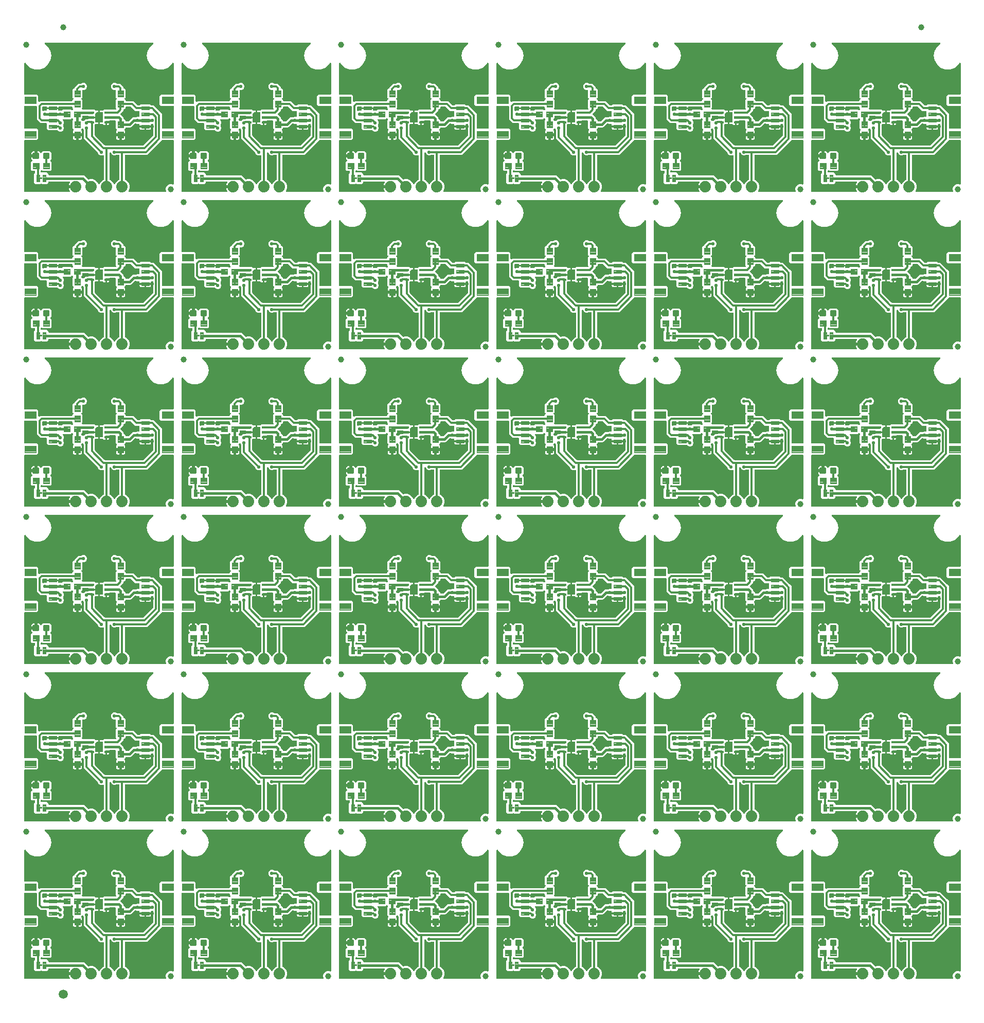
<source format=gtl>
G04 EAGLE Gerber RS-274X export*
G75*
%MOMM*%
%FSLAX34Y34*%
%LPD*%
%INTop Copper*%
%IPPOS*%
%AMOC8*
5,1,8,0,0,1.08239X$1,22.5*%
G01*
%ADD10C,1.000000*%
%ADD11C,0.096000*%
%ADD12C,0.102000*%
%ADD13C,0.100000*%
%ADD14C,0.300000*%
%ADD15C,0.099059*%
%ADD16C,1.879600*%
%ADD17C,0.100581*%
%ADD18C,1.500000*%
%ADD19C,0.406400*%
%ADD20C,0.554000*%
%ADD21C,0.304800*%

G36*
X1235928Y598945D02*
X1235928Y598945D01*
X1236027Y598948D01*
X1236086Y598965D01*
X1236146Y598973D01*
X1236238Y599009D01*
X1236333Y599037D01*
X1236385Y599067D01*
X1236441Y599090D01*
X1236521Y599148D01*
X1236607Y599198D01*
X1236682Y599264D01*
X1236699Y599276D01*
X1236707Y599286D01*
X1236728Y599304D01*
X1252328Y614905D01*
X1252389Y614983D01*
X1252457Y615055D01*
X1252486Y615108D01*
X1252523Y615156D01*
X1252562Y615247D01*
X1252610Y615334D01*
X1252625Y615392D01*
X1252649Y615448D01*
X1252665Y615546D01*
X1252690Y615642D01*
X1252696Y615742D01*
X1252699Y615762D01*
X1252698Y615774D01*
X1252700Y615802D01*
X1252700Y632992D01*
X1252685Y633110D01*
X1252678Y633229D01*
X1252665Y633267D01*
X1252660Y633308D01*
X1252616Y633418D01*
X1252580Y633531D01*
X1252558Y633566D01*
X1252543Y633603D01*
X1252473Y633699D01*
X1252409Y633800D01*
X1252380Y633828D01*
X1252356Y633861D01*
X1252264Y633937D01*
X1252178Y634018D01*
X1252142Y634038D01*
X1252111Y634063D01*
X1252004Y634114D01*
X1251899Y634172D01*
X1251860Y634182D01*
X1251823Y634199D01*
X1251707Y634221D01*
X1251591Y634251D01*
X1251531Y634255D01*
X1251511Y634259D01*
X1251491Y634257D01*
X1251431Y634261D01*
X1250080Y634261D01*
X1249962Y634246D01*
X1249843Y634239D01*
X1249805Y634226D01*
X1249764Y634221D01*
X1249654Y634178D01*
X1249541Y634141D01*
X1249506Y634119D01*
X1249469Y634104D01*
X1249373Y634035D01*
X1249272Y633971D01*
X1249244Y633941D01*
X1249211Y633918D01*
X1249135Y633826D01*
X1249054Y633739D01*
X1249034Y633704D01*
X1249009Y633673D01*
X1248958Y633565D01*
X1248900Y633461D01*
X1248890Y633421D01*
X1248873Y633385D01*
X1248851Y633268D01*
X1248821Y633153D01*
X1248817Y633093D01*
X1248813Y633073D01*
X1248815Y633052D01*
X1248811Y632992D01*
X1248811Y631659D01*
X1239750Y631659D01*
X1239632Y631644D01*
X1239513Y631637D01*
X1239506Y631635D01*
X1239450Y631649D01*
X1239390Y631653D01*
X1239370Y631657D01*
X1239350Y631655D01*
X1239290Y631659D01*
X1230229Y631659D01*
X1230229Y633073D01*
X1230233Y633085D01*
X1230238Y633188D01*
X1230252Y633291D01*
X1230246Y633347D01*
X1230248Y633403D01*
X1230227Y633504D01*
X1230215Y633606D01*
X1230195Y633659D01*
X1230184Y633714D01*
X1230139Y633807D01*
X1230102Y633903D01*
X1230069Y633949D01*
X1230044Y634000D01*
X1229977Y634079D01*
X1229917Y634163D01*
X1229874Y634199D01*
X1229838Y634242D01*
X1229753Y634302D01*
X1229675Y634368D01*
X1229624Y634393D01*
X1229578Y634425D01*
X1229481Y634462D01*
X1229388Y634507D01*
X1229333Y634518D01*
X1229280Y634538D01*
X1229178Y634549D01*
X1229077Y634570D01*
X1229020Y634567D01*
X1228964Y634573D01*
X1228862Y634559D01*
X1228759Y634553D01*
X1228705Y634536D01*
X1228649Y634529D01*
X1228497Y634477D01*
X1227977Y634261D01*
X1225663Y634261D01*
X1223921Y634983D01*
X1223912Y634985D01*
X1223904Y634990D01*
X1223759Y635027D01*
X1223614Y635067D01*
X1223605Y635067D01*
X1223596Y635069D01*
X1223435Y635079D01*
X1223180Y635079D01*
X1223082Y635067D01*
X1222983Y635064D01*
X1222925Y635047D01*
X1222865Y635039D01*
X1222773Y635003D01*
X1222678Y634975D01*
X1222625Y634945D01*
X1222569Y634922D01*
X1222489Y634864D01*
X1222404Y634814D01*
X1222328Y634748D01*
X1222312Y634736D01*
X1222304Y634726D01*
X1222283Y634708D01*
X1216608Y629033D01*
X1214741Y628259D01*
X1208198Y628259D01*
X1208080Y628244D01*
X1207961Y628237D01*
X1207923Y628224D01*
X1207882Y628219D01*
X1207772Y628176D01*
X1207659Y628139D01*
X1207624Y628117D01*
X1207587Y628102D01*
X1207491Y628033D01*
X1207390Y627969D01*
X1207362Y627939D01*
X1207329Y627916D01*
X1207253Y627824D01*
X1207172Y627737D01*
X1207152Y627702D01*
X1207127Y627671D01*
X1207076Y627563D01*
X1207018Y627459D01*
X1207008Y627419D01*
X1206991Y627383D01*
X1206969Y627266D01*
X1206939Y627151D01*
X1206935Y627091D01*
X1206931Y627071D01*
X1206933Y627050D01*
X1206929Y626990D01*
X1206929Y626870D01*
X1205437Y625378D01*
X1205364Y625284D01*
X1205285Y625195D01*
X1205267Y625159D01*
X1205242Y625127D01*
X1205195Y625018D01*
X1205141Y624912D01*
X1205132Y624872D01*
X1205116Y624835D01*
X1205097Y624717D01*
X1205071Y624601D01*
X1205072Y624561D01*
X1205066Y624521D01*
X1205077Y624402D01*
X1205081Y624284D01*
X1205092Y624245D01*
X1205096Y624204D01*
X1205136Y624092D01*
X1205169Y623978D01*
X1205190Y623943D01*
X1205203Y623905D01*
X1205270Y623807D01*
X1205331Y623704D01*
X1205370Y623659D01*
X1205382Y623642D01*
X1205397Y623629D01*
X1205437Y623583D01*
X1205813Y623207D01*
X1206214Y622514D01*
X1206421Y621740D01*
X1206421Y618839D01*
X1200110Y618839D01*
X1199992Y618824D01*
X1199873Y618817D01*
X1199835Y618804D01*
X1199795Y618799D01*
X1199684Y618756D01*
X1199571Y618719D01*
X1199537Y618697D01*
X1199499Y618682D01*
X1199403Y618613D01*
X1199302Y618549D01*
X1199274Y618519D01*
X1199242Y618496D01*
X1199166Y618404D01*
X1199084Y618317D01*
X1199065Y618282D01*
X1199039Y618251D01*
X1198988Y618143D01*
X1198931Y618039D01*
X1198921Y617999D01*
X1198903Y617963D01*
X1198883Y617856D01*
X1198879Y617886D01*
X1198835Y617996D01*
X1198799Y618109D01*
X1198777Y618144D01*
X1198762Y618181D01*
X1198692Y618277D01*
X1198629Y618378D01*
X1198599Y618406D01*
X1198575Y618439D01*
X1198484Y618515D01*
X1198397Y618596D01*
X1198362Y618616D01*
X1198330Y618641D01*
X1198223Y618692D01*
X1198118Y618750D01*
X1198079Y618760D01*
X1198043Y618777D01*
X1197926Y618799D01*
X1197810Y618829D01*
X1197750Y618833D01*
X1197730Y618837D01*
X1197710Y618835D01*
X1197650Y618839D01*
X1191339Y618839D01*
X1191339Y621740D01*
X1191546Y622514D01*
X1191947Y623207D01*
X1192323Y623583D01*
X1192396Y623677D01*
X1192475Y623767D01*
X1192493Y623803D01*
X1192518Y623835D01*
X1192565Y623944D01*
X1192619Y624050D01*
X1192628Y624089D01*
X1192644Y624126D01*
X1192663Y624244D01*
X1192689Y624360D01*
X1192688Y624400D01*
X1192694Y624440D01*
X1192683Y624559D01*
X1192679Y624678D01*
X1192668Y624717D01*
X1192664Y624757D01*
X1192624Y624869D01*
X1192591Y624984D01*
X1192570Y625018D01*
X1192557Y625056D01*
X1192490Y625155D01*
X1192429Y625257D01*
X1192390Y625303D01*
X1192378Y625320D01*
X1192363Y625333D01*
X1192323Y625378D01*
X1190831Y626870D01*
X1190831Y638810D01*
X1190816Y638928D01*
X1190809Y639047D01*
X1190796Y639085D01*
X1190791Y639126D01*
X1190748Y639236D01*
X1190711Y639349D01*
X1190689Y639384D01*
X1190674Y639421D01*
X1190605Y639517D01*
X1190541Y639618D01*
X1190511Y639646D01*
X1190488Y639679D01*
X1190396Y639755D01*
X1190309Y639836D01*
X1190274Y639856D01*
X1190243Y639881D01*
X1190135Y639932D01*
X1190031Y639990D01*
X1189991Y640000D01*
X1189955Y640017D01*
X1189838Y640039D01*
X1189723Y640069D01*
X1189663Y640073D01*
X1189643Y640077D01*
X1189622Y640075D01*
X1189562Y640079D01*
X1181380Y640079D01*
X1181262Y640064D01*
X1181143Y640057D01*
X1181105Y640044D01*
X1181064Y640039D01*
X1180954Y639996D01*
X1180841Y639959D01*
X1180806Y639937D01*
X1180769Y639922D01*
X1180673Y639853D01*
X1180572Y639789D01*
X1180544Y639759D01*
X1180511Y639736D01*
X1180435Y639644D01*
X1180354Y639557D01*
X1180334Y639522D01*
X1180309Y639491D01*
X1180258Y639383D01*
X1180200Y639279D01*
X1180190Y639239D01*
X1180173Y639203D01*
X1180151Y639086D01*
X1180121Y638971D01*
X1180117Y638911D01*
X1180113Y638891D01*
X1180115Y638870D01*
X1180111Y638810D01*
X1180111Y638429D01*
X1174820Y638429D01*
X1174702Y638414D01*
X1174583Y638407D01*
X1174545Y638395D01*
X1174505Y638390D01*
X1174394Y638346D01*
X1174281Y638309D01*
X1174247Y638287D01*
X1174209Y638273D01*
X1174113Y638203D01*
X1174012Y638139D01*
X1174012Y638138D01*
X1173984Y638109D01*
X1173952Y638086D01*
X1173952Y638085D01*
X1173951Y638085D01*
X1173875Y637993D01*
X1173794Y637907D01*
X1173774Y637871D01*
X1173748Y637840D01*
X1173698Y637733D01*
X1173640Y637628D01*
X1173630Y637589D01*
X1173613Y637553D01*
X1173591Y637436D01*
X1173561Y637320D01*
X1173557Y637260D01*
X1173553Y637240D01*
X1173554Y637220D01*
X1173551Y637160D01*
X1173551Y632619D01*
X1172170Y632619D01*
X1171396Y632826D01*
X1170703Y633227D01*
X1170183Y633747D01*
X1170104Y633808D01*
X1170032Y633876D01*
X1169979Y633905D01*
X1169931Y633942D01*
X1169841Y633981D01*
X1169754Y634029D01*
X1169695Y634044D01*
X1169640Y634068D01*
X1169542Y634084D01*
X1169446Y634109D01*
X1169346Y634115D01*
X1169326Y634118D01*
X1169313Y634117D01*
X1169285Y634119D01*
X1164589Y634119D01*
X1164589Y636655D01*
X1169570Y636655D01*
X1169575Y636659D01*
X1169574Y636660D01*
X1169575Y636660D01*
X1169575Y653660D01*
X1169571Y653665D01*
X1169570Y653664D01*
X1169570Y653665D01*
X1164589Y653665D01*
X1164589Y656201D01*
X1168567Y656201D01*
X1168665Y656214D01*
X1168764Y656217D01*
X1168822Y656233D01*
X1168882Y656241D01*
X1168974Y656278D01*
X1169070Y656305D01*
X1169122Y656336D01*
X1169178Y656358D01*
X1169258Y656416D01*
X1169343Y656467D01*
X1169419Y656533D01*
X1169435Y656545D01*
X1169443Y656554D01*
X1169464Y656573D01*
X1171100Y658209D01*
X1178540Y658209D01*
X1178644Y658104D01*
X1178722Y658044D01*
X1178795Y657976D01*
X1178848Y657947D01*
X1178895Y657910D01*
X1178986Y657870D01*
X1179073Y657822D01*
X1179132Y657807D01*
X1179187Y657783D01*
X1179285Y657768D01*
X1179381Y657743D01*
X1179481Y657737D01*
X1179501Y657733D01*
X1179514Y657735D01*
X1179542Y657733D01*
X1190704Y657733D01*
X1190842Y657750D01*
X1190981Y657763D01*
X1191000Y657770D01*
X1191020Y657773D01*
X1191149Y657824D01*
X1191280Y657871D01*
X1191297Y657882D01*
X1191316Y657890D01*
X1191428Y657971D01*
X1191543Y658049D01*
X1191557Y658065D01*
X1191573Y658076D01*
X1191662Y658184D01*
X1191754Y658288D01*
X1191763Y658306D01*
X1191776Y658321D01*
X1191835Y658447D01*
X1191898Y658571D01*
X1191903Y658591D01*
X1191911Y658609D01*
X1191937Y658746D01*
X1191968Y658881D01*
X1191967Y658902D01*
X1191971Y658921D01*
X1191962Y659060D01*
X1191958Y659199D01*
X1191953Y659219D01*
X1191951Y659239D01*
X1191909Y659371D01*
X1191870Y659505D01*
X1191860Y659522D01*
X1191853Y659541D01*
X1191779Y659659D01*
X1191708Y659779D01*
X1191690Y659800D01*
X1191683Y659810D01*
X1191668Y659824D01*
X1191602Y659899D01*
X1190831Y660670D01*
X1190831Y673610D01*
X1191964Y674742D01*
X1192037Y674837D01*
X1192116Y674926D01*
X1192134Y674962D01*
X1192159Y674994D01*
X1192206Y675103D01*
X1192260Y675209D01*
X1192269Y675248D01*
X1192285Y675286D01*
X1192304Y675403D01*
X1192330Y675519D01*
X1192329Y675560D01*
X1192335Y675600D01*
X1192324Y675718D01*
X1192320Y675837D01*
X1192309Y675876D01*
X1192305Y675916D01*
X1192265Y676029D01*
X1192232Y676143D01*
X1192211Y676177D01*
X1192198Y676216D01*
X1192131Y676314D01*
X1192070Y676417D01*
X1192030Y676462D01*
X1192019Y676479D01*
X1192004Y676492D01*
X1191964Y676537D01*
X1190831Y677670D01*
X1190831Y688872D01*
X1190816Y688990D01*
X1190809Y689109D01*
X1190796Y689147D01*
X1190791Y689188D01*
X1190748Y689298D01*
X1190711Y689411D01*
X1190689Y689446D01*
X1190674Y689483D01*
X1190605Y689579D01*
X1190541Y689680D01*
X1190511Y689708D01*
X1190488Y689741D01*
X1190396Y689817D01*
X1190309Y689898D01*
X1190274Y689918D01*
X1190243Y689943D01*
X1190135Y689994D01*
X1190031Y690052D01*
X1189991Y690062D01*
X1189955Y690079D01*
X1189838Y690101D01*
X1189723Y690131D01*
X1189663Y690135D01*
X1189643Y690139D01*
X1189622Y690137D01*
X1189562Y690141D01*
X1187563Y690141D01*
X1185424Y691027D01*
X1183787Y692664D01*
X1182901Y694803D01*
X1182901Y697117D01*
X1183787Y699256D01*
X1185424Y700893D01*
X1187563Y701779D01*
X1189877Y701779D01*
X1192023Y700890D01*
X1192083Y700844D01*
X1192155Y700776D01*
X1192208Y700747D01*
X1192256Y700710D01*
X1192347Y700670D01*
X1192433Y700622D01*
X1192492Y700607D01*
X1192548Y700583D01*
X1192646Y700568D01*
X1192741Y700543D01*
X1192841Y700537D01*
X1192862Y700533D01*
X1192874Y700535D01*
X1192902Y700533D01*
X1198234Y700533D01*
X1203453Y695314D01*
X1203453Y693958D01*
X1203468Y693840D01*
X1203475Y693721D01*
X1203488Y693683D01*
X1203493Y693642D01*
X1203536Y693532D01*
X1203573Y693419D01*
X1203595Y693384D01*
X1203610Y693347D01*
X1203679Y693251D01*
X1203743Y693150D01*
X1203773Y693122D01*
X1203796Y693089D01*
X1203888Y693013D01*
X1203975Y692932D01*
X1204010Y692912D01*
X1204041Y692887D01*
X1204149Y692836D01*
X1204253Y692778D01*
X1204293Y692768D01*
X1204329Y692751D01*
X1204446Y692729D01*
X1204561Y692699D01*
X1204621Y692695D01*
X1204641Y692691D01*
X1204662Y692693D01*
X1204722Y692689D01*
X1204850Y692689D01*
X1206929Y690610D01*
X1206929Y677670D01*
X1205796Y676537D01*
X1205723Y676443D01*
X1205644Y676354D01*
X1205626Y676318D01*
X1205601Y676286D01*
X1205554Y676177D01*
X1205500Y676071D01*
X1205491Y676032D01*
X1205475Y675994D01*
X1205456Y675877D01*
X1205430Y675761D01*
X1205431Y675720D01*
X1205425Y675680D01*
X1205436Y675562D01*
X1205440Y675443D01*
X1205451Y675404D01*
X1205455Y675364D01*
X1205495Y675252D01*
X1205528Y675137D01*
X1205549Y675102D01*
X1205562Y675064D01*
X1205629Y674966D01*
X1205690Y674863D01*
X1205730Y674818D01*
X1205741Y674801D01*
X1205756Y674788D01*
X1205796Y674742D01*
X1206929Y673610D01*
X1206929Y672982D01*
X1206944Y672864D01*
X1206951Y672745D01*
X1206964Y672707D01*
X1206969Y672666D01*
X1207012Y672556D01*
X1207049Y672443D01*
X1207071Y672408D01*
X1207086Y672371D01*
X1207155Y672275D01*
X1207219Y672174D01*
X1207249Y672146D01*
X1207272Y672113D01*
X1207364Y672037D01*
X1207451Y671956D01*
X1207486Y671936D01*
X1207517Y671911D01*
X1207625Y671860D01*
X1207729Y671802D01*
X1207769Y671792D01*
X1207805Y671775D01*
X1207922Y671753D01*
X1208037Y671723D01*
X1208097Y671719D01*
X1208117Y671715D01*
X1208138Y671717D01*
X1208198Y671713D01*
X1219434Y671713D01*
X1226042Y665104D01*
X1226121Y665044D01*
X1226193Y664976D01*
X1226246Y664947D01*
X1226294Y664910D01*
X1226385Y664870D01*
X1226471Y664822D01*
X1226530Y664807D01*
X1226585Y664783D01*
X1226683Y664768D01*
X1226779Y664743D01*
X1226879Y664737D01*
X1226900Y664733D01*
X1226912Y664735D01*
X1226940Y664733D01*
X1229804Y664733D01*
X1229902Y664745D01*
X1230001Y664748D01*
X1230060Y664765D01*
X1230120Y664773D01*
X1230212Y664809D01*
X1230307Y664837D01*
X1230359Y664867D01*
X1230415Y664890D01*
X1230496Y664948D01*
X1230581Y664998D01*
X1230656Y665064D01*
X1230673Y665076D01*
X1230681Y665086D01*
X1230702Y665104D01*
X1231806Y666209D01*
X1247234Y666209D01*
X1248338Y665104D01*
X1248417Y665044D01*
X1248489Y664976D01*
X1248542Y664947D01*
X1248590Y664910D01*
X1248680Y664870D01*
X1248767Y664822D01*
X1248826Y664807D01*
X1248881Y664783D01*
X1248979Y664768D01*
X1249075Y664743D01*
X1249175Y664737D01*
X1249196Y664733D01*
X1249208Y664735D01*
X1249236Y664733D01*
X1253084Y664733D01*
X1263902Y653914D01*
X1266953Y650864D01*
X1266953Y627478D01*
X1266968Y627360D01*
X1266975Y627241D01*
X1266988Y627203D01*
X1266993Y627162D01*
X1267036Y627052D01*
X1267073Y626939D01*
X1267095Y626904D01*
X1267110Y626867D01*
X1267179Y626771D01*
X1267243Y626670D01*
X1267273Y626642D01*
X1267296Y626609D01*
X1267388Y626533D01*
X1267475Y626452D01*
X1267510Y626432D01*
X1267541Y626407D01*
X1267649Y626356D01*
X1267753Y626298D01*
X1267793Y626288D01*
X1267829Y626271D01*
X1267946Y626249D01*
X1268061Y626219D01*
X1268121Y626215D01*
X1268141Y626211D01*
X1268162Y626213D01*
X1268222Y626209D01*
X1284986Y626209D01*
X1285104Y626224D01*
X1285223Y626231D01*
X1285261Y626244D01*
X1285302Y626249D01*
X1285412Y626292D01*
X1285525Y626329D01*
X1285560Y626351D01*
X1285597Y626366D01*
X1285693Y626435D01*
X1285794Y626499D01*
X1285822Y626529D01*
X1285855Y626552D01*
X1285931Y626644D01*
X1286012Y626731D01*
X1286032Y626766D01*
X1286057Y626797D01*
X1286108Y626905D01*
X1286166Y627009D01*
X1286176Y627049D01*
X1286193Y627085D01*
X1286215Y627202D01*
X1286245Y627317D01*
X1286249Y627377D01*
X1286253Y627397D01*
X1286251Y627418D01*
X1286255Y627478D01*
X1286255Y662842D01*
X1286240Y662960D01*
X1286233Y663079D01*
X1286220Y663117D01*
X1286215Y663158D01*
X1286172Y663268D01*
X1286135Y663381D01*
X1286113Y663416D01*
X1286098Y663453D01*
X1286029Y663549D01*
X1285965Y663650D01*
X1285935Y663678D01*
X1285912Y663711D01*
X1285820Y663787D01*
X1285733Y663868D01*
X1285698Y663888D01*
X1285667Y663913D01*
X1285559Y663964D01*
X1285455Y664022D01*
X1285415Y664032D01*
X1285379Y664049D01*
X1285262Y664071D01*
X1285147Y664101D01*
X1285087Y664105D01*
X1285067Y664109D01*
X1285046Y664107D01*
X1284986Y664111D01*
X1265288Y664111D01*
X1263221Y666178D01*
X1263221Y680142D01*
X1265288Y682209D01*
X1284986Y682209D01*
X1285104Y682224D01*
X1285223Y682231D01*
X1285261Y682244D01*
X1285302Y682249D01*
X1285412Y682292D01*
X1285525Y682329D01*
X1285560Y682351D01*
X1285597Y682366D01*
X1285693Y682435D01*
X1285794Y682499D01*
X1285822Y682529D01*
X1285855Y682552D01*
X1285931Y682644D01*
X1286012Y682731D01*
X1286032Y682766D01*
X1286057Y682797D01*
X1286108Y682905D01*
X1286166Y683009D01*
X1286176Y683049D01*
X1286193Y683085D01*
X1286215Y683202D01*
X1286245Y683317D01*
X1286249Y683377D01*
X1286253Y683397D01*
X1286251Y683418D01*
X1286255Y683478D01*
X1286255Y733763D01*
X1286237Y733908D01*
X1286222Y734053D01*
X1286217Y734066D01*
X1286215Y734079D01*
X1286162Y734214D01*
X1286111Y734351D01*
X1286103Y734362D01*
X1286098Y734375D01*
X1286013Y734493D01*
X1285930Y734612D01*
X1285920Y734621D01*
X1285912Y734632D01*
X1285799Y734725D01*
X1285689Y734820D01*
X1285677Y734826D01*
X1285667Y734835D01*
X1285535Y734897D01*
X1285404Y734962D01*
X1285391Y734965D01*
X1285379Y734970D01*
X1285237Y734997D01*
X1285093Y735028D01*
X1285080Y735028D01*
X1285067Y735030D01*
X1284922Y735021D01*
X1284776Y735015D01*
X1284763Y735011D01*
X1284749Y735010D01*
X1284611Y734966D01*
X1284471Y734923D01*
X1284459Y734916D01*
X1284447Y734912D01*
X1284324Y734835D01*
X1284199Y734759D01*
X1284189Y734749D01*
X1284178Y734742D01*
X1284078Y734636D01*
X1283976Y734532D01*
X1283966Y734517D01*
X1283960Y734511D01*
X1283952Y734496D01*
X1283887Y734398D01*
X1282505Y732005D01*
X1276398Y726880D01*
X1268906Y724153D01*
X1260934Y724153D01*
X1253442Y726880D01*
X1247335Y732004D01*
X1243349Y738909D01*
X1241965Y746760D01*
X1243349Y754611D01*
X1247335Y761515D01*
X1252505Y765854D01*
X1252529Y765880D01*
X1252558Y765900D01*
X1252637Y765996D01*
X1252721Y766087D01*
X1252738Y766118D01*
X1252761Y766145D01*
X1252814Y766258D01*
X1252873Y766367D01*
X1252881Y766401D01*
X1252896Y766433D01*
X1252919Y766555D01*
X1252950Y766675D01*
X1252949Y766711D01*
X1252956Y766746D01*
X1252948Y766869D01*
X1252947Y766993D01*
X1252938Y767028D01*
X1252936Y767063D01*
X1252898Y767181D01*
X1252866Y767301D01*
X1252849Y767332D01*
X1252838Y767365D01*
X1252772Y767470D01*
X1252711Y767579D01*
X1252687Y767604D01*
X1252668Y767634D01*
X1252578Y767719D01*
X1252492Y767809D01*
X1252462Y767828D01*
X1252436Y767852D01*
X1252328Y767912D01*
X1252223Y767978D01*
X1252189Y767989D01*
X1252158Y768006D01*
X1252038Y768037D01*
X1251920Y768074D01*
X1251884Y768076D01*
X1251850Y768085D01*
X1251689Y768095D01*
X1074951Y768095D01*
X1074915Y768091D01*
X1074880Y768093D01*
X1074758Y768071D01*
X1074635Y768055D01*
X1074602Y768042D01*
X1074567Y768036D01*
X1074455Y767984D01*
X1074339Y767938D01*
X1074311Y767918D01*
X1074279Y767903D01*
X1074182Y767824D01*
X1074082Y767752D01*
X1074059Y767724D01*
X1074032Y767702D01*
X1073959Y767602D01*
X1073879Y767507D01*
X1073864Y767475D01*
X1073843Y767446D01*
X1073797Y767331D01*
X1073744Y767219D01*
X1073737Y767184D01*
X1073724Y767151D01*
X1073707Y767028D01*
X1073684Y766907D01*
X1073686Y766871D01*
X1073681Y766836D01*
X1073696Y766713D01*
X1073704Y766589D01*
X1073715Y766555D01*
X1073719Y766520D01*
X1073764Y766405D01*
X1073802Y766287D01*
X1073821Y766257D01*
X1073833Y766224D01*
X1073905Y766123D01*
X1073972Y766018D01*
X1073998Y765994D01*
X1074018Y765965D01*
X1074135Y765854D01*
X1079305Y761516D01*
X1083291Y754611D01*
X1084675Y746760D01*
X1083291Y738909D01*
X1079305Y732005D01*
X1073198Y726880D01*
X1065706Y724153D01*
X1057734Y724153D01*
X1050242Y726880D01*
X1044135Y732004D01*
X1042753Y734398D01*
X1042665Y734514D01*
X1042580Y734632D01*
X1042569Y734641D01*
X1042561Y734651D01*
X1042447Y734742D01*
X1042335Y734835D01*
X1042322Y734841D01*
X1042312Y734849D01*
X1042178Y734909D01*
X1042047Y734970D01*
X1042034Y734973D01*
X1042021Y734978D01*
X1041877Y735003D01*
X1041734Y735030D01*
X1041721Y735029D01*
X1041708Y735032D01*
X1041562Y735019D01*
X1041417Y735010D01*
X1041404Y735006D01*
X1041391Y735005D01*
X1041253Y734957D01*
X1041115Y734912D01*
X1041103Y734905D01*
X1041090Y734901D01*
X1040969Y734820D01*
X1040846Y734742D01*
X1040837Y734732D01*
X1040825Y734725D01*
X1040728Y734617D01*
X1040628Y734511D01*
X1040621Y734499D01*
X1040612Y734489D01*
X1040545Y734359D01*
X1040474Y734232D01*
X1040471Y734219D01*
X1040465Y734207D01*
X1040431Y734065D01*
X1040395Y733924D01*
X1040394Y733906D01*
X1040392Y733897D01*
X1040392Y733880D01*
X1040385Y733763D01*
X1040385Y683478D01*
X1040400Y683360D01*
X1040407Y683241D01*
X1040420Y683203D01*
X1040425Y683162D01*
X1040468Y683052D01*
X1040505Y682939D01*
X1040527Y682904D01*
X1040542Y682867D01*
X1040611Y682771D01*
X1040675Y682670D01*
X1040705Y682642D01*
X1040728Y682609D01*
X1040820Y682533D01*
X1040907Y682452D01*
X1040942Y682432D01*
X1040973Y682407D01*
X1041081Y682356D01*
X1041185Y682298D01*
X1041225Y682288D01*
X1041261Y682271D01*
X1041378Y682249D01*
X1041493Y682219D01*
X1041553Y682215D01*
X1041573Y682211D01*
X1041594Y682213D01*
X1041654Y682209D01*
X1061352Y682209D01*
X1063419Y680142D01*
X1063419Y671630D01*
X1063436Y671492D01*
X1063449Y671353D01*
X1063456Y671334D01*
X1063459Y671314D01*
X1063510Y671185D01*
X1063557Y671054D01*
X1063568Y671037D01*
X1063576Y671019D01*
X1063657Y670906D01*
X1063735Y670791D01*
X1063751Y670778D01*
X1063762Y670761D01*
X1063870Y670672D01*
X1063974Y670581D01*
X1063992Y670571D01*
X1064007Y670558D01*
X1064133Y670499D01*
X1064257Y670436D01*
X1064277Y670431D01*
X1064295Y670423D01*
X1064432Y670397D01*
X1064567Y670366D01*
X1064588Y670367D01*
X1064607Y670363D01*
X1064746Y670372D01*
X1064885Y670376D01*
X1064905Y670382D01*
X1064925Y670383D01*
X1065057Y670426D01*
X1065191Y670464D01*
X1065208Y670475D01*
X1065227Y670481D01*
X1065345Y670555D01*
X1065465Y670626D01*
X1065486Y670644D01*
X1065496Y670651D01*
X1065510Y670666D01*
X1065585Y670732D01*
X1066657Y671803D01*
X1118442Y671803D01*
X1118560Y671818D01*
X1118679Y671826D01*
X1118717Y671838D01*
X1118758Y671843D01*
X1118868Y671887D01*
X1118981Y671924D01*
X1119016Y671945D01*
X1119053Y671960D01*
X1119149Y672030D01*
X1119250Y672094D01*
X1119278Y672123D01*
X1119311Y672147D01*
X1119387Y672239D01*
X1119468Y672325D01*
X1119488Y672361D01*
X1119513Y672392D01*
X1119564Y672500D01*
X1119622Y672604D01*
X1119632Y672643D01*
X1119649Y672680D01*
X1119671Y672797D01*
X1119701Y672912D01*
X1119705Y672972D01*
X1119709Y672992D01*
X1119707Y673012D01*
X1119711Y673073D01*
X1119711Y673610D01*
X1120844Y674742D01*
X1120917Y674837D01*
X1120996Y674926D01*
X1121014Y674962D01*
X1121039Y674994D01*
X1121086Y675103D01*
X1121140Y675209D01*
X1121149Y675248D01*
X1121165Y675286D01*
X1121184Y675403D01*
X1121210Y675519D01*
X1121209Y675560D01*
X1121215Y675600D01*
X1121204Y675718D01*
X1121200Y675837D01*
X1121189Y675876D01*
X1121185Y675916D01*
X1121145Y676029D01*
X1121112Y676143D01*
X1121091Y676177D01*
X1121078Y676216D01*
X1121011Y676314D01*
X1120950Y676417D01*
X1120910Y676462D01*
X1120899Y676479D01*
X1120884Y676492D01*
X1120844Y676537D01*
X1119711Y677670D01*
X1119711Y690610D01*
X1121790Y692689D01*
X1121918Y692689D01*
X1122036Y692704D01*
X1122155Y692711D01*
X1122193Y692724D01*
X1122234Y692729D01*
X1122344Y692772D01*
X1122457Y692809D01*
X1122492Y692831D01*
X1122529Y692846D01*
X1122625Y692915D01*
X1122726Y692979D01*
X1122754Y693009D01*
X1122787Y693032D01*
X1122863Y693124D01*
X1122944Y693211D01*
X1122964Y693246D01*
X1122989Y693277D01*
X1123040Y693385D01*
X1123098Y693489D01*
X1123108Y693529D01*
X1123125Y693565D01*
X1123147Y693682D01*
X1123177Y693797D01*
X1123181Y693857D01*
X1123185Y693877D01*
X1123183Y693898D01*
X1123187Y693958D01*
X1123187Y694044D01*
X1129676Y700533D01*
X1133738Y700533D01*
X1133836Y700545D01*
X1133935Y700548D01*
X1133994Y700565D01*
X1134054Y700573D01*
X1134146Y700609D01*
X1134241Y700637D01*
X1134293Y700667D01*
X1134349Y700690D01*
X1134429Y700748D01*
X1134515Y700798D01*
X1134590Y700864D01*
X1134607Y700876D01*
X1134614Y700886D01*
X1134621Y700892D01*
X1136763Y701779D01*
X1139077Y701779D01*
X1141216Y700893D01*
X1142853Y699256D01*
X1143739Y697117D01*
X1143739Y694803D01*
X1142853Y692664D01*
X1141216Y691027D01*
X1139077Y690141D01*
X1137078Y690141D01*
X1136960Y690126D01*
X1136841Y690119D01*
X1136803Y690106D01*
X1136762Y690101D01*
X1136652Y690058D01*
X1136539Y690021D01*
X1136504Y689999D01*
X1136467Y689984D01*
X1136371Y689915D01*
X1136270Y689851D01*
X1136242Y689821D01*
X1136209Y689798D01*
X1136133Y689706D01*
X1136052Y689619D01*
X1136032Y689584D01*
X1136007Y689553D01*
X1135956Y689445D01*
X1135898Y689341D01*
X1135888Y689301D01*
X1135871Y689265D01*
X1135849Y689148D01*
X1135819Y689033D01*
X1135815Y688973D01*
X1135811Y688953D01*
X1135813Y688932D01*
X1135809Y688872D01*
X1135809Y677670D01*
X1134676Y676537D01*
X1134603Y676443D01*
X1134524Y676354D01*
X1134506Y676318D01*
X1134481Y676286D01*
X1134434Y676177D01*
X1134380Y676071D01*
X1134371Y676032D01*
X1134355Y675994D01*
X1134336Y675877D01*
X1134310Y675761D01*
X1134311Y675720D01*
X1134305Y675680D01*
X1134316Y675562D01*
X1134320Y675443D01*
X1134331Y675404D01*
X1134335Y675364D01*
X1134375Y675252D01*
X1134408Y675137D01*
X1134429Y675102D01*
X1134442Y675064D01*
X1134509Y674966D01*
X1134570Y674863D01*
X1134610Y674818D01*
X1134621Y674801D01*
X1134636Y674788D01*
X1134676Y674742D01*
X1135809Y673610D01*
X1135809Y660670D01*
X1135546Y660408D01*
X1135461Y660298D01*
X1135372Y660191D01*
X1135364Y660172D01*
X1135351Y660156D01*
X1135296Y660028D01*
X1135237Y659903D01*
X1135233Y659883D01*
X1135225Y659864D01*
X1135203Y659726D01*
X1135177Y659590D01*
X1135178Y659570D01*
X1135175Y659550D01*
X1135188Y659411D01*
X1135197Y659273D01*
X1135203Y659254D01*
X1135205Y659234D01*
X1135252Y659103D01*
X1135295Y658971D01*
X1135306Y658953D01*
X1135312Y658934D01*
X1135390Y658820D01*
X1135465Y658702D01*
X1135480Y658688D01*
X1135491Y658671D01*
X1135595Y658579D01*
X1135696Y658484D01*
X1135714Y658474D01*
X1135729Y658461D01*
X1135853Y658398D01*
X1135975Y658330D01*
X1135995Y658325D01*
X1136013Y658316D01*
X1136149Y658286D01*
X1136283Y658251D01*
X1136311Y658249D01*
X1136323Y658246D01*
X1136343Y658247D01*
X1136444Y658241D01*
X1152911Y658241D01*
X1152981Y658221D01*
X1152991Y658221D01*
X1153000Y658219D01*
X1153160Y658209D01*
X1155540Y658209D01*
X1157441Y656307D01*
X1157531Y656238D01*
X1157616Y656162D01*
X1157656Y656141D01*
X1157693Y656112D01*
X1157797Y656067D01*
X1157898Y656015D01*
X1157942Y656004D01*
X1157984Y655986D01*
X1158097Y655968D01*
X1158207Y655942D01*
X1158253Y655943D01*
X1158299Y655936D01*
X1158412Y655947D01*
X1158525Y655949D01*
X1158569Y655962D01*
X1158615Y655966D01*
X1158655Y655980D01*
X1158678Y655985D01*
X1159485Y656201D01*
X1162051Y656201D01*
X1162051Y653665D01*
X1159820Y653665D01*
X1159818Y653663D01*
X1159817Y653663D01*
X1157067Y650913D01*
X1157067Y650912D01*
X1157065Y650911D01*
X1157066Y650910D01*
X1157065Y650910D01*
X1157065Y646429D01*
X1151820Y646429D01*
X1146529Y646429D01*
X1146529Y646810D01*
X1146514Y646928D01*
X1146507Y647047D01*
X1146494Y647085D01*
X1146489Y647126D01*
X1146446Y647236D01*
X1146409Y647349D01*
X1146387Y647384D01*
X1146372Y647421D01*
X1146303Y647517D01*
X1146239Y647618D01*
X1146209Y647646D01*
X1146186Y647679D01*
X1146094Y647755D01*
X1146007Y647836D01*
X1145972Y647856D01*
X1145941Y647881D01*
X1145833Y647932D01*
X1145729Y647990D01*
X1145689Y648000D01*
X1145653Y648017D01*
X1145536Y648039D01*
X1145421Y648069D01*
X1145361Y648073D01*
X1145341Y648077D01*
X1145320Y648075D01*
X1145260Y648079D01*
X1137188Y648079D01*
X1137070Y648064D01*
X1136951Y648057D01*
X1136913Y648044D01*
X1136872Y648039D01*
X1136762Y647996D01*
X1136649Y647959D01*
X1136614Y647937D01*
X1136577Y647922D01*
X1136481Y647853D01*
X1136380Y647789D01*
X1136352Y647759D01*
X1136319Y647736D01*
X1136243Y647644D01*
X1136162Y647557D01*
X1136142Y647522D01*
X1136117Y647491D01*
X1136066Y647383D01*
X1136008Y647279D01*
X1135998Y647239D01*
X1135981Y647203D01*
X1135959Y647086D01*
X1135929Y646971D01*
X1135925Y646911D01*
X1135921Y646891D01*
X1135923Y646870D01*
X1135919Y646810D01*
X1135919Y644270D01*
X1134531Y642882D01*
X1134458Y642788D01*
X1134379Y642699D01*
X1134361Y642663D01*
X1134336Y642631D01*
X1134289Y642522D01*
X1134235Y642416D01*
X1134226Y642377D01*
X1134210Y642339D01*
X1134191Y642222D01*
X1134165Y642106D01*
X1134166Y642065D01*
X1134160Y642025D01*
X1134171Y641907D01*
X1134175Y641788D01*
X1134186Y641749D01*
X1134190Y641709D01*
X1134230Y641596D01*
X1134263Y641482D01*
X1134284Y641447D01*
X1134297Y641409D01*
X1134364Y641311D01*
X1134425Y641208D01*
X1134465Y641163D01*
X1134476Y641146D01*
X1134491Y641133D01*
X1134531Y641087D01*
X1136162Y639456D01*
X1136257Y639383D01*
X1136346Y639305D01*
X1136382Y639286D01*
X1136414Y639261D01*
X1136523Y639214D01*
X1136629Y639160D01*
X1136668Y639151D01*
X1136705Y639135D01*
X1136823Y639116D01*
X1136939Y639090D01*
X1136980Y639091D01*
X1137020Y639085D01*
X1137138Y639096D01*
X1137257Y639100D01*
X1137296Y639111D01*
X1137336Y639115D01*
X1137448Y639155D01*
X1137563Y639188D01*
X1137597Y639209D01*
X1137635Y639223D01*
X1137734Y639289D01*
X1137837Y639350D01*
X1137882Y639390D01*
X1137899Y639401D01*
X1137912Y639416D01*
X1137957Y639456D01*
X1139704Y641203D01*
X1141843Y642089D01*
X1144157Y642089D01*
X1144784Y641829D01*
X1144793Y641827D01*
X1144801Y641822D01*
X1144881Y641802D01*
X1144904Y641791D01*
X1144962Y641781D01*
X1145090Y641745D01*
X1145100Y641745D01*
X1145109Y641743D01*
X1145204Y641737D01*
X1145217Y641735D01*
X1145228Y641735D01*
X1145269Y641733D01*
X1145284Y641733D01*
X1145352Y641741D01*
X1145408Y641740D01*
X1145457Y641752D01*
X1145534Y641758D01*
X1145566Y641768D01*
X1145600Y641773D01*
X1145688Y641807D01*
X1145718Y641815D01*
X1145741Y641827D01*
X1145836Y641859D01*
X1145864Y641877D01*
X1145896Y641890D01*
X1145992Y641960D01*
X1145999Y641963D01*
X1146003Y641967D01*
X1146103Y642032D01*
X1146126Y642057D01*
X1146153Y642076D01*
X1146233Y642173D01*
X1146318Y642266D01*
X1146334Y642295D01*
X1146356Y642321D01*
X1146409Y642435D01*
X1146469Y642546D01*
X1146477Y642579D01*
X1146491Y642609D01*
X1146515Y642732D01*
X1146545Y642855D01*
X1146545Y642888D01*
X1146551Y642921D01*
X1146543Y643047D01*
X1146542Y643173D01*
X1146532Y643221D01*
X1146531Y643239D01*
X1146529Y643245D01*
X1146529Y643891D01*
X1151820Y643891D01*
X1157065Y643891D01*
X1157065Y636660D01*
X1157069Y636655D01*
X1157070Y636656D01*
X1157070Y636655D01*
X1162051Y636655D01*
X1162051Y634119D01*
X1158073Y634119D01*
X1157975Y634106D01*
X1157876Y634103D01*
X1157818Y634086D01*
X1157758Y634079D01*
X1157666Y634042D01*
X1157570Y634015D01*
X1157518Y633984D01*
X1157462Y633962D01*
X1157382Y633904D01*
X1157296Y633853D01*
X1157221Y633787D01*
X1157205Y633775D01*
X1157197Y633766D01*
X1157176Y633747D01*
X1156764Y633336D01*
X1156704Y633258D01*
X1156636Y633185D01*
X1156607Y633132D01*
X1156570Y633085D01*
X1156530Y632994D01*
X1156482Y632907D01*
X1156467Y632848D01*
X1156443Y632793D01*
X1156428Y632695D01*
X1156403Y632599D01*
X1156397Y632499D01*
X1156393Y632479D01*
X1156395Y632466D01*
X1156393Y632438D01*
X1156393Y615900D01*
X1156405Y615802D01*
X1156408Y615703D01*
X1156425Y615644D01*
X1156433Y615584D01*
X1156469Y615492D01*
X1156497Y615397D01*
X1156527Y615345D01*
X1156550Y615289D01*
X1156608Y615209D01*
X1156658Y615123D01*
X1156724Y615048D01*
X1156736Y615031D01*
X1156746Y615023D01*
X1156764Y615002D01*
X1172462Y599304D01*
X1172541Y599244D01*
X1172613Y599176D01*
X1172666Y599147D01*
X1172714Y599110D01*
X1172805Y599070D01*
X1172891Y599022D01*
X1172950Y599007D01*
X1173005Y598983D01*
X1173103Y598968D01*
X1173199Y598943D01*
X1173299Y598937D01*
X1173320Y598933D01*
X1173332Y598935D01*
X1173360Y598933D01*
X1235830Y598933D01*
X1235928Y598945D01*
G37*
G36*
X458688Y1117105D02*
X458688Y1117105D01*
X458787Y1117108D01*
X458846Y1117125D01*
X458906Y1117133D01*
X458998Y1117169D01*
X459093Y1117197D01*
X459145Y1117227D01*
X459201Y1117250D01*
X459281Y1117308D01*
X459367Y1117358D01*
X459442Y1117424D01*
X459459Y1117436D01*
X459467Y1117446D01*
X459488Y1117464D01*
X475088Y1133065D01*
X475149Y1133143D01*
X475217Y1133215D01*
X475246Y1133268D01*
X475283Y1133316D01*
X475322Y1133407D01*
X475370Y1133494D01*
X475385Y1133552D01*
X475409Y1133608D01*
X475425Y1133706D01*
X475450Y1133802D01*
X475456Y1133902D01*
X475459Y1133922D01*
X475458Y1133934D01*
X475460Y1133962D01*
X475460Y1151152D01*
X475445Y1151270D01*
X475438Y1151389D01*
X475425Y1151427D01*
X475420Y1151468D01*
X475376Y1151578D01*
X475340Y1151691D01*
X475318Y1151726D01*
X475303Y1151763D01*
X475233Y1151859D01*
X475169Y1151960D01*
X475140Y1151988D01*
X475116Y1152021D01*
X475024Y1152097D01*
X474938Y1152178D01*
X474902Y1152198D01*
X474871Y1152223D01*
X474764Y1152274D01*
X474659Y1152332D01*
X474620Y1152342D01*
X474583Y1152359D01*
X474467Y1152381D01*
X474351Y1152411D01*
X474291Y1152415D01*
X474271Y1152419D01*
X474251Y1152417D01*
X474191Y1152421D01*
X472840Y1152421D01*
X472722Y1152406D01*
X472603Y1152399D01*
X472565Y1152386D01*
X472524Y1152381D01*
X472414Y1152338D01*
X472301Y1152301D01*
X472266Y1152279D01*
X472229Y1152264D01*
X472133Y1152195D01*
X472032Y1152131D01*
X472004Y1152101D01*
X471971Y1152078D01*
X471895Y1151986D01*
X471814Y1151899D01*
X471794Y1151864D01*
X471769Y1151833D01*
X471718Y1151725D01*
X471660Y1151621D01*
X471650Y1151581D01*
X471633Y1151545D01*
X471611Y1151428D01*
X471581Y1151313D01*
X471577Y1151253D01*
X471573Y1151233D01*
X471575Y1151212D01*
X471571Y1151152D01*
X471571Y1149819D01*
X462510Y1149819D01*
X462392Y1149804D01*
X462273Y1149797D01*
X462266Y1149795D01*
X462210Y1149809D01*
X462150Y1149813D01*
X462130Y1149817D01*
X462110Y1149815D01*
X462050Y1149819D01*
X452989Y1149819D01*
X452989Y1151233D01*
X452993Y1151245D01*
X452998Y1151348D01*
X453012Y1151451D01*
X453006Y1151507D01*
X453008Y1151563D01*
X452987Y1151664D01*
X452975Y1151766D01*
X452955Y1151819D01*
X452944Y1151874D01*
X452899Y1151967D01*
X452862Y1152063D01*
X452829Y1152109D01*
X452804Y1152160D01*
X452737Y1152239D01*
X452677Y1152323D01*
X452634Y1152359D01*
X452598Y1152402D01*
X452513Y1152462D01*
X452435Y1152528D01*
X452384Y1152553D01*
X452338Y1152585D01*
X452241Y1152622D01*
X452148Y1152667D01*
X452093Y1152678D01*
X452040Y1152698D01*
X451938Y1152709D01*
X451837Y1152730D01*
X451780Y1152727D01*
X451724Y1152733D01*
X451622Y1152719D01*
X451519Y1152713D01*
X451465Y1152696D01*
X451409Y1152689D01*
X451257Y1152637D01*
X450737Y1152421D01*
X448423Y1152421D01*
X446681Y1153143D01*
X446672Y1153145D01*
X446664Y1153150D01*
X446519Y1153187D01*
X446374Y1153227D01*
X446365Y1153227D01*
X446356Y1153229D01*
X446195Y1153239D01*
X445940Y1153239D01*
X445842Y1153227D01*
X445743Y1153224D01*
X445685Y1153207D01*
X445625Y1153199D01*
X445533Y1153163D01*
X445438Y1153135D01*
X445385Y1153105D01*
X445329Y1153082D01*
X445249Y1153024D01*
X445164Y1152974D01*
X445088Y1152908D01*
X445072Y1152896D01*
X445064Y1152886D01*
X445043Y1152868D01*
X439368Y1147193D01*
X437501Y1146419D01*
X430958Y1146419D01*
X430840Y1146404D01*
X430721Y1146397D01*
X430683Y1146384D01*
X430642Y1146379D01*
X430532Y1146336D01*
X430419Y1146299D01*
X430384Y1146277D01*
X430347Y1146262D01*
X430251Y1146193D01*
X430150Y1146129D01*
X430122Y1146099D01*
X430089Y1146076D01*
X430013Y1145984D01*
X429932Y1145897D01*
X429912Y1145862D01*
X429887Y1145831D01*
X429836Y1145723D01*
X429778Y1145619D01*
X429768Y1145579D01*
X429751Y1145543D01*
X429729Y1145426D01*
X429699Y1145311D01*
X429695Y1145251D01*
X429691Y1145231D01*
X429693Y1145210D01*
X429689Y1145150D01*
X429689Y1145030D01*
X428197Y1143538D01*
X428124Y1143444D01*
X428045Y1143355D01*
X428027Y1143319D01*
X428002Y1143287D01*
X427955Y1143178D01*
X427901Y1143072D01*
X427892Y1143032D01*
X427876Y1142995D01*
X427857Y1142877D01*
X427831Y1142761D01*
X427832Y1142721D01*
X427826Y1142681D01*
X427837Y1142562D01*
X427841Y1142444D01*
X427852Y1142405D01*
X427856Y1142364D01*
X427896Y1142252D01*
X427929Y1142138D01*
X427950Y1142103D01*
X427963Y1142065D01*
X428030Y1141967D01*
X428091Y1141864D01*
X428130Y1141819D01*
X428142Y1141802D01*
X428157Y1141789D01*
X428197Y1141743D01*
X428573Y1141367D01*
X428974Y1140674D01*
X429181Y1139900D01*
X429181Y1136999D01*
X422870Y1136999D01*
X422752Y1136984D01*
X422633Y1136977D01*
X422595Y1136964D01*
X422555Y1136959D01*
X422444Y1136916D01*
X422331Y1136879D01*
X422297Y1136857D01*
X422259Y1136842D01*
X422163Y1136773D01*
X422062Y1136709D01*
X422034Y1136679D01*
X422002Y1136656D01*
X421926Y1136564D01*
X421844Y1136477D01*
X421825Y1136442D01*
X421799Y1136411D01*
X421748Y1136303D01*
X421691Y1136199D01*
X421681Y1136159D01*
X421663Y1136123D01*
X421643Y1136016D01*
X421639Y1136046D01*
X421595Y1136156D01*
X421559Y1136269D01*
X421537Y1136304D01*
X421522Y1136341D01*
X421452Y1136437D01*
X421389Y1136538D01*
X421359Y1136566D01*
X421335Y1136599D01*
X421244Y1136675D01*
X421157Y1136756D01*
X421122Y1136776D01*
X421090Y1136801D01*
X420983Y1136852D01*
X420878Y1136910D01*
X420839Y1136920D01*
X420803Y1136937D01*
X420686Y1136959D01*
X420570Y1136989D01*
X420510Y1136993D01*
X420490Y1136997D01*
X420470Y1136995D01*
X420410Y1136999D01*
X414099Y1136999D01*
X414099Y1139900D01*
X414306Y1140674D01*
X414707Y1141367D01*
X415083Y1141743D01*
X415156Y1141837D01*
X415235Y1141927D01*
X415253Y1141963D01*
X415278Y1141995D01*
X415325Y1142104D01*
X415379Y1142210D01*
X415388Y1142249D01*
X415404Y1142286D01*
X415423Y1142404D01*
X415449Y1142520D01*
X415448Y1142560D01*
X415454Y1142600D01*
X415443Y1142719D01*
X415439Y1142838D01*
X415428Y1142877D01*
X415424Y1142917D01*
X415384Y1143029D01*
X415351Y1143144D01*
X415330Y1143178D01*
X415317Y1143216D01*
X415250Y1143315D01*
X415189Y1143417D01*
X415150Y1143463D01*
X415138Y1143480D01*
X415123Y1143493D01*
X415083Y1143538D01*
X413591Y1145030D01*
X413591Y1156970D01*
X413576Y1157088D01*
X413569Y1157207D01*
X413556Y1157245D01*
X413551Y1157286D01*
X413508Y1157396D01*
X413471Y1157509D01*
X413449Y1157544D01*
X413434Y1157581D01*
X413365Y1157677D01*
X413301Y1157778D01*
X413271Y1157806D01*
X413248Y1157839D01*
X413156Y1157915D01*
X413069Y1157996D01*
X413034Y1158016D01*
X413003Y1158041D01*
X412895Y1158092D01*
X412791Y1158150D01*
X412751Y1158160D01*
X412715Y1158177D01*
X412598Y1158199D01*
X412483Y1158229D01*
X412423Y1158233D01*
X412403Y1158237D01*
X412382Y1158235D01*
X412322Y1158239D01*
X404140Y1158239D01*
X404022Y1158224D01*
X403903Y1158217D01*
X403865Y1158204D01*
X403824Y1158199D01*
X403714Y1158156D01*
X403601Y1158119D01*
X403566Y1158097D01*
X403529Y1158082D01*
X403433Y1158013D01*
X403332Y1157949D01*
X403304Y1157919D01*
X403271Y1157896D01*
X403195Y1157804D01*
X403114Y1157717D01*
X403094Y1157682D01*
X403069Y1157651D01*
X403018Y1157543D01*
X402960Y1157439D01*
X402950Y1157399D01*
X402933Y1157363D01*
X402911Y1157246D01*
X402881Y1157131D01*
X402877Y1157071D01*
X402873Y1157051D01*
X402875Y1157030D01*
X402871Y1156970D01*
X402871Y1156589D01*
X397580Y1156589D01*
X397462Y1156574D01*
X397343Y1156567D01*
X397305Y1156555D01*
X397265Y1156550D01*
X397154Y1156506D01*
X397041Y1156469D01*
X397007Y1156447D01*
X396969Y1156433D01*
X396873Y1156363D01*
X396772Y1156299D01*
X396772Y1156298D01*
X396744Y1156269D01*
X396712Y1156246D01*
X396712Y1156245D01*
X396711Y1156245D01*
X396635Y1156153D01*
X396554Y1156067D01*
X396534Y1156031D01*
X396508Y1156000D01*
X396458Y1155893D01*
X396400Y1155788D01*
X396390Y1155749D01*
X396373Y1155713D01*
X396351Y1155596D01*
X396321Y1155480D01*
X396317Y1155420D01*
X396313Y1155400D01*
X396314Y1155380D01*
X396311Y1155320D01*
X396311Y1150779D01*
X394930Y1150779D01*
X394156Y1150986D01*
X393463Y1151387D01*
X392943Y1151907D01*
X392864Y1151968D01*
X392792Y1152036D01*
X392739Y1152065D01*
X392691Y1152102D01*
X392601Y1152141D01*
X392514Y1152189D01*
X392455Y1152204D01*
X392400Y1152228D01*
X392302Y1152244D01*
X392206Y1152269D01*
X392106Y1152275D01*
X392086Y1152278D01*
X392073Y1152277D01*
X392045Y1152279D01*
X387349Y1152279D01*
X387349Y1154815D01*
X392330Y1154815D01*
X392335Y1154819D01*
X392334Y1154820D01*
X392335Y1154820D01*
X392335Y1171820D01*
X392331Y1171825D01*
X392330Y1171824D01*
X392330Y1171825D01*
X387349Y1171825D01*
X387349Y1174361D01*
X391327Y1174361D01*
X391425Y1174374D01*
X391524Y1174377D01*
X391582Y1174393D01*
X391642Y1174401D01*
X391734Y1174438D01*
X391830Y1174465D01*
X391882Y1174496D01*
X391938Y1174518D01*
X392018Y1174576D01*
X392103Y1174627D01*
X392179Y1174693D01*
X392195Y1174705D01*
X392203Y1174714D01*
X392224Y1174733D01*
X393860Y1176369D01*
X401300Y1176369D01*
X401404Y1176264D01*
X401482Y1176204D01*
X401555Y1176136D01*
X401608Y1176107D01*
X401655Y1176070D01*
X401746Y1176030D01*
X401833Y1175982D01*
X401892Y1175967D01*
X401947Y1175943D01*
X402045Y1175928D01*
X402141Y1175903D01*
X402241Y1175897D01*
X402261Y1175893D01*
X402274Y1175895D01*
X402302Y1175893D01*
X413464Y1175893D01*
X413602Y1175910D01*
X413741Y1175923D01*
X413760Y1175930D01*
X413780Y1175933D01*
X413909Y1175984D01*
X414040Y1176031D01*
X414057Y1176042D01*
X414076Y1176050D01*
X414188Y1176131D01*
X414303Y1176209D01*
X414317Y1176225D01*
X414333Y1176236D01*
X414422Y1176344D01*
X414514Y1176448D01*
X414523Y1176466D01*
X414536Y1176481D01*
X414595Y1176607D01*
X414658Y1176731D01*
X414663Y1176751D01*
X414671Y1176769D01*
X414697Y1176906D01*
X414728Y1177041D01*
X414727Y1177062D01*
X414731Y1177081D01*
X414722Y1177220D01*
X414718Y1177359D01*
X414713Y1177379D01*
X414711Y1177399D01*
X414669Y1177531D01*
X414630Y1177665D01*
X414620Y1177682D01*
X414613Y1177701D01*
X414539Y1177819D01*
X414468Y1177939D01*
X414450Y1177960D01*
X414443Y1177970D01*
X414428Y1177984D01*
X414362Y1178059D01*
X413591Y1178830D01*
X413591Y1191770D01*
X414724Y1192902D01*
X414797Y1192997D01*
X414876Y1193086D01*
X414894Y1193122D01*
X414919Y1193154D01*
X414966Y1193263D01*
X415020Y1193369D01*
X415029Y1193408D01*
X415045Y1193446D01*
X415064Y1193563D01*
X415090Y1193679D01*
X415089Y1193720D01*
X415095Y1193760D01*
X415084Y1193878D01*
X415080Y1193997D01*
X415069Y1194036D01*
X415065Y1194076D01*
X415025Y1194189D01*
X414992Y1194303D01*
X414971Y1194337D01*
X414958Y1194376D01*
X414891Y1194474D01*
X414830Y1194577D01*
X414790Y1194622D01*
X414779Y1194639D01*
X414764Y1194652D01*
X414724Y1194697D01*
X413591Y1195830D01*
X413591Y1207032D01*
X413576Y1207150D01*
X413569Y1207269D01*
X413556Y1207307D01*
X413551Y1207348D01*
X413508Y1207458D01*
X413471Y1207571D01*
X413449Y1207606D01*
X413434Y1207643D01*
X413365Y1207739D01*
X413301Y1207840D01*
X413271Y1207868D01*
X413248Y1207901D01*
X413156Y1207977D01*
X413069Y1208058D01*
X413034Y1208078D01*
X413003Y1208103D01*
X412895Y1208154D01*
X412791Y1208212D01*
X412751Y1208222D01*
X412715Y1208239D01*
X412598Y1208261D01*
X412483Y1208291D01*
X412423Y1208295D01*
X412403Y1208299D01*
X412382Y1208297D01*
X412322Y1208301D01*
X410323Y1208301D01*
X408184Y1209187D01*
X406547Y1210824D01*
X405661Y1212963D01*
X405661Y1215277D01*
X406547Y1217416D01*
X408184Y1219053D01*
X410323Y1219939D01*
X412637Y1219939D01*
X414783Y1219050D01*
X414843Y1219004D01*
X414915Y1218936D01*
X414968Y1218907D01*
X415016Y1218870D01*
X415107Y1218830D01*
X415193Y1218782D01*
X415252Y1218767D01*
X415308Y1218743D01*
X415406Y1218728D01*
X415501Y1218703D01*
X415601Y1218697D01*
X415622Y1218693D01*
X415634Y1218695D01*
X415662Y1218693D01*
X420994Y1218693D01*
X426213Y1213474D01*
X426213Y1212118D01*
X426228Y1212000D01*
X426235Y1211881D01*
X426248Y1211843D01*
X426253Y1211802D01*
X426296Y1211692D01*
X426333Y1211579D01*
X426355Y1211544D01*
X426370Y1211507D01*
X426439Y1211411D01*
X426503Y1211310D01*
X426533Y1211282D01*
X426556Y1211249D01*
X426648Y1211173D01*
X426735Y1211092D01*
X426770Y1211072D01*
X426801Y1211047D01*
X426909Y1210996D01*
X427013Y1210938D01*
X427053Y1210928D01*
X427089Y1210911D01*
X427206Y1210889D01*
X427321Y1210859D01*
X427381Y1210855D01*
X427401Y1210851D01*
X427422Y1210853D01*
X427482Y1210849D01*
X427610Y1210849D01*
X429689Y1208770D01*
X429689Y1195830D01*
X428556Y1194697D01*
X428483Y1194603D01*
X428404Y1194514D01*
X428386Y1194478D01*
X428361Y1194446D01*
X428314Y1194337D01*
X428260Y1194231D01*
X428251Y1194192D01*
X428235Y1194154D01*
X428216Y1194037D01*
X428190Y1193921D01*
X428191Y1193880D01*
X428185Y1193840D01*
X428196Y1193722D01*
X428200Y1193603D01*
X428211Y1193564D01*
X428215Y1193524D01*
X428255Y1193412D01*
X428288Y1193297D01*
X428309Y1193262D01*
X428322Y1193224D01*
X428389Y1193126D01*
X428450Y1193023D01*
X428490Y1192978D01*
X428501Y1192961D01*
X428516Y1192948D01*
X428556Y1192902D01*
X429689Y1191770D01*
X429689Y1191142D01*
X429704Y1191024D01*
X429711Y1190905D01*
X429724Y1190867D01*
X429729Y1190826D01*
X429772Y1190716D01*
X429809Y1190603D01*
X429831Y1190568D01*
X429846Y1190531D01*
X429915Y1190435D01*
X429979Y1190334D01*
X430009Y1190306D01*
X430032Y1190273D01*
X430124Y1190197D01*
X430211Y1190116D01*
X430246Y1190096D01*
X430277Y1190071D01*
X430385Y1190020D01*
X430489Y1189962D01*
X430529Y1189952D01*
X430565Y1189935D01*
X430682Y1189913D01*
X430797Y1189883D01*
X430857Y1189879D01*
X430877Y1189875D01*
X430898Y1189877D01*
X430958Y1189873D01*
X442194Y1189873D01*
X448802Y1183264D01*
X448881Y1183204D01*
X448953Y1183136D01*
X449006Y1183107D01*
X449054Y1183070D01*
X449145Y1183030D01*
X449231Y1182982D01*
X449290Y1182967D01*
X449345Y1182943D01*
X449443Y1182928D01*
X449539Y1182903D01*
X449639Y1182897D01*
X449660Y1182893D01*
X449672Y1182895D01*
X449700Y1182893D01*
X452564Y1182893D01*
X452662Y1182905D01*
X452761Y1182908D01*
X452820Y1182925D01*
X452880Y1182933D01*
X452972Y1182969D01*
X453067Y1182997D01*
X453119Y1183027D01*
X453175Y1183050D01*
X453256Y1183108D01*
X453341Y1183158D01*
X453416Y1183224D01*
X453433Y1183236D01*
X453441Y1183246D01*
X453462Y1183264D01*
X454566Y1184369D01*
X469994Y1184369D01*
X471098Y1183264D01*
X471177Y1183204D01*
X471249Y1183136D01*
X471302Y1183107D01*
X471350Y1183070D01*
X471440Y1183030D01*
X471527Y1182982D01*
X471586Y1182967D01*
X471641Y1182943D01*
X471739Y1182928D01*
X471835Y1182903D01*
X471935Y1182897D01*
X471956Y1182893D01*
X471968Y1182895D01*
X471996Y1182893D01*
X475844Y1182893D01*
X489713Y1169024D01*
X489713Y1145638D01*
X489728Y1145520D01*
X489735Y1145401D01*
X489748Y1145363D01*
X489753Y1145322D01*
X489796Y1145212D01*
X489833Y1145099D01*
X489855Y1145064D01*
X489870Y1145027D01*
X489939Y1144931D01*
X490003Y1144830D01*
X490033Y1144802D01*
X490056Y1144769D01*
X490148Y1144693D01*
X490235Y1144612D01*
X490270Y1144592D01*
X490301Y1144567D01*
X490409Y1144516D01*
X490513Y1144458D01*
X490553Y1144448D01*
X490589Y1144431D01*
X490706Y1144409D01*
X490821Y1144379D01*
X490881Y1144375D01*
X490901Y1144371D01*
X490922Y1144373D01*
X490982Y1144369D01*
X507746Y1144369D01*
X507864Y1144384D01*
X507983Y1144391D01*
X508021Y1144404D01*
X508062Y1144409D01*
X508172Y1144452D01*
X508285Y1144489D01*
X508320Y1144511D01*
X508357Y1144526D01*
X508453Y1144595D01*
X508554Y1144659D01*
X508582Y1144689D01*
X508615Y1144712D01*
X508691Y1144804D01*
X508772Y1144891D01*
X508792Y1144926D01*
X508817Y1144957D01*
X508868Y1145065D01*
X508926Y1145169D01*
X508936Y1145209D01*
X508953Y1145245D01*
X508975Y1145362D01*
X509005Y1145477D01*
X509009Y1145537D01*
X509013Y1145557D01*
X509011Y1145578D01*
X509015Y1145638D01*
X509015Y1181002D01*
X509000Y1181120D01*
X508993Y1181239D01*
X508980Y1181277D01*
X508975Y1181318D01*
X508932Y1181428D01*
X508895Y1181541D01*
X508873Y1181576D01*
X508858Y1181613D01*
X508789Y1181709D01*
X508725Y1181810D01*
X508695Y1181838D01*
X508672Y1181871D01*
X508580Y1181947D01*
X508493Y1182028D01*
X508458Y1182048D01*
X508427Y1182073D01*
X508319Y1182124D01*
X508215Y1182182D01*
X508175Y1182192D01*
X508139Y1182209D01*
X508022Y1182231D01*
X507907Y1182261D01*
X507847Y1182265D01*
X507827Y1182269D01*
X507806Y1182267D01*
X507746Y1182271D01*
X488048Y1182271D01*
X485981Y1184338D01*
X485981Y1198302D01*
X488048Y1200369D01*
X507746Y1200369D01*
X507864Y1200384D01*
X507983Y1200391D01*
X508021Y1200404D01*
X508062Y1200409D01*
X508172Y1200452D01*
X508285Y1200489D01*
X508320Y1200511D01*
X508357Y1200526D01*
X508453Y1200595D01*
X508554Y1200659D01*
X508582Y1200689D01*
X508615Y1200712D01*
X508691Y1200804D01*
X508772Y1200891D01*
X508792Y1200926D01*
X508817Y1200957D01*
X508868Y1201065D01*
X508926Y1201169D01*
X508936Y1201209D01*
X508953Y1201245D01*
X508975Y1201362D01*
X509005Y1201477D01*
X509009Y1201537D01*
X509013Y1201557D01*
X509011Y1201578D01*
X509015Y1201638D01*
X509015Y1251923D01*
X508997Y1252068D01*
X508982Y1252213D01*
X508977Y1252226D01*
X508975Y1252239D01*
X508922Y1252374D01*
X508871Y1252511D01*
X508863Y1252522D01*
X508858Y1252535D01*
X508773Y1252653D01*
X508690Y1252772D01*
X508680Y1252781D01*
X508672Y1252792D01*
X508559Y1252885D01*
X508449Y1252980D01*
X508437Y1252986D01*
X508427Y1252995D01*
X508295Y1253057D01*
X508164Y1253122D01*
X508151Y1253125D01*
X508139Y1253130D01*
X507997Y1253157D01*
X507853Y1253188D01*
X507840Y1253188D01*
X507827Y1253190D01*
X507682Y1253181D01*
X507536Y1253175D01*
X507523Y1253171D01*
X507509Y1253170D01*
X507371Y1253126D01*
X507231Y1253083D01*
X507219Y1253076D01*
X507207Y1253072D01*
X507084Y1252995D01*
X506959Y1252919D01*
X506949Y1252909D01*
X506938Y1252902D01*
X506838Y1252796D01*
X506736Y1252692D01*
X506726Y1252677D01*
X506720Y1252671D01*
X506712Y1252656D01*
X506647Y1252558D01*
X505265Y1250165D01*
X499158Y1245040D01*
X491666Y1242313D01*
X483694Y1242313D01*
X476202Y1245040D01*
X470095Y1250164D01*
X466109Y1257069D01*
X464725Y1264920D01*
X466109Y1272771D01*
X470095Y1279675D01*
X475265Y1284014D01*
X475289Y1284040D01*
X475318Y1284060D01*
X475397Y1284156D01*
X475481Y1284247D01*
X475498Y1284278D01*
X475521Y1284305D01*
X475574Y1284418D01*
X475633Y1284527D01*
X475641Y1284561D01*
X475656Y1284593D01*
X475679Y1284715D01*
X475710Y1284835D01*
X475709Y1284871D01*
X475716Y1284906D01*
X475708Y1285029D01*
X475707Y1285153D01*
X475698Y1285188D01*
X475696Y1285223D01*
X475658Y1285341D01*
X475626Y1285461D01*
X475609Y1285492D01*
X475598Y1285525D01*
X475532Y1285630D01*
X475471Y1285739D01*
X475447Y1285764D01*
X475428Y1285794D01*
X475338Y1285879D01*
X475252Y1285969D01*
X475222Y1285988D01*
X475196Y1286012D01*
X475088Y1286072D01*
X474983Y1286138D01*
X474949Y1286149D01*
X474918Y1286166D01*
X474798Y1286197D01*
X474680Y1286234D01*
X474644Y1286236D01*
X474610Y1286245D01*
X474449Y1286255D01*
X297711Y1286255D01*
X297675Y1286251D01*
X297640Y1286253D01*
X297518Y1286231D01*
X297395Y1286215D01*
X297362Y1286202D01*
X297327Y1286196D01*
X297215Y1286144D01*
X297099Y1286098D01*
X297071Y1286078D01*
X297039Y1286063D01*
X296942Y1285984D01*
X296842Y1285912D01*
X296819Y1285884D01*
X296792Y1285862D01*
X296719Y1285762D01*
X296639Y1285667D01*
X296624Y1285635D01*
X296603Y1285606D01*
X296557Y1285491D01*
X296504Y1285379D01*
X296497Y1285344D01*
X296484Y1285311D01*
X296467Y1285188D01*
X296444Y1285067D01*
X296446Y1285031D01*
X296441Y1284996D01*
X296456Y1284873D01*
X296464Y1284749D01*
X296475Y1284715D01*
X296479Y1284680D01*
X296524Y1284565D01*
X296562Y1284447D01*
X296581Y1284417D01*
X296593Y1284384D01*
X296665Y1284283D01*
X296732Y1284178D01*
X296758Y1284154D01*
X296778Y1284125D01*
X296895Y1284014D01*
X302065Y1279676D01*
X306051Y1272771D01*
X307435Y1264920D01*
X306051Y1257069D01*
X302065Y1250165D01*
X295958Y1245040D01*
X288466Y1242313D01*
X280494Y1242313D01*
X273002Y1245040D01*
X266895Y1250164D01*
X265513Y1252558D01*
X265425Y1252674D01*
X265340Y1252792D01*
X265329Y1252801D01*
X265321Y1252811D01*
X265207Y1252902D01*
X265095Y1252995D01*
X265082Y1253001D01*
X265072Y1253009D01*
X264938Y1253069D01*
X264807Y1253130D01*
X264794Y1253133D01*
X264781Y1253138D01*
X264637Y1253163D01*
X264494Y1253190D01*
X264481Y1253189D01*
X264468Y1253192D01*
X264322Y1253179D01*
X264177Y1253170D01*
X264164Y1253166D01*
X264151Y1253165D01*
X264013Y1253117D01*
X263875Y1253072D01*
X263863Y1253065D01*
X263850Y1253061D01*
X263729Y1252980D01*
X263606Y1252902D01*
X263597Y1252892D01*
X263585Y1252885D01*
X263488Y1252777D01*
X263388Y1252671D01*
X263381Y1252659D01*
X263372Y1252649D01*
X263305Y1252519D01*
X263234Y1252392D01*
X263231Y1252379D01*
X263225Y1252367D01*
X263191Y1252225D01*
X263155Y1252084D01*
X263154Y1252066D01*
X263152Y1252057D01*
X263152Y1252040D01*
X263145Y1251923D01*
X263145Y1201638D01*
X263160Y1201520D01*
X263167Y1201401D01*
X263180Y1201363D01*
X263185Y1201322D01*
X263228Y1201212D01*
X263265Y1201099D01*
X263287Y1201064D01*
X263302Y1201027D01*
X263371Y1200931D01*
X263435Y1200830D01*
X263465Y1200802D01*
X263488Y1200769D01*
X263580Y1200693D01*
X263667Y1200612D01*
X263702Y1200592D01*
X263733Y1200567D01*
X263841Y1200516D01*
X263945Y1200458D01*
X263985Y1200448D01*
X264021Y1200431D01*
X264138Y1200409D01*
X264253Y1200379D01*
X264313Y1200375D01*
X264333Y1200371D01*
X264354Y1200373D01*
X264414Y1200369D01*
X284112Y1200369D01*
X286179Y1198302D01*
X286179Y1189790D01*
X286196Y1189652D01*
X286209Y1189513D01*
X286216Y1189494D01*
X286219Y1189474D01*
X286270Y1189345D01*
X286317Y1189214D01*
X286328Y1189197D01*
X286336Y1189179D01*
X286417Y1189066D01*
X286495Y1188951D01*
X286511Y1188938D01*
X286522Y1188921D01*
X286630Y1188832D01*
X286734Y1188741D01*
X286752Y1188731D01*
X286767Y1188718D01*
X286893Y1188659D01*
X287017Y1188596D01*
X287037Y1188591D01*
X287055Y1188583D01*
X287192Y1188557D01*
X287327Y1188526D01*
X287348Y1188527D01*
X287367Y1188523D01*
X287506Y1188532D01*
X287645Y1188536D01*
X287665Y1188542D01*
X287685Y1188543D01*
X287817Y1188586D01*
X287951Y1188624D01*
X287968Y1188635D01*
X287987Y1188641D01*
X288105Y1188715D01*
X288225Y1188786D01*
X288246Y1188804D01*
X288256Y1188811D01*
X288270Y1188826D01*
X288345Y1188892D01*
X289417Y1189963D01*
X341202Y1189963D01*
X341320Y1189978D01*
X341439Y1189986D01*
X341477Y1189998D01*
X341518Y1190003D01*
X341628Y1190047D01*
X341741Y1190084D01*
X341776Y1190105D01*
X341813Y1190120D01*
X341909Y1190190D01*
X342010Y1190254D01*
X342038Y1190283D01*
X342071Y1190307D01*
X342147Y1190399D01*
X342228Y1190485D01*
X342248Y1190521D01*
X342273Y1190552D01*
X342324Y1190660D01*
X342382Y1190764D01*
X342392Y1190803D01*
X342409Y1190840D01*
X342431Y1190957D01*
X342461Y1191072D01*
X342465Y1191132D01*
X342469Y1191152D01*
X342467Y1191172D01*
X342471Y1191233D01*
X342471Y1191770D01*
X343604Y1192902D01*
X343677Y1192997D01*
X343756Y1193086D01*
X343774Y1193122D01*
X343799Y1193154D01*
X343846Y1193263D01*
X343900Y1193369D01*
X343909Y1193408D01*
X343925Y1193446D01*
X343944Y1193563D01*
X343970Y1193679D01*
X343969Y1193720D01*
X343975Y1193760D01*
X343964Y1193878D01*
X343960Y1193997D01*
X343949Y1194036D01*
X343945Y1194076D01*
X343905Y1194189D01*
X343872Y1194303D01*
X343851Y1194337D01*
X343838Y1194376D01*
X343771Y1194474D01*
X343710Y1194577D01*
X343670Y1194622D01*
X343659Y1194639D01*
X343644Y1194652D01*
X343604Y1194697D01*
X342471Y1195830D01*
X342471Y1208770D01*
X344550Y1210849D01*
X344678Y1210849D01*
X344796Y1210864D01*
X344915Y1210871D01*
X344953Y1210884D01*
X344994Y1210889D01*
X345104Y1210932D01*
X345217Y1210969D01*
X345252Y1210991D01*
X345289Y1211006D01*
X345385Y1211075D01*
X345486Y1211139D01*
X345514Y1211169D01*
X345547Y1211192D01*
X345623Y1211284D01*
X345704Y1211371D01*
X345724Y1211406D01*
X345749Y1211437D01*
X345800Y1211545D01*
X345858Y1211649D01*
X345868Y1211689D01*
X345885Y1211725D01*
X345907Y1211842D01*
X345937Y1211957D01*
X345941Y1212017D01*
X345945Y1212037D01*
X345943Y1212058D01*
X345947Y1212118D01*
X345947Y1212204D01*
X352436Y1218693D01*
X356498Y1218693D01*
X356596Y1218705D01*
X356695Y1218708D01*
X356754Y1218725D01*
X356814Y1218733D01*
X356906Y1218769D01*
X357001Y1218797D01*
X357053Y1218827D01*
X357109Y1218850D01*
X357189Y1218908D01*
X357275Y1218958D01*
X357350Y1219024D01*
X357367Y1219036D01*
X357374Y1219046D01*
X357381Y1219052D01*
X359523Y1219939D01*
X361837Y1219939D01*
X363976Y1219053D01*
X365613Y1217416D01*
X366499Y1215277D01*
X366499Y1212963D01*
X365613Y1210824D01*
X363976Y1209187D01*
X361837Y1208301D01*
X359838Y1208301D01*
X359720Y1208286D01*
X359601Y1208279D01*
X359563Y1208266D01*
X359522Y1208261D01*
X359412Y1208218D01*
X359299Y1208181D01*
X359264Y1208159D01*
X359227Y1208144D01*
X359131Y1208075D01*
X359030Y1208011D01*
X359002Y1207981D01*
X358969Y1207958D01*
X358893Y1207866D01*
X358812Y1207779D01*
X358792Y1207744D01*
X358767Y1207713D01*
X358716Y1207605D01*
X358658Y1207501D01*
X358648Y1207461D01*
X358631Y1207425D01*
X358609Y1207308D01*
X358579Y1207193D01*
X358575Y1207133D01*
X358571Y1207113D01*
X358573Y1207092D01*
X358569Y1207032D01*
X358569Y1195830D01*
X357436Y1194697D01*
X357363Y1194603D01*
X357284Y1194514D01*
X357266Y1194478D01*
X357241Y1194446D01*
X357194Y1194337D01*
X357140Y1194231D01*
X357131Y1194192D01*
X357115Y1194154D01*
X357096Y1194037D01*
X357070Y1193921D01*
X357071Y1193880D01*
X357065Y1193840D01*
X357076Y1193722D01*
X357080Y1193603D01*
X357091Y1193564D01*
X357095Y1193524D01*
X357135Y1193412D01*
X357168Y1193297D01*
X357189Y1193262D01*
X357202Y1193224D01*
X357269Y1193126D01*
X357330Y1193023D01*
X357370Y1192978D01*
X357381Y1192961D01*
X357396Y1192948D01*
X357436Y1192902D01*
X358569Y1191770D01*
X358569Y1178830D01*
X358306Y1178568D01*
X358221Y1178458D01*
X358132Y1178351D01*
X358124Y1178332D01*
X358111Y1178316D01*
X358056Y1178188D01*
X357997Y1178063D01*
X357993Y1178043D01*
X357985Y1178024D01*
X357963Y1177886D01*
X357937Y1177750D01*
X357938Y1177730D01*
X357935Y1177710D01*
X357948Y1177571D01*
X357957Y1177433D01*
X357963Y1177414D01*
X357965Y1177394D01*
X358012Y1177263D01*
X358055Y1177131D01*
X358066Y1177113D01*
X358072Y1177094D01*
X358150Y1176980D01*
X358225Y1176862D01*
X358240Y1176848D01*
X358251Y1176831D01*
X358355Y1176739D01*
X358456Y1176644D01*
X358474Y1176634D01*
X358489Y1176621D01*
X358613Y1176558D01*
X358735Y1176490D01*
X358755Y1176485D01*
X358773Y1176476D01*
X358909Y1176446D01*
X359043Y1176411D01*
X359071Y1176409D01*
X359083Y1176406D01*
X359103Y1176407D01*
X359204Y1176401D01*
X375671Y1176401D01*
X375741Y1176381D01*
X375751Y1176381D01*
X375760Y1176379D01*
X375920Y1176369D01*
X378300Y1176369D01*
X380201Y1174467D01*
X380291Y1174398D01*
X380376Y1174322D01*
X380416Y1174301D01*
X380453Y1174272D01*
X380557Y1174227D01*
X380658Y1174175D01*
X380702Y1174164D01*
X380744Y1174146D01*
X380857Y1174128D01*
X380967Y1174102D01*
X381013Y1174103D01*
X381059Y1174096D01*
X381172Y1174107D01*
X381285Y1174109D01*
X381329Y1174122D01*
X381375Y1174126D01*
X381415Y1174140D01*
X381438Y1174145D01*
X382245Y1174361D01*
X384811Y1174361D01*
X384811Y1171825D01*
X382580Y1171825D01*
X382578Y1171823D01*
X382577Y1171823D01*
X379827Y1169073D01*
X379827Y1169072D01*
X379825Y1169071D01*
X379826Y1169070D01*
X379825Y1169070D01*
X379825Y1164589D01*
X374580Y1164589D01*
X369289Y1164589D01*
X369289Y1164970D01*
X369274Y1165088D01*
X369267Y1165207D01*
X369254Y1165245D01*
X369249Y1165286D01*
X369206Y1165396D01*
X369169Y1165509D01*
X369147Y1165544D01*
X369132Y1165581D01*
X369062Y1165678D01*
X368999Y1165778D01*
X368969Y1165806D01*
X368946Y1165839D01*
X368854Y1165915D01*
X368767Y1165996D01*
X368732Y1166016D01*
X368701Y1166041D01*
X368593Y1166092D01*
X368489Y1166150D01*
X368449Y1166160D01*
X368413Y1166177D01*
X368296Y1166199D01*
X368181Y1166229D01*
X368121Y1166233D01*
X368101Y1166237D01*
X368080Y1166235D01*
X368020Y1166239D01*
X359948Y1166239D01*
X359830Y1166224D01*
X359711Y1166217D01*
X359673Y1166204D01*
X359632Y1166199D01*
X359522Y1166156D01*
X359409Y1166119D01*
X359374Y1166097D01*
X359337Y1166082D01*
X359241Y1166013D01*
X359140Y1165949D01*
X359112Y1165919D01*
X359079Y1165896D01*
X359003Y1165804D01*
X358922Y1165717D01*
X358902Y1165682D01*
X358877Y1165651D01*
X358826Y1165543D01*
X358768Y1165439D01*
X358758Y1165399D01*
X358741Y1165363D01*
X358719Y1165246D01*
X358689Y1165131D01*
X358685Y1165071D01*
X358681Y1165051D01*
X358683Y1165030D01*
X358679Y1164970D01*
X358679Y1162430D01*
X357291Y1161042D01*
X357218Y1160948D01*
X357139Y1160859D01*
X357121Y1160823D01*
X357096Y1160791D01*
X357049Y1160682D01*
X356995Y1160576D01*
X356986Y1160537D01*
X356970Y1160499D01*
X356951Y1160382D01*
X356925Y1160266D01*
X356926Y1160225D01*
X356920Y1160185D01*
X356931Y1160067D01*
X356935Y1159948D01*
X356946Y1159909D01*
X356950Y1159869D01*
X356990Y1159756D01*
X357023Y1159642D01*
X357044Y1159607D01*
X357057Y1159569D01*
X357124Y1159471D01*
X357185Y1159368D01*
X357225Y1159323D01*
X357236Y1159306D01*
X357251Y1159293D01*
X357291Y1159247D01*
X358922Y1157616D01*
X359017Y1157543D01*
X359106Y1157465D01*
X359142Y1157446D01*
X359174Y1157421D01*
X359283Y1157374D01*
X359389Y1157320D01*
X359428Y1157311D01*
X359465Y1157295D01*
X359583Y1157276D01*
X359699Y1157250D01*
X359740Y1157251D01*
X359780Y1157245D01*
X359898Y1157256D01*
X360017Y1157260D01*
X360056Y1157271D01*
X360096Y1157275D01*
X360208Y1157315D01*
X360323Y1157348D01*
X360357Y1157369D01*
X360395Y1157383D01*
X360494Y1157449D01*
X360597Y1157510D01*
X360642Y1157550D01*
X360659Y1157561D01*
X360672Y1157576D01*
X360717Y1157616D01*
X362464Y1159363D01*
X364603Y1160249D01*
X366917Y1160249D01*
X367544Y1159989D01*
X367553Y1159987D01*
X367561Y1159982D01*
X367641Y1159962D01*
X367664Y1159951D01*
X367722Y1159941D01*
X367850Y1159905D01*
X367860Y1159905D01*
X367869Y1159903D01*
X367964Y1159897D01*
X367977Y1159895D01*
X367988Y1159895D01*
X368029Y1159893D01*
X368044Y1159893D01*
X368112Y1159901D01*
X368168Y1159900D01*
X368217Y1159912D01*
X368294Y1159918D01*
X368326Y1159928D01*
X368360Y1159933D01*
X368448Y1159967D01*
X368478Y1159975D01*
X368501Y1159987D01*
X368596Y1160019D01*
X368624Y1160037D01*
X368656Y1160050D01*
X368752Y1160120D01*
X368759Y1160123D01*
X368763Y1160127D01*
X368863Y1160192D01*
X368886Y1160217D01*
X368913Y1160236D01*
X368993Y1160333D01*
X369078Y1160426D01*
X369094Y1160455D01*
X369116Y1160481D01*
X369169Y1160595D01*
X369229Y1160706D01*
X369237Y1160739D01*
X369251Y1160769D01*
X369275Y1160892D01*
X369305Y1161015D01*
X369305Y1161048D01*
X369311Y1161081D01*
X369303Y1161207D01*
X369302Y1161333D01*
X369292Y1161381D01*
X369291Y1161399D01*
X369289Y1161405D01*
X369289Y1162051D01*
X374580Y1162051D01*
X379825Y1162051D01*
X379825Y1154820D01*
X379829Y1154815D01*
X379830Y1154816D01*
X379830Y1154815D01*
X384811Y1154815D01*
X384811Y1152279D01*
X380833Y1152279D01*
X380735Y1152266D01*
X380636Y1152263D01*
X380578Y1152246D01*
X380518Y1152239D01*
X380426Y1152202D01*
X380330Y1152175D01*
X380278Y1152144D01*
X380222Y1152122D01*
X380142Y1152064D01*
X380056Y1152013D01*
X379981Y1151947D01*
X379965Y1151935D01*
X379957Y1151926D01*
X379936Y1151907D01*
X379524Y1151496D01*
X379464Y1151418D01*
X379396Y1151345D01*
X379367Y1151292D01*
X379330Y1151245D01*
X379290Y1151154D01*
X379242Y1151067D01*
X379227Y1151008D01*
X379203Y1150953D01*
X379188Y1150855D01*
X379163Y1150759D01*
X379157Y1150659D01*
X379153Y1150639D01*
X379155Y1150626D01*
X379153Y1150598D01*
X379153Y1134060D01*
X379165Y1133962D01*
X379168Y1133863D01*
X379185Y1133804D01*
X379193Y1133744D01*
X379229Y1133652D01*
X379257Y1133557D01*
X379287Y1133505D01*
X379310Y1133449D01*
X379368Y1133369D01*
X379418Y1133283D01*
X379484Y1133208D01*
X379496Y1133191D01*
X379506Y1133183D01*
X379524Y1133162D01*
X395222Y1117464D01*
X395301Y1117404D01*
X395373Y1117336D01*
X395426Y1117307D01*
X395474Y1117270D01*
X395565Y1117230D01*
X395651Y1117182D01*
X395710Y1117167D01*
X395765Y1117143D01*
X395863Y1117128D01*
X395959Y1117103D01*
X396059Y1117097D01*
X396080Y1117093D01*
X396092Y1117095D01*
X396120Y1117093D01*
X458590Y1117093D01*
X458688Y1117105D01*
G37*
G36*
X1235928Y1376185D02*
X1235928Y1376185D01*
X1236027Y1376188D01*
X1236086Y1376205D01*
X1236146Y1376213D01*
X1236238Y1376249D01*
X1236333Y1376277D01*
X1236385Y1376307D01*
X1236441Y1376330D01*
X1236521Y1376388D01*
X1236607Y1376438D01*
X1236682Y1376504D01*
X1236699Y1376516D01*
X1236707Y1376526D01*
X1236728Y1376544D01*
X1252328Y1392145D01*
X1252389Y1392223D01*
X1252457Y1392295D01*
X1252486Y1392348D01*
X1252523Y1392396D01*
X1252562Y1392487D01*
X1252610Y1392574D01*
X1252625Y1392632D01*
X1252649Y1392688D01*
X1252665Y1392786D01*
X1252690Y1392882D01*
X1252696Y1392982D01*
X1252699Y1393002D01*
X1252698Y1393014D01*
X1252700Y1393042D01*
X1252700Y1410232D01*
X1252685Y1410350D01*
X1252678Y1410469D01*
X1252665Y1410507D01*
X1252660Y1410548D01*
X1252616Y1410658D01*
X1252580Y1410771D01*
X1252558Y1410806D01*
X1252543Y1410843D01*
X1252473Y1410939D01*
X1252409Y1411040D01*
X1252380Y1411068D01*
X1252356Y1411101D01*
X1252264Y1411177D01*
X1252178Y1411258D01*
X1252142Y1411278D01*
X1252111Y1411303D01*
X1252004Y1411354D01*
X1251899Y1411412D01*
X1251860Y1411422D01*
X1251823Y1411439D01*
X1251707Y1411461D01*
X1251591Y1411491D01*
X1251531Y1411495D01*
X1251511Y1411499D01*
X1251491Y1411497D01*
X1251431Y1411501D01*
X1250080Y1411501D01*
X1249962Y1411486D01*
X1249843Y1411479D01*
X1249805Y1411466D01*
X1249764Y1411461D01*
X1249654Y1411418D01*
X1249541Y1411381D01*
X1249506Y1411359D01*
X1249469Y1411344D01*
X1249373Y1411275D01*
X1249272Y1411211D01*
X1249244Y1411181D01*
X1249211Y1411158D01*
X1249135Y1411066D01*
X1249054Y1410979D01*
X1249034Y1410944D01*
X1249009Y1410913D01*
X1248958Y1410805D01*
X1248900Y1410701D01*
X1248890Y1410661D01*
X1248873Y1410625D01*
X1248851Y1410508D01*
X1248821Y1410393D01*
X1248817Y1410333D01*
X1248813Y1410313D01*
X1248815Y1410292D01*
X1248811Y1410232D01*
X1248811Y1408899D01*
X1239750Y1408899D01*
X1239632Y1408884D01*
X1239513Y1408877D01*
X1239506Y1408875D01*
X1239450Y1408889D01*
X1239390Y1408893D01*
X1239370Y1408897D01*
X1239350Y1408895D01*
X1239290Y1408899D01*
X1230229Y1408899D01*
X1230229Y1410313D01*
X1230233Y1410325D01*
X1230238Y1410428D01*
X1230252Y1410531D01*
X1230246Y1410587D01*
X1230248Y1410643D01*
X1230227Y1410744D01*
X1230215Y1410846D01*
X1230195Y1410899D01*
X1230184Y1410954D01*
X1230139Y1411047D01*
X1230102Y1411143D01*
X1230069Y1411189D01*
X1230044Y1411240D01*
X1229977Y1411319D01*
X1229917Y1411403D01*
X1229874Y1411439D01*
X1229838Y1411482D01*
X1229753Y1411542D01*
X1229675Y1411608D01*
X1229624Y1411633D01*
X1229578Y1411665D01*
X1229481Y1411702D01*
X1229388Y1411747D01*
X1229333Y1411758D01*
X1229280Y1411778D01*
X1229178Y1411789D01*
X1229077Y1411810D01*
X1229020Y1411807D01*
X1228964Y1411813D01*
X1228862Y1411799D01*
X1228759Y1411793D01*
X1228705Y1411776D01*
X1228649Y1411769D01*
X1228497Y1411717D01*
X1227977Y1411501D01*
X1225663Y1411501D01*
X1223921Y1412223D01*
X1223912Y1412225D01*
X1223904Y1412230D01*
X1223759Y1412267D01*
X1223614Y1412307D01*
X1223605Y1412307D01*
X1223596Y1412309D01*
X1223435Y1412319D01*
X1223180Y1412319D01*
X1223082Y1412307D01*
X1222983Y1412304D01*
X1222925Y1412287D01*
X1222865Y1412279D01*
X1222773Y1412243D01*
X1222678Y1412215D01*
X1222625Y1412185D01*
X1222569Y1412162D01*
X1222489Y1412104D01*
X1222404Y1412054D01*
X1222328Y1411988D01*
X1222312Y1411976D01*
X1222304Y1411966D01*
X1222283Y1411948D01*
X1216608Y1406273D01*
X1214741Y1405499D01*
X1208198Y1405499D01*
X1208080Y1405484D01*
X1207961Y1405477D01*
X1207923Y1405464D01*
X1207882Y1405459D01*
X1207772Y1405416D01*
X1207659Y1405379D01*
X1207624Y1405357D01*
X1207587Y1405342D01*
X1207491Y1405273D01*
X1207390Y1405209D01*
X1207362Y1405179D01*
X1207329Y1405156D01*
X1207253Y1405064D01*
X1207172Y1404977D01*
X1207152Y1404942D01*
X1207127Y1404911D01*
X1207076Y1404803D01*
X1207018Y1404699D01*
X1207008Y1404659D01*
X1206991Y1404623D01*
X1206969Y1404506D01*
X1206939Y1404391D01*
X1206935Y1404331D01*
X1206931Y1404311D01*
X1206933Y1404290D01*
X1206929Y1404230D01*
X1206929Y1404110D01*
X1205437Y1402618D01*
X1205364Y1402524D01*
X1205285Y1402435D01*
X1205267Y1402399D01*
X1205242Y1402367D01*
X1205195Y1402258D01*
X1205141Y1402152D01*
X1205132Y1402112D01*
X1205116Y1402075D01*
X1205097Y1401957D01*
X1205071Y1401841D01*
X1205072Y1401801D01*
X1205066Y1401761D01*
X1205077Y1401642D01*
X1205081Y1401524D01*
X1205092Y1401485D01*
X1205096Y1401444D01*
X1205136Y1401332D01*
X1205169Y1401218D01*
X1205190Y1401183D01*
X1205203Y1401145D01*
X1205270Y1401047D01*
X1205331Y1400944D01*
X1205370Y1400899D01*
X1205382Y1400882D01*
X1205397Y1400869D01*
X1205437Y1400823D01*
X1205813Y1400447D01*
X1206214Y1399754D01*
X1206421Y1398980D01*
X1206421Y1396079D01*
X1200110Y1396079D01*
X1199992Y1396064D01*
X1199873Y1396057D01*
X1199835Y1396044D01*
X1199795Y1396039D01*
X1199684Y1395996D01*
X1199571Y1395959D01*
X1199537Y1395937D01*
X1199499Y1395922D01*
X1199403Y1395853D01*
X1199302Y1395789D01*
X1199274Y1395759D01*
X1199242Y1395736D01*
X1199166Y1395644D01*
X1199084Y1395557D01*
X1199065Y1395522D01*
X1199039Y1395491D01*
X1198988Y1395383D01*
X1198931Y1395279D01*
X1198921Y1395239D01*
X1198903Y1395203D01*
X1198883Y1395096D01*
X1198879Y1395126D01*
X1198835Y1395236D01*
X1198799Y1395349D01*
X1198777Y1395384D01*
X1198762Y1395421D01*
X1198692Y1395517D01*
X1198629Y1395618D01*
X1198599Y1395646D01*
X1198575Y1395679D01*
X1198484Y1395755D01*
X1198397Y1395836D01*
X1198362Y1395856D01*
X1198330Y1395881D01*
X1198223Y1395932D01*
X1198118Y1395990D01*
X1198079Y1396000D01*
X1198043Y1396017D01*
X1197926Y1396039D01*
X1197810Y1396069D01*
X1197750Y1396073D01*
X1197730Y1396077D01*
X1197710Y1396075D01*
X1197650Y1396079D01*
X1191339Y1396079D01*
X1191339Y1398980D01*
X1191546Y1399754D01*
X1191947Y1400447D01*
X1192323Y1400823D01*
X1192396Y1400917D01*
X1192475Y1401007D01*
X1192493Y1401043D01*
X1192518Y1401075D01*
X1192565Y1401184D01*
X1192619Y1401290D01*
X1192628Y1401329D01*
X1192644Y1401366D01*
X1192663Y1401484D01*
X1192689Y1401600D01*
X1192688Y1401640D01*
X1192694Y1401680D01*
X1192683Y1401799D01*
X1192679Y1401918D01*
X1192668Y1401957D01*
X1192664Y1401997D01*
X1192624Y1402109D01*
X1192591Y1402224D01*
X1192570Y1402258D01*
X1192557Y1402296D01*
X1192490Y1402395D01*
X1192429Y1402497D01*
X1192390Y1402543D01*
X1192378Y1402560D01*
X1192363Y1402573D01*
X1192323Y1402618D01*
X1190831Y1404110D01*
X1190831Y1416050D01*
X1190816Y1416168D01*
X1190809Y1416287D01*
X1190796Y1416325D01*
X1190791Y1416366D01*
X1190748Y1416476D01*
X1190711Y1416589D01*
X1190689Y1416624D01*
X1190674Y1416661D01*
X1190605Y1416757D01*
X1190541Y1416858D01*
X1190511Y1416886D01*
X1190488Y1416919D01*
X1190396Y1416995D01*
X1190309Y1417076D01*
X1190274Y1417096D01*
X1190243Y1417121D01*
X1190135Y1417172D01*
X1190031Y1417230D01*
X1189991Y1417240D01*
X1189955Y1417257D01*
X1189838Y1417279D01*
X1189723Y1417309D01*
X1189663Y1417313D01*
X1189643Y1417317D01*
X1189622Y1417315D01*
X1189562Y1417319D01*
X1181380Y1417319D01*
X1181262Y1417304D01*
X1181143Y1417297D01*
X1181105Y1417284D01*
X1181064Y1417279D01*
X1180954Y1417236D01*
X1180841Y1417199D01*
X1180806Y1417177D01*
X1180769Y1417162D01*
X1180673Y1417093D01*
X1180572Y1417029D01*
X1180544Y1416999D01*
X1180511Y1416976D01*
X1180435Y1416884D01*
X1180354Y1416797D01*
X1180334Y1416762D01*
X1180309Y1416731D01*
X1180258Y1416623D01*
X1180200Y1416519D01*
X1180190Y1416479D01*
X1180173Y1416443D01*
X1180151Y1416326D01*
X1180121Y1416211D01*
X1180117Y1416151D01*
X1180113Y1416131D01*
X1180115Y1416110D01*
X1180111Y1416050D01*
X1180111Y1415669D01*
X1174820Y1415669D01*
X1174702Y1415654D01*
X1174583Y1415647D01*
X1174545Y1415635D01*
X1174505Y1415630D01*
X1174394Y1415586D01*
X1174281Y1415549D01*
X1174247Y1415527D01*
X1174209Y1415513D01*
X1174113Y1415443D01*
X1174012Y1415379D01*
X1174012Y1415378D01*
X1173984Y1415349D01*
X1173952Y1415326D01*
X1173952Y1415325D01*
X1173951Y1415325D01*
X1173875Y1415233D01*
X1173794Y1415147D01*
X1173774Y1415111D01*
X1173748Y1415080D01*
X1173698Y1414973D01*
X1173640Y1414868D01*
X1173630Y1414829D01*
X1173613Y1414793D01*
X1173591Y1414676D01*
X1173561Y1414560D01*
X1173557Y1414500D01*
X1173553Y1414480D01*
X1173554Y1414460D01*
X1173551Y1414400D01*
X1173551Y1409859D01*
X1172170Y1409859D01*
X1171396Y1410066D01*
X1170703Y1410467D01*
X1170183Y1410987D01*
X1170104Y1411048D01*
X1170032Y1411116D01*
X1169979Y1411145D01*
X1169931Y1411182D01*
X1169841Y1411221D01*
X1169754Y1411269D01*
X1169695Y1411284D01*
X1169640Y1411308D01*
X1169542Y1411324D01*
X1169446Y1411349D01*
X1169346Y1411355D01*
X1169326Y1411358D01*
X1169313Y1411357D01*
X1169285Y1411359D01*
X1164589Y1411359D01*
X1164589Y1413895D01*
X1169570Y1413895D01*
X1169575Y1413899D01*
X1169574Y1413900D01*
X1169575Y1413900D01*
X1169575Y1430900D01*
X1169571Y1430905D01*
X1169570Y1430904D01*
X1169570Y1430905D01*
X1164589Y1430905D01*
X1164589Y1433441D01*
X1168567Y1433441D01*
X1168665Y1433454D01*
X1168764Y1433457D01*
X1168822Y1433473D01*
X1168882Y1433481D01*
X1168974Y1433518D01*
X1169070Y1433545D01*
X1169122Y1433576D01*
X1169178Y1433598D01*
X1169258Y1433656D01*
X1169343Y1433707D01*
X1169419Y1433773D01*
X1169435Y1433785D01*
X1169443Y1433794D01*
X1169464Y1433813D01*
X1171100Y1435449D01*
X1178540Y1435449D01*
X1178644Y1435344D01*
X1178722Y1435284D01*
X1178795Y1435216D01*
X1178848Y1435187D01*
X1178895Y1435150D01*
X1178986Y1435110D01*
X1179073Y1435062D01*
X1179132Y1435047D01*
X1179187Y1435023D01*
X1179285Y1435008D01*
X1179381Y1434983D01*
X1179481Y1434977D01*
X1179501Y1434973D01*
X1179514Y1434975D01*
X1179542Y1434973D01*
X1190704Y1434973D01*
X1190842Y1434990D01*
X1190981Y1435003D01*
X1191000Y1435010D01*
X1191020Y1435013D01*
X1191149Y1435064D01*
X1191280Y1435111D01*
X1191297Y1435122D01*
X1191316Y1435130D01*
X1191428Y1435211D01*
X1191543Y1435289D01*
X1191557Y1435305D01*
X1191573Y1435316D01*
X1191662Y1435424D01*
X1191754Y1435528D01*
X1191763Y1435546D01*
X1191776Y1435561D01*
X1191835Y1435687D01*
X1191898Y1435811D01*
X1191903Y1435831D01*
X1191911Y1435849D01*
X1191937Y1435986D01*
X1191968Y1436121D01*
X1191967Y1436142D01*
X1191971Y1436161D01*
X1191962Y1436300D01*
X1191958Y1436439D01*
X1191953Y1436459D01*
X1191951Y1436479D01*
X1191909Y1436611D01*
X1191870Y1436745D01*
X1191860Y1436762D01*
X1191853Y1436781D01*
X1191779Y1436899D01*
X1191708Y1437019D01*
X1191690Y1437040D01*
X1191683Y1437050D01*
X1191668Y1437064D01*
X1191602Y1437139D01*
X1190831Y1437910D01*
X1190831Y1450850D01*
X1191964Y1451982D01*
X1192037Y1452077D01*
X1192116Y1452166D01*
X1192134Y1452202D01*
X1192159Y1452234D01*
X1192206Y1452343D01*
X1192260Y1452449D01*
X1192269Y1452488D01*
X1192285Y1452526D01*
X1192304Y1452643D01*
X1192330Y1452759D01*
X1192329Y1452800D01*
X1192335Y1452840D01*
X1192324Y1452958D01*
X1192320Y1453077D01*
X1192309Y1453116D01*
X1192305Y1453156D01*
X1192265Y1453269D01*
X1192232Y1453383D01*
X1192211Y1453417D01*
X1192198Y1453456D01*
X1192131Y1453554D01*
X1192070Y1453657D01*
X1192030Y1453702D01*
X1192019Y1453719D01*
X1192004Y1453732D01*
X1191964Y1453777D01*
X1190831Y1454910D01*
X1190831Y1466112D01*
X1190816Y1466230D01*
X1190809Y1466349D01*
X1190796Y1466387D01*
X1190791Y1466428D01*
X1190748Y1466538D01*
X1190711Y1466651D01*
X1190689Y1466686D01*
X1190674Y1466723D01*
X1190605Y1466819D01*
X1190541Y1466920D01*
X1190511Y1466948D01*
X1190488Y1466981D01*
X1190396Y1467057D01*
X1190309Y1467138D01*
X1190274Y1467158D01*
X1190243Y1467183D01*
X1190135Y1467234D01*
X1190031Y1467292D01*
X1189991Y1467302D01*
X1189955Y1467319D01*
X1189838Y1467341D01*
X1189723Y1467371D01*
X1189663Y1467375D01*
X1189643Y1467379D01*
X1189622Y1467377D01*
X1189562Y1467381D01*
X1187563Y1467381D01*
X1185424Y1468267D01*
X1183787Y1469904D01*
X1182901Y1472043D01*
X1182901Y1474357D01*
X1183787Y1476496D01*
X1185424Y1478133D01*
X1187563Y1479019D01*
X1189877Y1479019D01*
X1192023Y1478130D01*
X1192083Y1478084D01*
X1192155Y1478016D01*
X1192208Y1477987D01*
X1192256Y1477950D01*
X1192347Y1477910D01*
X1192433Y1477862D01*
X1192492Y1477847D01*
X1192548Y1477823D01*
X1192646Y1477808D01*
X1192741Y1477783D01*
X1192841Y1477777D01*
X1192862Y1477773D01*
X1192874Y1477775D01*
X1192902Y1477773D01*
X1198234Y1477773D01*
X1203453Y1472554D01*
X1203453Y1471198D01*
X1203468Y1471080D01*
X1203475Y1470961D01*
X1203488Y1470923D01*
X1203493Y1470882D01*
X1203536Y1470772D01*
X1203573Y1470659D01*
X1203595Y1470624D01*
X1203610Y1470587D01*
X1203679Y1470491D01*
X1203743Y1470390D01*
X1203773Y1470362D01*
X1203796Y1470329D01*
X1203888Y1470253D01*
X1203975Y1470172D01*
X1204010Y1470152D01*
X1204041Y1470127D01*
X1204149Y1470076D01*
X1204253Y1470018D01*
X1204293Y1470008D01*
X1204329Y1469991D01*
X1204446Y1469969D01*
X1204561Y1469939D01*
X1204621Y1469935D01*
X1204641Y1469931D01*
X1204662Y1469933D01*
X1204722Y1469929D01*
X1204850Y1469929D01*
X1206929Y1467850D01*
X1206929Y1454910D01*
X1205796Y1453777D01*
X1205723Y1453683D01*
X1205644Y1453594D01*
X1205626Y1453558D01*
X1205601Y1453526D01*
X1205554Y1453417D01*
X1205500Y1453311D01*
X1205491Y1453272D01*
X1205475Y1453234D01*
X1205456Y1453117D01*
X1205430Y1453001D01*
X1205431Y1452960D01*
X1205425Y1452920D01*
X1205436Y1452802D01*
X1205440Y1452683D01*
X1205451Y1452644D01*
X1205455Y1452604D01*
X1205495Y1452492D01*
X1205528Y1452377D01*
X1205549Y1452342D01*
X1205562Y1452304D01*
X1205629Y1452206D01*
X1205690Y1452103D01*
X1205730Y1452058D01*
X1205741Y1452041D01*
X1205756Y1452028D01*
X1205796Y1451982D01*
X1206929Y1450850D01*
X1206929Y1450222D01*
X1206944Y1450104D01*
X1206951Y1449985D01*
X1206964Y1449947D01*
X1206969Y1449906D01*
X1207012Y1449796D01*
X1207049Y1449683D01*
X1207071Y1449648D01*
X1207086Y1449611D01*
X1207155Y1449515D01*
X1207219Y1449414D01*
X1207249Y1449386D01*
X1207272Y1449353D01*
X1207364Y1449277D01*
X1207451Y1449196D01*
X1207486Y1449176D01*
X1207517Y1449151D01*
X1207625Y1449100D01*
X1207729Y1449042D01*
X1207769Y1449032D01*
X1207805Y1449015D01*
X1207922Y1448993D01*
X1208037Y1448963D01*
X1208097Y1448959D01*
X1208117Y1448955D01*
X1208138Y1448957D01*
X1208198Y1448953D01*
X1219434Y1448953D01*
X1226042Y1442344D01*
X1226121Y1442284D01*
X1226193Y1442216D01*
X1226246Y1442187D01*
X1226294Y1442150D01*
X1226385Y1442110D01*
X1226471Y1442062D01*
X1226530Y1442047D01*
X1226585Y1442023D01*
X1226683Y1442008D01*
X1226779Y1441983D01*
X1226879Y1441977D01*
X1226900Y1441973D01*
X1226912Y1441975D01*
X1226940Y1441973D01*
X1229804Y1441973D01*
X1229902Y1441985D01*
X1230001Y1441988D01*
X1230060Y1442005D01*
X1230120Y1442013D01*
X1230212Y1442049D01*
X1230307Y1442077D01*
X1230359Y1442107D01*
X1230415Y1442130D01*
X1230496Y1442188D01*
X1230581Y1442238D01*
X1230656Y1442304D01*
X1230673Y1442316D01*
X1230681Y1442326D01*
X1230702Y1442344D01*
X1231806Y1443449D01*
X1247234Y1443449D01*
X1248338Y1442344D01*
X1248417Y1442284D01*
X1248489Y1442216D01*
X1248542Y1442187D01*
X1248590Y1442150D01*
X1248680Y1442110D01*
X1248767Y1442062D01*
X1248826Y1442047D01*
X1248881Y1442023D01*
X1248979Y1442008D01*
X1249075Y1441983D01*
X1249175Y1441977D01*
X1249196Y1441973D01*
X1249208Y1441975D01*
X1249236Y1441973D01*
X1253084Y1441973D01*
X1266953Y1428104D01*
X1266953Y1404718D01*
X1266968Y1404600D01*
X1266975Y1404481D01*
X1266988Y1404443D01*
X1266993Y1404402D01*
X1267036Y1404292D01*
X1267073Y1404179D01*
X1267095Y1404144D01*
X1267110Y1404107D01*
X1267179Y1404011D01*
X1267243Y1403910D01*
X1267273Y1403882D01*
X1267296Y1403849D01*
X1267388Y1403773D01*
X1267475Y1403692D01*
X1267510Y1403672D01*
X1267541Y1403647D01*
X1267649Y1403596D01*
X1267753Y1403538D01*
X1267793Y1403528D01*
X1267829Y1403511D01*
X1267946Y1403489D01*
X1268061Y1403459D01*
X1268121Y1403455D01*
X1268141Y1403451D01*
X1268162Y1403453D01*
X1268222Y1403449D01*
X1284986Y1403449D01*
X1285104Y1403464D01*
X1285223Y1403471D01*
X1285261Y1403484D01*
X1285302Y1403489D01*
X1285412Y1403532D01*
X1285525Y1403569D01*
X1285560Y1403591D01*
X1285597Y1403606D01*
X1285693Y1403675D01*
X1285794Y1403739D01*
X1285822Y1403769D01*
X1285855Y1403792D01*
X1285931Y1403884D01*
X1286012Y1403971D01*
X1286032Y1404006D01*
X1286057Y1404037D01*
X1286108Y1404145D01*
X1286166Y1404249D01*
X1286176Y1404289D01*
X1286193Y1404325D01*
X1286215Y1404442D01*
X1286245Y1404557D01*
X1286249Y1404617D01*
X1286253Y1404637D01*
X1286251Y1404658D01*
X1286255Y1404718D01*
X1286255Y1440082D01*
X1286240Y1440200D01*
X1286233Y1440319D01*
X1286220Y1440357D01*
X1286215Y1440398D01*
X1286172Y1440508D01*
X1286135Y1440621D01*
X1286113Y1440656D01*
X1286098Y1440693D01*
X1286029Y1440789D01*
X1285965Y1440890D01*
X1285935Y1440918D01*
X1285912Y1440951D01*
X1285820Y1441027D01*
X1285733Y1441108D01*
X1285698Y1441128D01*
X1285667Y1441153D01*
X1285559Y1441204D01*
X1285455Y1441262D01*
X1285415Y1441272D01*
X1285379Y1441289D01*
X1285262Y1441311D01*
X1285147Y1441341D01*
X1285087Y1441345D01*
X1285067Y1441349D01*
X1285046Y1441347D01*
X1284986Y1441351D01*
X1265288Y1441351D01*
X1263221Y1443418D01*
X1263221Y1457382D01*
X1265288Y1459449D01*
X1284986Y1459449D01*
X1285104Y1459464D01*
X1285223Y1459471D01*
X1285261Y1459484D01*
X1285302Y1459489D01*
X1285412Y1459532D01*
X1285525Y1459569D01*
X1285560Y1459591D01*
X1285597Y1459606D01*
X1285693Y1459675D01*
X1285794Y1459739D01*
X1285822Y1459769D01*
X1285855Y1459792D01*
X1285931Y1459884D01*
X1286012Y1459971D01*
X1286032Y1460006D01*
X1286057Y1460037D01*
X1286108Y1460145D01*
X1286166Y1460249D01*
X1286176Y1460289D01*
X1286193Y1460325D01*
X1286215Y1460442D01*
X1286245Y1460557D01*
X1286249Y1460617D01*
X1286253Y1460637D01*
X1286251Y1460658D01*
X1286255Y1460718D01*
X1286255Y1511003D01*
X1286237Y1511148D01*
X1286222Y1511293D01*
X1286217Y1511306D01*
X1286215Y1511319D01*
X1286162Y1511454D01*
X1286111Y1511591D01*
X1286103Y1511602D01*
X1286098Y1511615D01*
X1286013Y1511733D01*
X1285930Y1511852D01*
X1285920Y1511861D01*
X1285912Y1511872D01*
X1285799Y1511965D01*
X1285689Y1512060D01*
X1285677Y1512066D01*
X1285667Y1512075D01*
X1285535Y1512137D01*
X1285404Y1512202D01*
X1285391Y1512205D01*
X1285379Y1512210D01*
X1285237Y1512237D01*
X1285093Y1512268D01*
X1285080Y1512268D01*
X1285067Y1512270D01*
X1284922Y1512261D01*
X1284776Y1512255D01*
X1284763Y1512251D01*
X1284749Y1512250D01*
X1284611Y1512206D01*
X1284471Y1512163D01*
X1284459Y1512156D01*
X1284447Y1512152D01*
X1284324Y1512075D01*
X1284199Y1511999D01*
X1284189Y1511989D01*
X1284178Y1511982D01*
X1284078Y1511876D01*
X1283976Y1511772D01*
X1283966Y1511757D01*
X1283960Y1511751D01*
X1283952Y1511736D01*
X1283887Y1511638D01*
X1282505Y1509245D01*
X1276398Y1504120D01*
X1268906Y1501393D01*
X1260934Y1501393D01*
X1253442Y1504120D01*
X1247335Y1509244D01*
X1243349Y1516149D01*
X1241965Y1524000D01*
X1243349Y1531851D01*
X1247335Y1538755D01*
X1252505Y1543094D01*
X1252529Y1543120D01*
X1252558Y1543140D01*
X1252637Y1543236D01*
X1252721Y1543327D01*
X1252738Y1543358D01*
X1252761Y1543385D01*
X1252814Y1543498D01*
X1252873Y1543607D01*
X1252881Y1543641D01*
X1252896Y1543673D01*
X1252919Y1543795D01*
X1252950Y1543915D01*
X1252949Y1543951D01*
X1252956Y1543986D01*
X1252948Y1544109D01*
X1252947Y1544233D01*
X1252938Y1544268D01*
X1252936Y1544303D01*
X1252898Y1544421D01*
X1252866Y1544541D01*
X1252849Y1544572D01*
X1252838Y1544605D01*
X1252772Y1544710D01*
X1252711Y1544819D01*
X1252687Y1544844D01*
X1252668Y1544874D01*
X1252578Y1544959D01*
X1252492Y1545049D01*
X1252462Y1545068D01*
X1252436Y1545092D01*
X1252328Y1545152D01*
X1252223Y1545218D01*
X1252189Y1545229D01*
X1252158Y1545246D01*
X1252038Y1545277D01*
X1251920Y1545314D01*
X1251884Y1545316D01*
X1251850Y1545325D01*
X1251689Y1545335D01*
X1074951Y1545335D01*
X1074915Y1545331D01*
X1074880Y1545333D01*
X1074758Y1545311D01*
X1074635Y1545295D01*
X1074602Y1545282D01*
X1074567Y1545276D01*
X1074455Y1545224D01*
X1074339Y1545178D01*
X1074311Y1545158D01*
X1074279Y1545143D01*
X1074182Y1545064D01*
X1074082Y1544992D01*
X1074059Y1544964D01*
X1074032Y1544942D01*
X1073959Y1544842D01*
X1073879Y1544747D01*
X1073864Y1544715D01*
X1073843Y1544686D01*
X1073797Y1544571D01*
X1073744Y1544459D01*
X1073737Y1544424D01*
X1073724Y1544391D01*
X1073707Y1544268D01*
X1073684Y1544147D01*
X1073686Y1544111D01*
X1073681Y1544076D01*
X1073696Y1543953D01*
X1073704Y1543829D01*
X1073715Y1543795D01*
X1073719Y1543760D01*
X1073764Y1543645D01*
X1073802Y1543527D01*
X1073821Y1543497D01*
X1073833Y1543464D01*
X1073905Y1543363D01*
X1073972Y1543258D01*
X1073998Y1543234D01*
X1074018Y1543205D01*
X1074135Y1543094D01*
X1079305Y1538756D01*
X1083291Y1531851D01*
X1084675Y1524000D01*
X1083291Y1516149D01*
X1079305Y1509245D01*
X1073198Y1504120D01*
X1065706Y1501393D01*
X1057734Y1501393D01*
X1050242Y1504120D01*
X1044135Y1509244D01*
X1042753Y1511638D01*
X1042665Y1511754D01*
X1042580Y1511872D01*
X1042569Y1511881D01*
X1042561Y1511891D01*
X1042447Y1511982D01*
X1042335Y1512075D01*
X1042322Y1512081D01*
X1042312Y1512089D01*
X1042178Y1512149D01*
X1042047Y1512210D01*
X1042034Y1512213D01*
X1042021Y1512218D01*
X1041877Y1512243D01*
X1041734Y1512270D01*
X1041721Y1512269D01*
X1041708Y1512272D01*
X1041562Y1512259D01*
X1041417Y1512250D01*
X1041404Y1512246D01*
X1041391Y1512245D01*
X1041253Y1512197D01*
X1041115Y1512152D01*
X1041103Y1512145D01*
X1041090Y1512141D01*
X1040969Y1512060D01*
X1040846Y1511982D01*
X1040837Y1511972D01*
X1040825Y1511965D01*
X1040728Y1511857D01*
X1040628Y1511751D01*
X1040621Y1511739D01*
X1040612Y1511729D01*
X1040545Y1511599D01*
X1040474Y1511472D01*
X1040471Y1511459D01*
X1040465Y1511447D01*
X1040431Y1511305D01*
X1040395Y1511164D01*
X1040394Y1511146D01*
X1040392Y1511137D01*
X1040392Y1511120D01*
X1040385Y1511003D01*
X1040385Y1460718D01*
X1040400Y1460600D01*
X1040407Y1460481D01*
X1040420Y1460443D01*
X1040425Y1460402D01*
X1040468Y1460292D01*
X1040505Y1460179D01*
X1040527Y1460144D01*
X1040542Y1460107D01*
X1040611Y1460011D01*
X1040675Y1459910D01*
X1040705Y1459882D01*
X1040728Y1459849D01*
X1040820Y1459773D01*
X1040907Y1459692D01*
X1040942Y1459672D01*
X1040973Y1459647D01*
X1041081Y1459596D01*
X1041185Y1459538D01*
X1041225Y1459528D01*
X1041261Y1459511D01*
X1041378Y1459489D01*
X1041493Y1459459D01*
X1041553Y1459455D01*
X1041573Y1459451D01*
X1041594Y1459453D01*
X1041654Y1459449D01*
X1061352Y1459449D01*
X1063419Y1457382D01*
X1063419Y1448870D01*
X1063436Y1448732D01*
X1063449Y1448593D01*
X1063456Y1448574D01*
X1063459Y1448554D01*
X1063510Y1448425D01*
X1063557Y1448294D01*
X1063568Y1448277D01*
X1063576Y1448259D01*
X1063657Y1448146D01*
X1063735Y1448031D01*
X1063751Y1448018D01*
X1063762Y1448001D01*
X1063870Y1447912D01*
X1063974Y1447821D01*
X1063992Y1447811D01*
X1064007Y1447798D01*
X1064133Y1447739D01*
X1064257Y1447676D01*
X1064277Y1447671D01*
X1064295Y1447663D01*
X1064432Y1447637D01*
X1064567Y1447606D01*
X1064588Y1447607D01*
X1064607Y1447603D01*
X1064746Y1447612D01*
X1064885Y1447616D01*
X1064905Y1447622D01*
X1064925Y1447623D01*
X1065057Y1447666D01*
X1065191Y1447704D01*
X1065208Y1447715D01*
X1065227Y1447721D01*
X1065345Y1447795D01*
X1065465Y1447866D01*
X1065486Y1447884D01*
X1065496Y1447891D01*
X1065510Y1447906D01*
X1065585Y1447972D01*
X1066657Y1449043D01*
X1118442Y1449043D01*
X1118560Y1449058D01*
X1118679Y1449066D01*
X1118717Y1449078D01*
X1118758Y1449083D01*
X1118868Y1449127D01*
X1118981Y1449164D01*
X1119016Y1449185D01*
X1119053Y1449200D01*
X1119149Y1449270D01*
X1119250Y1449334D01*
X1119278Y1449363D01*
X1119311Y1449387D01*
X1119387Y1449479D01*
X1119468Y1449565D01*
X1119488Y1449601D01*
X1119513Y1449632D01*
X1119564Y1449740D01*
X1119622Y1449844D01*
X1119632Y1449883D01*
X1119649Y1449920D01*
X1119671Y1450037D01*
X1119701Y1450152D01*
X1119705Y1450212D01*
X1119709Y1450232D01*
X1119707Y1450252D01*
X1119711Y1450313D01*
X1119711Y1450850D01*
X1120844Y1451982D01*
X1120917Y1452077D01*
X1120996Y1452166D01*
X1121014Y1452202D01*
X1121039Y1452234D01*
X1121086Y1452343D01*
X1121140Y1452449D01*
X1121149Y1452488D01*
X1121165Y1452526D01*
X1121184Y1452643D01*
X1121210Y1452759D01*
X1121209Y1452800D01*
X1121215Y1452840D01*
X1121204Y1452958D01*
X1121200Y1453077D01*
X1121189Y1453116D01*
X1121185Y1453156D01*
X1121145Y1453269D01*
X1121112Y1453383D01*
X1121091Y1453417D01*
X1121078Y1453456D01*
X1121011Y1453554D01*
X1120950Y1453657D01*
X1120910Y1453702D01*
X1120899Y1453719D01*
X1120884Y1453732D01*
X1120844Y1453777D01*
X1119711Y1454910D01*
X1119711Y1467850D01*
X1121790Y1469929D01*
X1121918Y1469929D01*
X1122036Y1469944D01*
X1122155Y1469951D01*
X1122193Y1469964D01*
X1122234Y1469969D01*
X1122344Y1470012D01*
X1122457Y1470049D01*
X1122492Y1470071D01*
X1122529Y1470086D01*
X1122625Y1470155D01*
X1122726Y1470219D01*
X1122754Y1470249D01*
X1122787Y1470272D01*
X1122863Y1470364D01*
X1122944Y1470451D01*
X1122964Y1470486D01*
X1122989Y1470517D01*
X1123040Y1470625D01*
X1123098Y1470729D01*
X1123108Y1470769D01*
X1123125Y1470805D01*
X1123147Y1470922D01*
X1123177Y1471037D01*
X1123181Y1471097D01*
X1123185Y1471117D01*
X1123183Y1471138D01*
X1123187Y1471198D01*
X1123187Y1471284D01*
X1129676Y1477773D01*
X1133738Y1477773D01*
X1133836Y1477785D01*
X1133935Y1477788D01*
X1133994Y1477805D01*
X1134054Y1477813D01*
X1134146Y1477849D01*
X1134241Y1477877D01*
X1134293Y1477907D01*
X1134349Y1477930D01*
X1134429Y1477988D01*
X1134515Y1478038D01*
X1134590Y1478104D01*
X1134607Y1478116D01*
X1134614Y1478126D01*
X1134621Y1478132D01*
X1136763Y1479019D01*
X1139077Y1479019D01*
X1141216Y1478133D01*
X1142853Y1476496D01*
X1143739Y1474357D01*
X1143739Y1472043D01*
X1142853Y1469904D01*
X1141216Y1468267D01*
X1139077Y1467381D01*
X1137078Y1467381D01*
X1136960Y1467366D01*
X1136841Y1467359D01*
X1136803Y1467346D01*
X1136762Y1467341D01*
X1136652Y1467298D01*
X1136539Y1467261D01*
X1136504Y1467239D01*
X1136467Y1467224D01*
X1136371Y1467155D01*
X1136270Y1467091D01*
X1136242Y1467061D01*
X1136209Y1467038D01*
X1136133Y1466946D01*
X1136052Y1466859D01*
X1136032Y1466824D01*
X1136007Y1466793D01*
X1135956Y1466685D01*
X1135898Y1466581D01*
X1135888Y1466541D01*
X1135871Y1466505D01*
X1135849Y1466388D01*
X1135819Y1466273D01*
X1135815Y1466213D01*
X1135811Y1466193D01*
X1135813Y1466172D01*
X1135809Y1466112D01*
X1135809Y1454910D01*
X1134676Y1453777D01*
X1134603Y1453683D01*
X1134524Y1453594D01*
X1134506Y1453558D01*
X1134481Y1453526D01*
X1134434Y1453417D01*
X1134380Y1453311D01*
X1134371Y1453272D01*
X1134355Y1453234D01*
X1134336Y1453117D01*
X1134310Y1453001D01*
X1134311Y1452960D01*
X1134305Y1452920D01*
X1134316Y1452802D01*
X1134320Y1452683D01*
X1134331Y1452644D01*
X1134335Y1452604D01*
X1134375Y1452492D01*
X1134408Y1452377D01*
X1134429Y1452342D01*
X1134442Y1452304D01*
X1134509Y1452206D01*
X1134570Y1452103D01*
X1134610Y1452058D01*
X1134621Y1452041D01*
X1134636Y1452028D01*
X1134676Y1451982D01*
X1135809Y1450850D01*
X1135809Y1437910D01*
X1135546Y1437648D01*
X1135461Y1437538D01*
X1135372Y1437431D01*
X1135364Y1437412D01*
X1135351Y1437396D01*
X1135296Y1437268D01*
X1135237Y1437143D01*
X1135233Y1437123D01*
X1135225Y1437104D01*
X1135203Y1436966D01*
X1135177Y1436830D01*
X1135178Y1436810D01*
X1135175Y1436790D01*
X1135188Y1436651D01*
X1135197Y1436513D01*
X1135203Y1436494D01*
X1135205Y1436474D01*
X1135252Y1436343D01*
X1135295Y1436211D01*
X1135306Y1436193D01*
X1135312Y1436174D01*
X1135390Y1436060D01*
X1135465Y1435942D01*
X1135480Y1435928D01*
X1135491Y1435911D01*
X1135595Y1435819D01*
X1135696Y1435724D01*
X1135714Y1435714D01*
X1135729Y1435701D01*
X1135853Y1435638D01*
X1135975Y1435570D01*
X1135995Y1435565D01*
X1136013Y1435556D01*
X1136149Y1435526D01*
X1136283Y1435491D01*
X1136311Y1435489D01*
X1136323Y1435486D01*
X1136343Y1435487D01*
X1136444Y1435481D01*
X1152911Y1435481D01*
X1152981Y1435461D01*
X1152991Y1435461D01*
X1153000Y1435459D01*
X1153160Y1435449D01*
X1155540Y1435449D01*
X1157441Y1433547D01*
X1157531Y1433478D01*
X1157616Y1433402D01*
X1157656Y1433381D01*
X1157693Y1433352D01*
X1157797Y1433307D01*
X1157898Y1433255D01*
X1157942Y1433244D01*
X1157984Y1433226D01*
X1158097Y1433208D01*
X1158207Y1433182D01*
X1158253Y1433183D01*
X1158299Y1433176D01*
X1158412Y1433187D01*
X1158525Y1433189D01*
X1158569Y1433202D01*
X1158615Y1433206D01*
X1158655Y1433220D01*
X1158678Y1433225D01*
X1159485Y1433441D01*
X1162051Y1433441D01*
X1162051Y1430905D01*
X1159820Y1430905D01*
X1159818Y1430903D01*
X1159817Y1430903D01*
X1157067Y1428153D01*
X1157067Y1428152D01*
X1157065Y1428151D01*
X1157066Y1428150D01*
X1157065Y1428150D01*
X1157065Y1423669D01*
X1151820Y1423669D01*
X1146529Y1423669D01*
X1146529Y1424050D01*
X1146514Y1424168D01*
X1146507Y1424287D01*
X1146494Y1424325D01*
X1146489Y1424366D01*
X1146446Y1424476D01*
X1146409Y1424589D01*
X1146387Y1424624D01*
X1146372Y1424661D01*
X1146303Y1424757D01*
X1146239Y1424858D01*
X1146209Y1424886D01*
X1146186Y1424919D01*
X1146094Y1424995D01*
X1146007Y1425076D01*
X1145972Y1425096D01*
X1145941Y1425121D01*
X1145833Y1425172D01*
X1145729Y1425230D01*
X1145689Y1425240D01*
X1145653Y1425257D01*
X1145536Y1425279D01*
X1145421Y1425309D01*
X1145361Y1425313D01*
X1145341Y1425317D01*
X1145320Y1425315D01*
X1145260Y1425319D01*
X1137188Y1425319D01*
X1137070Y1425304D01*
X1136951Y1425297D01*
X1136913Y1425284D01*
X1136872Y1425279D01*
X1136762Y1425236D01*
X1136649Y1425199D01*
X1136614Y1425177D01*
X1136577Y1425162D01*
X1136481Y1425093D01*
X1136380Y1425029D01*
X1136352Y1424999D01*
X1136319Y1424976D01*
X1136243Y1424884D01*
X1136162Y1424797D01*
X1136142Y1424762D01*
X1136117Y1424731D01*
X1136066Y1424623D01*
X1136008Y1424519D01*
X1135998Y1424479D01*
X1135981Y1424443D01*
X1135959Y1424326D01*
X1135929Y1424211D01*
X1135925Y1424151D01*
X1135921Y1424131D01*
X1135923Y1424110D01*
X1135919Y1424050D01*
X1135919Y1421510D01*
X1134531Y1420122D01*
X1134458Y1420028D01*
X1134379Y1419939D01*
X1134361Y1419903D01*
X1134336Y1419871D01*
X1134289Y1419762D01*
X1134235Y1419656D01*
X1134226Y1419617D01*
X1134210Y1419579D01*
X1134191Y1419462D01*
X1134165Y1419346D01*
X1134166Y1419305D01*
X1134160Y1419265D01*
X1134171Y1419147D01*
X1134175Y1419028D01*
X1134186Y1418989D01*
X1134190Y1418949D01*
X1134230Y1418836D01*
X1134263Y1418722D01*
X1134284Y1418687D01*
X1134297Y1418649D01*
X1134364Y1418551D01*
X1134425Y1418448D01*
X1134465Y1418403D01*
X1134476Y1418386D01*
X1134491Y1418373D01*
X1134531Y1418327D01*
X1136162Y1416696D01*
X1136257Y1416623D01*
X1136346Y1416545D01*
X1136382Y1416526D01*
X1136414Y1416501D01*
X1136523Y1416454D01*
X1136629Y1416400D01*
X1136668Y1416391D01*
X1136705Y1416375D01*
X1136823Y1416356D01*
X1136939Y1416330D01*
X1136980Y1416331D01*
X1137020Y1416325D01*
X1137138Y1416336D01*
X1137257Y1416340D01*
X1137296Y1416351D01*
X1137336Y1416355D01*
X1137448Y1416395D01*
X1137563Y1416428D01*
X1137597Y1416449D01*
X1137635Y1416463D01*
X1137734Y1416529D01*
X1137837Y1416590D01*
X1137882Y1416630D01*
X1137899Y1416641D01*
X1137912Y1416656D01*
X1137957Y1416696D01*
X1139704Y1418443D01*
X1141843Y1419329D01*
X1144157Y1419329D01*
X1144784Y1419069D01*
X1144793Y1419067D01*
X1144801Y1419062D01*
X1144881Y1419042D01*
X1144904Y1419031D01*
X1144962Y1419021D01*
X1145090Y1418985D01*
X1145100Y1418985D01*
X1145109Y1418983D01*
X1145204Y1418977D01*
X1145217Y1418975D01*
X1145228Y1418975D01*
X1145269Y1418973D01*
X1145284Y1418973D01*
X1145352Y1418981D01*
X1145408Y1418980D01*
X1145457Y1418992D01*
X1145534Y1418998D01*
X1145566Y1419008D01*
X1145600Y1419013D01*
X1145688Y1419047D01*
X1145718Y1419055D01*
X1145741Y1419067D01*
X1145836Y1419099D01*
X1145864Y1419117D01*
X1145896Y1419130D01*
X1145992Y1419200D01*
X1145999Y1419203D01*
X1146003Y1419207D01*
X1146103Y1419272D01*
X1146126Y1419297D01*
X1146153Y1419316D01*
X1146233Y1419413D01*
X1146318Y1419506D01*
X1146334Y1419535D01*
X1146356Y1419561D01*
X1146409Y1419675D01*
X1146469Y1419786D01*
X1146477Y1419819D01*
X1146491Y1419849D01*
X1146515Y1419972D01*
X1146545Y1420095D01*
X1146545Y1420128D01*
X1146551Y1420161D01*
X1146543Y1420287D01*
X1146542Y1420413D01*
X1146532Y1420461D01*
X1146531Y1420479D01*
X1146529Y1420485D01*
X1146529Y1421131D01*
X1151820Y1421131D01*
X1157065Y1421131D01*
X1157065Y1413900D01*
X1157069Y1413895D01*
X1157070Y1413896D01*
X1157070Y1413895D01*
X1162051Y1413895D01*
X1162051Y1411359D01*
X1158073Y1411359D01*
X1157975Y1411346D01*
X1157876Y1411343D01*
X1157818Y1411326D01*
X1157758Y1411319D01*
X1157666Y1411282D01*
X1157570Y1411255D01*
X1157518Y1411224D01*
X1157462Y1411202D01*
X1157382Y1411144D01*
X1157296Y1411093D01*
X1157221Y1411027D01*
X1157205Y1411015D01*
X1157197Y1411006D01*
X1157176Y1410987D01*
X1156764Y1410576D01*
X1156704Y1410498D01*
X1156636Y1410425D01*
X1156607Y1410372D01*
X1156570Y1410325D01*
X1156530Y1410234D01*
X1156482Y1410147D01*
X1156467Y1410088D01*
X1156443Y1410033D01*
X1156428Y1409935D01*
X1156403Y1409839D01*
X1156397Y1409739D01*
X1156393Y1409719D01*
X1156395Y1409706D01*
X1156393Y1409678D01*
X1156393Y1393140D01*
X1156405Y1393042D01*
X1156408Y1392943D01*
X1156425Y1392884D01*
X1156433Y1392824D01*
X1156469Y1392732D01*
X1156497Y1392637D01*
X1156527Y1392585D01*
X1156550Y1392529D01*
X1156608Y1392449D01*
X1156658Y1392363D01*
X1156724Y1392288D01*
X1156736Y1392271D01*
X1156746Y1392263D01*
X1156764Y1392242D01*
X1172462Y1376544D01*
X1172541Y1376484D01*
X1172613Y1376416D01*
X1172666Y1376387D01*
X1172714Y1376350D01*
X1172805Y1376310D01*
X1172891Y1376262D01*
X1172950Y1376247D01*
X1173005Y1376223D01*
X1173103Y1376208D01*
X1173199Y1376183D01*
X1173299Y1376177D01*
X1173320Y1376173D01*
X1173332Y1376175D01*
X1173360Y1376173D01*
X1235830Y1376173D01*
X1235928Y1376185D01*
G37*
G36*
X458688Y339865D02*
X458688Y339865D01*
X458787Y339868D01*
X458846Y339885D01*
X458906Y339893D01*
X458998Y339929D01*
X459093Y339957D01*
X459145Y339987D01*
X459201Y340010D01*
X459281Y340068D01*
X459367Y340118D01*
X459442Y340184D01*
X459459Y340196D01*
X459467Y340206D01*
X459488Y340224D01*
X475088Y355825D01*
X475149Y355903D01*
X475217Y355975D01*
X475246Y356028D01*
X475283Y356076D01*
X475322Y356167D01*
X475370Y356254D01*
X475385Y356312D01*
X475409Y356368D01*
X475425Y356466D01*
X475450Y356562D01*
X475456Y356662D01*
X475459Y356682D01*
X475458Y356694D01*
X475460Y356722D01*
X475460Y373912D01*
X475445Y374030D01*
X475438Y374149D01*
X475425Y374187D01*
X475420Y374228D01*
X475376Y374338D01*
X475340Y374451D01*
X475318Y374486D01*
X475303Y374523D01*
X475233Y374619D01*
X475169Y374720D01*
X475140Y374748D01*
X475116Y374781D01*
X475024Y374857D01*
X474938Y374938D01*
X474902Y374958D01*
X474871Y374983D01*
X474764Y375034D01*
X474659Y375092D01*
X474620Y375102D01*
X474583Y375119D01*
X474467Y375141D01*
X474351Y375171D01*
X474291Y375175D01*
X474271Y375179D01*
X474251Y375177D01*
X474191Y375181D01*
X472840Y375181D01*
X472722Y375166D01*
X472603Y375159D01*
X472565Y375146D01*
X472524Y375141D01*
X472414Y375098D01*
X472301Y375061D01*
X472266Y375039D01*
X472229Y375024D01*
X472133Y374955D01*
X472032Y374891D01*
X472004Y374861D01*
X471971Y374838D01*
X471895Y374746D01*
X471814Y374659D01*
X471794Y374624D01*
X471769Y374593D01*
X471718Y374485D01*
X471660Y374381D01*
X471650Y374341D01*
X471633Y374305D01*
X471611Y374188D01*
X471581Y374073D01*
X471577Y374013D01*
X471573Y373993D01*
X471575Y373972D01*
X471571Y373912D01*
X471571Y372579D01*
X462510Y372579D01*
X462392Y372564D01*
X462273Y372557D01*
X462266Y372555D01*
X462210Y372569D01*
X462150Y372573D01*
X462130Y372577D01*
X462110Y372575D01*
X462050Y372579D01*
X452989Y372579D01*
X452989Y373993D01*
X452993Y374005D01*
X452998Y374108D01*
X453012Y374211D01*
X453006Y374267D01*
X453008Y374323D01*
X452987Y374424D01*
X452975Y374526D01*
X452955Y374579D01*
X452944Y374634D01*
X452899Y374727D01*
X452862Y374823D01*
X452829Y374869D01*
X452804Y374920D01*
X452737Y374999D01*
X452677Y375083D01*
X452634Y375119D01*
X452598Y375162D01*
X452513Y375222D01*
X452435Y375288D01*
X452384Y375313D01*
X452338Y375345D01*
X452241Y375382D01*
X452148Y375427D01*
X452093Y375438D01*
X452040Y375458D01*
X451938Y375469D01*
X451837Y375490D01*
X451780Y375487D01*
X451724Y375493D01*
X451622Y375479D01*
X451519Y375473D01*
X451465Y375456D01*
X451409Y375449D01*
X451257Y375397D01*
X450737Y375181D01*
X448423Y375181D01*
X446681Y375903D01*
X446672Y375905D01*
X446664Y375910D01*
X446519Y375947D01*
X446374Y375987D01*
X446365Y375987D01*
X446356Y375989D01*
X446195Y375999D01*
X445940Y375999D01*
X445842Y375987D01*
X445743Y375984D01*
X445685Y375967D01*
X445625Y375959D01*
X445533Y375923D01*
X445438Y375895D01*
X445385Y375865D01*
X445329Y375842D01*
X445249Y375784D01*
X445164Y375734D01*
X445088Y375668D01*
X445072Y375656D01*
X445064Y375646D01*
X445043Y375628D01*
X439368Y369953D01*
X437501Y369179D01*
X430958Y369179D01*
X430840Y369164D01*
X430721Y369157D01*
X430683Y369144D01*
X430642Y369139D01*
X430532Y369096D01*
X430419Y369059D01*
X430384Y369037D01*
X430347Y369022D01*
X430251Y368953D01*
X430150Y368889D01*
X430122Y368859D01*
X430089Y368836D01*
X430013Y368744D01*
X429932Y368657D01*
X429912Y368622D01*
X429887Y368591D01*
X429836Y368483D01*
X429778Y368379D01*
X429768Y368339D01*
X429751Y368303D01*
X429729Y368186D01*
X429699Y368071D01*
X429695Y368011D01*
X429691Y367991D01*
X429693Y367970D01*
X429689Y367910D01*
X429689Y367790D01*
X428197Y366298D01*
X428124Y366204D01*
X428045Y366115D01*
X428027Y366079D01*
X428002Y366047D01*
X427955Y365938D01*
X427901Y365832D01*
X427892Y365792D01*
X427876Y365755D01*
X427857Y365637D01*
X427831Y365521D01*
X427832Y365481D01*
X427826Y365441D01*
X427837Y365322D01*
X427841Y365204D01*
X427852Y365165D01*
X427856Y365124D01*
X427896Y365012D01*
X427929Y364898D01*
X427950Y364863D01*
X427963Y364825D01*
X428030Y364727D01*
X428091Y364624D01*
X428130Y364579D01*
X428142Y364562D01*
X428157Y364549D01*
X428197Y364503D01*
X428573Y364127D01*
X428974Y363434D01*
X429181Y362660D01*
X429181Y359759D01*
X422870Y359759D01*
X422752Y359744D01*
X422633Y359737D01*
X422595Y359724D01*
X422555Y359719D01*
X422444Y359676D01*
X422331Y359639D01*
X422297Y359617D01*
X422259Y359602D01*
X422163Y359533D01*
X422062Y359469D01*
X422034Y359439D01*
X422002Y359416D01*
X421926Y359324D01*
X421844Y359237D01*
X421825Y359202D01*
X421799Y359171D01*
X421748Y359063D01*
X421691Y358959D01*
X421681Y358919D01*
X421663Y358883D01*
X421643Y358776D01*
X421639Y358806D01*
X421595Y358916D01*
X421559Y359029D01*
X421537Y359064D01*
X421522Y359101D01*
X421452Y359197D01*
X421389Y359298D01*
X421359Y359326D01*
X421335Y359359D01*
X421244Y359435D01*
X421157Y359516D01*
X421122Y359536D01*
X421090Y359561D01*
X420983Y359612D01*
X420878Y359670D01*
X420839Y359680D01*
X420803Y359697D01*
X420686Y359719D01*
X420570Y359749D01*
X420510Y359753D01*
X420490Y359757D01*
X420470Y359755D01*
X420410Y359759D01*
X414099Y359759D01*
X414099Y362660D01*
X414306Y363434D01*
X414707Y364127D01*
X415083Y364503D01*
X415156Y364597D01*
X415235Y364687D01*
X415253Y364723D01*
X415278Y364755D01*
X415325Y364864D01*
X415379Y364970D01*
X415388Y365009D01*
X415404Y365046D01*
X415423Y365164D01*
X415449Y365280D01*
X415448Y365320D01*
X415454Y365360D01*
X415443Y365479D01*
X415439Y365598D01*
X415428Y365637D01*
X415424Y365677D01*
X415384Y365789D01*
X415351Y365904D01*
X415330Y365938D01*
X415317Y365976D01*
X415250Y366075D01*
X415189Y366177D01*
X415150Y366223D01*
X415138Y366240D01*
X415123Y366253D01*
X415083Y366298D01*
X413591Y367790D01*
X413591Y379730D01*
X413576Y379848D01*
X413569Y379967D01*
X413556Y380005D01*
X413551Y380046D01*
X413508Y380156D01*
X413471Y380269D01*
X413449Y380304D01*
X413434Y380341D01*
X413365Y380437D01*
X413301Y380538D01*
X413271Y380566D01*
X413248Y380599D01*
X413156Y380675D01*
X413069Y380756D01*
X413034Y380776D01*
X413003Y380801D01*
X412895Y380852D01*
X412791Y380910D01*
X412751Y380920D01*
X412715Y380937D01*
X412598Y380959D01*
X412483Y380989D01*
X412423Y380993D01*
X412403Y380997D01*
X412382Y380995D01*
X412322Y380999D01*
X404140Y380999D01*
X404022Y380984D01*
X403903Y380977D01*
X403865Y380964D01*
X403824Y380959D01*
X403714Y380916D01*
X403601Y380879D01*
X403566Y380857D01*
X403529Y380842D01*
X403433Y380773D01*
X403332Y380709D01*
X403304Y380679D01*
X403271Y380656D01*
X403195Y380564D01*
X403114Y380477D01*
X403094Y380442D01*
X403069Y380411D01*
X403018Y380303D01*
X402960Y380199D01*
X402950Y380159D01*
X402933Y380123D01*
X402911Y380006D01*
X402881Y379891D01*
X402877Y379831D01*
X402873Y379811D01*
X402875Y379790D01*
X402871Y379730D01*
X402871Y379349D01*
X397580Y379349D01*
X397462Y379334D01*
X397343Y379327D01*
X397305Y379315D01*
X397265Y379310D01*
X397154Y379266D01*
X397041Y379229D01*
X397007Y379207D01*
X396969Y379193D01*
X396873Y379123D01*
X396772Y379059D01*
X396772Y379058D01*
X396744Y379029D01*
X396712Y379006D01*
X396712Y379005D01*
X396711Y379005D01*
X396635Y378913D01*
X396554Y378827D01*
X396534Y378791D01*
X396508Y378760D01*
X396458Y378653D01*
X396400Y378548D01*
X396390Y378509D01*
X396373Y378473D01*
X396351Y378356D01*
X396321Y378240D01*
X396317Y378180D01*
X396313Y378160D01*
X396314Y378140D01*
X396311Y378080D01*
X396311Y373539D01*
X394930Y373539D01*
X394156Y373746D01*
X393463Y374147D01*
X392943Y374667D01*
X392864Y374728D01*
X392792Y374796D01*
X392739Y374825D01*
X392691Y374862D01*
X392601Y374901D01*
X392514Y374949D01*
X392455Y374964D01*
X392400Y374988D01*
X392302Y375004D01*
X392206Y375029D01*
X392106Y375035D01*
X392086Y375038D01*
X392073Y375037D01*
X392045Y375039D01*
X387349Y375039D01*
X387349Y377575D01*
X392330Y377575D01*
X392335Y377579D01*
X392334Y377580D01*
X392335Y377580D01*
X392335Y394580D01*
X392331Y394585D01*
X392330Y394584D01*
X392330Y394585D01*
X387349Y394585D01*
X387349Y397121D01*
X391327Y397121D01*
X391425Y397134D01*
X391524Y397137D01*
X391582Y397153D01*
X391642Y397161D01*
X391734Y397198D01*
X391830Y397225D01*
X391882Y397256D01*
X391938Y397278D01*
X392018Y397336D01*
X392103Y397387D01*
X392179Y397453D01*
X392195Y397465D01*
X392203Y397474D01*
X392224Y397493D01*
X393860Y399129D01*
X401300Y399129D01*
X401404Y399024D01*
X401482Y398964D01*
X401555Y398896D01*
X401608Y398867D01*
X401655Y398830D01*
X401746Y398790D01*
X401833Y398742D01*
X401892Y398727D01*
X401947Y398703D01*
X402045Y398688D01*
X402141Y398663D01*
X402241Y398657D01*
X402261Y398653D01*
X402274Y398655D01*
X402302Y398653D01*
X413464Y398653D01*
X413602Y398670D01*
X413741Y398683D01*
X413760Y398690D01*
X413780Y398693D01*
X413909Y398744D01*
X414040Y398791D01*
X414057Y398802D01*
X414076Y398810D01*
X414188Y398891D01*
X414303Y398969D01*
X414317Y398985D01*
X414333Y398996D01*
X414422Y399104D01*
X414514Y399208D01*
X414523Y399226D01*
X414536Y399241D01*
X414595Y399367D01*
X414658Y399491D01*
X414663Y399511D01*
X414671Y399529D01*
X414697Y399666D01*
X414728Y399801D01*
X414727Y399822D01*
X414731Y399841D01*
X414722Y399980D01*
X414718Y400119D01*
X414713Y400139D01*
X414711Y400159D01*
X414669Y400291D01*
X414630Y400425D01*
X414620Y400442D01*
X414613Y400461D01*
X414539Y400579D01*
X414468Y400699D01*
X414450Y400720D01*
X414443Y400730D01*
X414428Y400744D01*
X414362Y400819D01*
X413591Y401590D01*
X413591Y414530D01*
X414724Y415662D01*
X414797Y415757D01*
X414876Y415846D01*
X414894Y415882D01*
X414919Y415914D01*
X414966Y416023D01*
X415020Y416129D01*
X415029Y416168D01*
X415045Y416206D01*
X415064Y416323D01*
X415090Y416439D01*
X415089Y416480D01*
X415095Y416520D01*
X415084Y416638D01*
X415080Y416757D01*
X415069Y416796D01*
X415065Y416836D01*
X415025Y416949D01*
X414992Y417063D01*
X414971Y417097D01*
X414958Y417136D01*
X414891Y417234D01*
X414830Y417337D01*
X414790Y417382D01*
X414779Y417399D01*
X414764Y417412D01*
X414724Y417457D01*
X413591Y418590D01*
X413591Y429792D01*
X413576Y429910D01*
X413569Y430029D01*
X413556Y430067D01*
X413551Y430108D01*
X413508Y430218D01*
X413471Y430331D01*
X413449Y430366D01*
X413434Y430403D01*
X413365Y430499D01*
X413301Y430600D01*
X413271Y430628D01*
X413248Y430661D01*
X413156Y430737D01*
X413069Y430818D01*
X413034Y430838D01*
X413003Y430863D01*
X412895Y430914D01*
X412791Y430972D01*
X412751Y430982D01*
X412715Y430999D01*
X412598Y431021D01*
X412483Y431051D01*
X412423Y431055D01*
X412403Y431059D01*
X412382Y431057D01*
X412322Y431061D01*
X410323Y431061D01*
X408184Y431947D01*
X406547Y433584D01*
X405661Y435723D01*
X405661Y438037D01*
X406547Y440176D01*
X408184Y441813D01*
X410323Y442699D01*
X412637Y442699D01*
X414783Y441810D01*
X414843Y441764D01*
X414915Y441696D01*
X414968Y441667D01*
X415016Y441630D01*
X415107Y441590D01*
X415193Y441542D01*
X415252Y441527D01*
X415308Y441503D01*
X415406Y441488D01*
X415501Y441463D01*
X415601Y441457D01*
X415622Y441453D01*
X415634Y441455D01*
X415662Y441453D01*
X420994Y441453D01*
X426213Y436234D01*
X426213Y434878D01*
X426228Y434760D01*
X426235Y434641D01*
X426248Y434603D01*
X426253Y434562D01*
X426296Y434452D01*
X426333Y434339D01*
X426355Y434304D01*
X426370Y434267D01*
X426439Y434171D01*
X426503Y434070D01*
X426533Y434042D01*
X426556Y434009D01*
X426648Y433933D01*
X426735Y433852D01*
X426770Y433832D01*
X426801Y433807D01*
X426909Y433756D01*
X427013Y433698D01*
X427053Y433688D01*
X427089Y433671D01*
X427206Y433649D01*
X427321Y433619D01*
X427381Y433615D01*
X427401Y433611D01*
X427422Y433613D01*
X427482Y433609D01*
X427610Y433609D01*
X429689Y431530D01*
X429689Y418590D01*
X428556Y417457D01*
X428483Y417363D01*
X428404Y417274D01*
X428386Y417238D01*
X428361Y417206D01*
X428314Y417097D01*
X428260Y416991D01*
X428251Y416952D01*
X428235Y416914D01*
X428216Y416797D01*
X428190Y416681D01*
X428191Y416640D01*
X428185Y416600D01*
X428196Y416482D01*
X428200Y416363D01*
X428211Y416324D01*
X428215Y416284D01*
X428255Y416172D01*
X428288Y416057D01*
X428309Y416022D01*
X428322Y415984D01*
X428389Y415886D01*
X428450Y415783D01*
X428490Y415738D01*
X428501Y415721D01*
X428516Y415708D01*
X428556Y415662D01*
X429689Y414530D01*
X429689Y413902D01*
X429704Y413784D01*
X429711Y413665D01*
X429724Y413627D01*
X429729Y413586D01*
X429772Y413476D01*
X429809Y413363D01*
X429831Y413328D01*
X429846Y413291D01*
X429915Y413195D01*
X429979Y413094D01*
X430009Y413066D01*
X430032Y413033D01*
X430124Y412957D01*
X430211Y412876D01*
X430246Y412856D01*
X430277Y412831D01*
X430385Y412780D01*
X430489Y412722D01*
X430529Y412712D01*
X430565Y412695D01*
X430682Y412673D01*
X430797Y412643D01*
X430857Y412639D01*
X430877Y412635D01*
X430898Y412637D01*
X430958Y412633D01*
X442194Y412633D01*
X448802Y406024D01*
X448881Y405964D01*
X448953Y405896D01*
X449006Y405867D01*
X449054Y405830D01*
X449145Y405790D01*
X449231Y405742D01*
X449290Y405727D01*
X449345Y405703D01*
X449443Y405688D01*
X449539Y405663D01*
X449639Y405657D01*
X449660Y405653D01*
X449672Y405655D01*
X449700Y405653D01*
X452564Y405653D01*
X452662Y405665D01*
X452761Y405668D01*
X452820Y405685D01*
X452880Y405693D01*
X452972Y405729D01*
X453067Y405757D01*
X453119Y405787D01*
X453175Y405810D01*
X453256Y405868D01*
X453341Y405918D01*
X453416Y405984D01*
X453433Y405996D01*
X453441Y406006D01*
X453462Y406024D01*
X454566Y407129D01*
X469994Y407129D01*
X471098Y406024D01*
X471177Y405964D01*
X471249Y405896D01*
X471302Y405867D01*
X471350Y405830D01*
X471440Y405790D01*
X471527Y405742D01*
X471586Y405727D01*
X471641Y405703D01*
X471739Y405688D01*
X471835Y405663D01*
X471935Y405657D01*
X471956Y405653D01*
X471968Y405655D01*
X471996Y405653D01*
X475844Y405653D01*
X489713Y391784D01*
X489713Y368398D01*
X489728Y368280D01*
X489735Y368161D01*
X489748Y368123D01*
X489753Y368082D01*
X489796Y367972D01*
X489833Y367859D01*
X489855Y367824D01*
X489870Y367787D01*
X489939Y367691D01*
X490003Y367590D01*
X490033Y367562D01*
X490056Y367529D01*
X490148Y367453D01*
X490235Y367372D01*
X490270Y367352D01*
X490301Y367327D01*
X490409Y367276D01*
X490513Y367218D01*
X490553Y367208D01*
X490589Y367191D01*
X490706Y367169D01*
X490821Y367139D01*
X490881Y367135D01*
X490901Y367131D01*
X490922Y367133D01*
X490982Y367129D01*
X507746Y367129D01*
X507864Y367144D01*
X507983Y367151D01*
X508021Y367164D01*
X508062Y367169D01*
X508172Y367212D01*
X508285Y367249D01*
X508320Y367271D01*
X508357Y367286D01*
X508453Y367355D01*
X508554Y367419D01*
X508582Y367449D01*
X508615Y367472D01*
X508691Y367564D01*
X508772Y367651D01*
X508792Y367686D01*
X508817Y367717D01*
X508868Y367825D01*
X508926Y367929D01*
X508936Y367969D01*
X508953Y368005D01*
X508975Y368122D01*
X509005Y368237D01*
X509009Y368297D01*
X509013Y368317D01*
X509011Y368338D01*
X509015Y368398D01*
X509015Y403762D01*
X509000Y403880D01*
X508993Y403999D01*
X508980Y404037D01*
X508975Y404078D01*
X508932Y404188D01*
X508895Y404301D01*
X508873Y404336D01*
X508858Y404373D01*
X508789Y404469D01*
X508725Y404570D01*
X508695Y404598D01*
X508672Y404631D01*
X508580Y404707D01*
X508493Y404788D01*
X508458Y404808D01*
X508427Y404833D01*
X508319Y404884D01*
X508215Y404942D01*
X508175Y404952D01*
X508139Y404969D01*
X508022Y404991D01*
X507907Y405021D01*
X507847Y405025D01*
X507827Y405029D01*
X507806Y405027D01*
X507746Y405031D01*
X488048Y405031D01*
X485981Y407098D01*
X485981Y421062D01*
X488048Y423129D01*
X507746Y423129D01*
X507864Y423144D01*
X507983Y423151D01*
X508021Y423164D01*
X508062Y423169D01*
X508172Y423212D01*
X508285Y423249D01*
X508320Y423271D01*
X508357Y423286D01*
X508453Y423355D01*
X508554Y423419D01*
X508582Y423449D01*
X508615Y423472D01*
X508691Y423564D01*
X508772Y423651D01*
X508792Y423686D01*
X508817Y423717D01*
X508868Y423825D01*
X508926Y423929D01*
X508936Y423969D01*
X508953Y424005D01*
X508975Y424122D01*
X509005Y424237D01*
X509009Y424297D01*
X509013Y424317D01*
X509011Y424338D01*
X509015Y424398D01*
X509015Y474683D01*
X508997Y474828D01*
X508982Y474973D01*
X508977Y474986D01*
X508975Y474999D01*
X508922Y475134D01*
X508871Y475271D01*
X508863Y475282D01*
X508858Y475295D01*
X508773Y475413D01*
X508690Y475532D01*
X508680Y475541D01*
X508672Y475552D01*
X508559Y475645D01*
X508449Y475740D01*
X508437Y475746D01*
X508427Y475755D01*
X508295Y475817D01*
X508164Y475882D01*
X508151Y475885D01*
X508139Y475890D01*
X507997Y475917D01*
X507853Y475948D01*
X507840Y475948D01*
X507827Y475950D01*
X507682Y475941D01*
X507536Y475935D01*
X507523Y475931D01*
X507509Y475930D01*
X507371Y475886D01*
X507231Y475843D01*
X507219Y475836D01*
X507207Y475832D01*
X507084Y475755D01*
X506959Y475679D01*
X506949Y475669D01*
X506938Y475662D01*
X506838Y475556D01*
X506736Y475452D01*
X506726Y475437D01*
X506720Y475431D01*
X506712Y475416D01*
X506647Y475318D01*
X505265Y472925D01*
X499158Y467800D01*
X491666Y465073D01*
X483694Y465073D01*
X476202Y467800D01*
X470095Y472924D01*
X466109Y479829D01*
X464725Y487680D01*
X466109Y495531D01*
X470095Y502435D01*
X475265Y506774D01*
X475289Y506800D01*
X475318Y506820D01*
X475397Y506916D01*
X475481Y507007D01*
X475498Y507038D01*
X475521Y507065D01*
X475574Y507178D01*
X475633Y507287D01*
X475641Y507321D01*
X475656Y507353D01*
X475679Y507475D01*
X475710Y507595D01*
X475709Y507631D01*
X475716Y507666D01*
X475708Y507789D01*
X475707Y507913D01*
X475698Y507948D01*
X475696Y507983D01*
X475658Y508101D01*
X475626Y508221D01*
X475609Y508252D01*
X475598Y508285D01*
X475532Y508390D01*
X475471Y508499D01*
X475447Y508524D01*
X475428Y508554D01*
X475338Y508639D01*
X475252Y508729D01*
X475222Y508748D01*
X475196Y508772D01*
X475088Y508832D01*
X474983Y508898D01*
X474949Y508909D01*
X474918Y508926D01*
X474798Y508957D01*
X474680Y508994D01*
X474644Y508996D01*
X474610Y509005D01*
X474449Y509015D01*
X297711Y509015D01*
X297675Y509011D01*
X297640Y509013D01*
X297518Y508991D01*
X297395Y508975D01*
X297362Y508962D01*
X297327Y508956D01*
X297215Y508904D01*
X297099Y508858D01*
X297071Y508838D01*
X297039Y508823D01*
X296942Y508744D01*
X296842Y508672D01*
X296819Y508644D01*
X296792Y508622D01*
X296719Y508522D01*
X296639Y508427D01*
X296624Y508395D01*
X296603Y508366D01*
X296557Y508251D01*
X296504Y508139D01*
X296497Y508104D01*
X296484Y508071D01*
X296467Y507948D01*
X296444Y507827D01*
X296446Y507791D01*
X296441Y507756D01*
X296456Y507633D01*
X296464Y507509D01*
X296475Y507475D01*
X296479Y507440D01*
X296524Y507324D01*
X296562Y507207D01*
X296581Y507177D01*
X296593Y507144D01*
X296666Y507043D01*
X296732Y506938D01*
X296758Y506914D01*
X296778Y506885D01*
X296895Y506774D01*
X302065Y502436D01*
X306051Y495531D01*
X307435Y487680D01*
X306051Y479829D01*
X302065Y472925D01*
X295958Y467800D01*
X288466Y465073D01*
X280494Y465073D01*
X273002Y467800D01*
X266895Y472924D01*
X265513Y475318D01*
X265425Y475434D01*
X265340Y475552D01*
X265329Y475561D01*
X265321Y475571D01*
X265207Y475662D01*
X265095Y475755D01*
X265082Y475761D01*
X265072Y475769D01*
X264938Y475829D01*
X264807Y475890D01*
X264794Y475893D01*
X264781Y475898D01*
X264637Y475923D01*
X264494Y475950D01*
X264481Y475949D01*
X264468Y475952D01*
X264322Y475939D01*
X264177Y475930D01*
X264164Y475926D01*
X264151Y475925D01*
X264013Y475877D01*
X263875Y475832D01*
X263863Y475825D01*
X263850Y475821D01*
X263729Y475740D01*
X263606Y475662D01*
X263597Y475652D01*
X263585Y475645D01*
X263488Y475537D01*
X263388Y475431D01*
X263381Y475419D01*
X263372Y475409D01*
X263305Y475279D01*
X263234Y475152D01*
X263231Y475139D01*
X263225Y475127D01*
X263191Y474985D01*
X263155Y474844D01*
X263154Y474826D01*
X263152Y474817D01*
X263152Y474800D01*
X263145Y474683D01*
X263145Y424398D01*
X263160Y424280D01*
X263167Y424161D01*
X263180Y424123D01*
X263185Y424082D01*
X263228Y423972D01*
X263265Y423859D01*
X263287Y423824D01*
X263302Y423787D01*
X263371Y423691D01*
X263435Y423590D01*
X263465Y423562D01*
X263488Y423529D01*
X263580Y423453D01*
X263667Y423372D01*
X263702Y423352D01*
X263733Y423327D01*
X263841Y423276D01*
X263945Y423218D01*
X263985Y423208D01*
X264021Y423191D01*
X264138Y423169D01*
X264253Y423139D01*
X264313Y423135D01*
X264333Y423131D01*
X264354Y423133D01*
X264414Y423129D01*
X284112Y423129D01*
X286179Y421062D01*
X286179Y412550D01*
X286196Y412412D01*
X286209Y412273D01*
X286216Y412254D01*
X286219Y412234D01*
X286270Y412105D01*
X286317Y411974D01*
X286328Y411957D01*
X286336Y411939D01*
X286417Y411826D01*
X286495Y411711D01*
X286511Y411698D01*
X286522Y411681D01*
X286630Y411592D01*
X286734Y411501D01*
X286752Y411491D01*
X286767Y411478D01*
X286893Y411419D01*
X287017Y411356D01*
X287037Y411351D01*
X287055Y411343D01*
X287192Y411317D01*
X287327Y411286D01*
X287348Y411287D01*
X287367Y411283D01*
X287506Y411292D01*
X287645Y411296D01*
X287665Y411302D01*
X287685Y411303D01*
X287817Y411346D01*
X287951Y411384D01*
X287968Y411395D01*
X287987Y411401D01*
X288105Y411475D01*
X288225Y411546D01*
X288246Y411564D01*
X288256Y411571D01*
X288270Y411586D01*
X288345Y411652D01*
X289417Y412723D01*
X341202Y412723D01*
X341320Y412738D01*
X341439Y412746D01*
X341477Y412758D01*
X341518Y412763D01*
X341628Y412807D01*
X341741Y412844D01*
X341776Y412865D01*
X341813Y412880D01*
X341909Y412950D01*
X342010Y413014D01*
X342038Y413043D01*
X342071Y413067D01*
X342147Y413159D01*
X342228Y413245D01*
X342248Y413281D01*
X342273Y413312D01*
X342324Y413420D01*
X342382Y413524D01*
X342392Y413563D01*
X342409Y413600D01*
X342431Y413717D01*
X342461Y413832D01*
X342465Y413892D01*
X342469Y413912D01*
X342467Y413932D01*
X342471Y413993D01*
X342471Y414530D01*
X343604Y415662D01*
X343677Y415757D01*
X343756Y415846D01*
X343774Y415882D01*
X343799Y415914D01*
X343846Y416023D01*
X343900Y416129D01*
X343909Y416168D01*
X343925Y416206D01*
X343944Y416323D01*
X343970Y416439D01*
X343969Y416480D01*
X343975Y416520D01*
X343964Y416638D01*
X343960Y416757D01*
X343949Y416796D01*
X343945Y416836D01*
X343905Y416949D01*
X343872Y417063D01*
X343851Y417097D01*
X343838Y417136D01*
X343771Y417234D01*
X343710Y417337D01*
X343670Y417382D01*
X343659Y417399D01*
X343644Y417412D01*
X343604Y417457D01*
X342471Y418590D01*
X342471Y431530D01*
X344550Y433609D01*
X344678Y433609D01*
X344796Y433624D01*
X344915Y433631D01*
X344953Y433644D01*
X344994Y433649D01*
X345104Y433692D01*
X345217Y433729D01*
X345252Y433751D01*
X345289Y433766D01*
X345385Y433835D01*
X345486Y433899D01*
X345514Y433929D01*
X345547Y433952D01*
X345623Y434044D01*
X345704Y434131D01*
X345724Y434166D01*
X345749Y434197D01*
X345800Y434305D01*
X345858Y434409D01*
X345868Y434449D01*
X345885Y434485D01*
X345907Y434602D01*
X345937Y434717D01*
X345941Y434777D01*
X345945Y434797D01*
X345943Y434818D01*
X345947Y434878D01*
X345947Y434964D01*
X352436Y441453D01*
X356498Y441453D01*
X356596Y441465D01*
X356695Y441468D01*
X356754Y441485D01*
X356814Y441493D01*
X356906Y441529D01*
X357001Y441557D01*
X357053Y441587D01*
X357109Y441610D01*
X357189Y441668D01*
X357275Y441718D01*
X357350Y441784D01*
X357367Y441796D01*
X357374Y441806D01*
X357381Y441812D01*
X359523Y442699D01*
X361837Y442699D01*
X363976Y441813D01*
X365613Y440176D01*
X366499Y438037D01*
X366499Y435723D01*
X365613Y433584D01*
X363976Y431947D01*
X361837Y431061D01*
X359838Y431061D01*
X359720Y431046D01*
X359601Y431039D01*
X359563Y431026D01*
X359522Y431021D01*
X359412Y430978D01*
X359299Y430941D01*
X359264Y430919D01*
X359227Y430904D01*
X359131Y430835D01*
X359030Y430771D01*
X359002Y430741D01*
X358969Y430718D01*
X358893Y430626D01*
X358812Y430539D01*
X358792Y430504D01*
X358767Y430473D01*
X358716Y430365D01*
X358658Y430261D01*
X358648Y430221D01*
X358631Y430185D01*
X358609Y430068D01*
X358579Y429953D01*
X358575Y429893D01*
X358571Y429873D01*
X358573Y429852D01*
X358569Y429792D01*
X358569Y418590D01*
X357436Y417457D01*
X357363Y417363D01*
X357284Y417274D01*
X357266Y417238D01*
X357241Y417206D01*
X357194Y417097D01*
X357140Y416991D01*
X357131Y416952D01*
X357115Y416914D01*
X357096Y416797D01*
X357070Y416681D01*
X357071Y416640D01*
X357065Y416600D01*
X357076Y416482D01*
X357080Y416363D01*
X357091Y416324D01*
X357095Y416284D01*
X357135Y416172D01*
X357168Y416057D01*
X357189Y416022D01*
X357202Y415984D01*
X357269Y415886D01*
X357330Y415783D01*
X357370Y415738D01*
X357381Y415721D01*
X357396Y415708D01*
X357436Y415662D01*
X358569Y414530D01*
X358569Y401590D01*
X358306Y401328D01*
X358221Y401218D01*
X358132Y401111D01*
X358124Y401092D01*
X358111Y401076D01*
X358056Y400948D01*
X357997Y400823D01*
X357993Y400803D01*
X357985Y400784D01*
X357963Y400646D01*
X357937Y400510D01*
X357938Y400490D01*
X357935Y400470D01*
X357948Y400331D01*
X357957Y400193D01*
X357963Y400174D01*
X357965Y400154D01*
X358012Y400023D01*
X358055Y399891D01*
X358066Y399873D01*
X358072Y399854D01*
X358150Y399740D01*
X358225Y399622D01*
X358240Y399608D01*
X358251Y399591D01*
X358355Y399499D01*
X358456Y399404D01*
X358474Y399394D01*
X358489Y399381D01*
X358613Y399318D01*
X358735Y399250D01*
X358755Y399245D01*
X358773Y399236D01*
X358909Y399206D01*
X359043Y399171D01*
X359071Y399169D01*
X359083Y399166D01*
X359103Y399167D01*
X359204Y399161D01*
X375671Y399161D01*
X375742Y399141D01*
X375751Y399141D01*
X375760Y399139D01*
X375920Y399129D01*
X378300Y399129D01*
X380201Y397227D01*
X380291Y397158D01*
X380376Y397082D01*
X380416Y397061D01*
X380453Y397032D01*
X380557Y396987D01*
X380658Y396935D01*
X380702Y396924D01*
X380744Y396906D01*
X380857Y396888D01*
X380967Y396862D01*
X381013Y396863D01*
X381059Y396856D01*
X381172Y396867D01*
X381285Y396869D01*
X381329Y396882D01*
X381375Y396886D01*
X381415Y396900D01*
X381438Y396905D01*
X382245Y397121D01*
X384811Y397121D01*
X384811Y394585D01*
X382580Y394585D01*
X382578Y394583D01*
X382577Y394583D01*
X379827Y391833D01*
X379827Y391832D01*
X379825Y391831D01*
X379826Y391830D01*
X379825Y391830D01*
X379825Y387349D01*
X374580Y387349D01*
X369289Y387349D01*
X369289Y387730D01*
X369274Y387848D01*
X369267Y387967D01*
X369254Y388005D01*
X369249Y388046D01*
X369206Y388156D01*
X369169Y388269D01*
X369147Y388304D01*
X369132Y388341D01*
X369062Y388438D01*
X368999Y388538D01*
X368969Y388566D01*
X368946Y388599D01*
X368854Y388675D01*
X368767Y388756D01*
X368732Y388776D01*
X368701Y388801D01*
X368593Y388852D01*
X368489Y388910D01*
X368449Y388920D01*
X368413Y388937D01*
X368296Y388959D01*
X368181Y388989D01*
X368121Y388993D01*
X368101Y388997D01*
X368080Y388995D01*
X368020Y388999D01*
X359948Y388999D01*
X359830Y388984D01*
X359711Y388977D01*
X359673Y388964D01*
X359632Y388959D01*
X359522Y388916D01*
X359409Y388879D01*
X359374Y388857D01*
X359337Y388842D01*
X359241Y388773D01*
X359140Y388709D01*
X359112Y388679D01*
X359079Y388656D01*
X359003Y388564D01*
X358922Y388477D01*
X358902Y388442D01*
X358877Y388411D01*
X358826Y388303D01*
X358768Y388199D01*
X358758Y388159D01*
X358741Y388123D01*
X358719Y388006D01*
X358689Y387891D01*
X358685Y387831D01*
X358681Y387811D01*
X358683Y387790D01*
X358679Y387730D01*
X358679Y385190D01*
X357291Y383802D01*
X357218Y383708D01*
X357139Y383619D01*
X357121Y383583D01*
X357096Y383551D01*
X357049Y383442D01*
X356995Y383336D01*
X356986Y383297D01*
X356970Y383259D01*
X356951Y383142D01*
X356925Y383026D01*
X356926Y382985D01*
X356920Y382945D01*
X356931Y382827D01*
X356935Y382708D01*
X356946Y382669D01*
X356950Y382629D01*
X356990Y382517D01*
X357023Y382402D01*
X357044Y382367D01*
X357057Y382329D01*
X357124Y382231D01*
X357185Y382128D01*
X357225Y382083D01*
X357236Y382066D01*
X357251Y382053D01*
X357291Y382007D01*
X358922Y380376D01*
X359017Y380303D01*
X359106Y380225D01*
X359142Y380206D01*
X359174Y380181D01*
X359283Y380134D01*
X359389Y380080D01*
X359428Y380071D01*
X359466Y380055D01*
X359583Y380036D01*
X359699Y380010D01*
X359740Y380011D01*
X359780Y380005D01*
X359898Y380016D01*
X360017Y380020D01*
X360056Y380031D01*
X360096Y380035D01*
X360208Y380075D01*
X360323Y380108D01*
X360357Y380129D01*
X360396Y380143D01*
X360494Y380210D01*
X360597Y380270D01*
X360642Y380310D01*
X360659Y380321D01*
X360672Y380336D01*
X360717Y380376D01*
X362464Y382123D01*
X364603Y383009D01*
X366917Y383009D01*
X367544Y382749D01*
X367553Y382747D01*
X367561Y382742D01*
X367641Y382722D01*
X367664Y382711D01*
X367722Y382701D01*
X367850Y382665D01*
X367860Y382665D01*
X367869Y382663D01*
X367964Y382657D01*
X367977Y382655D01*
X367988Y382655D01*
X368029Y382653D01*
X368044Y382653D01*
X368112Y382661D01*
X368168Y382660D01*
X368217Y382672D01*
X368294Y382678D01*
X368326Y382688D01*
X368360Y382693D01*
X368448Y382727D01*
X368478Y382735D01*
X368501Y382747D01*
X368596Y382779D01*
X368624Y382797D01*
X368656Y382810D01*
X368752Y382880D01*
X368759Y382883D01*
X368763Y382887D01*
X368863Y382952D01*
X368886Y382977D01*
X368913Y382996D01*
X368993Y383093D01*
X369078Y383186D01*
X369094Y383215D01*
X369116Y383241D01*
X369169Y383355D01*
X369229Y383466D01*
X369237Y383499D01*
X369251Y383529D01*
X369275Y383652D01*
X369305Y383775D01*
X369305Y383808D01*
X369311Y383841D01*
X369303Y383967D01*
X369302Y384093D01*
X369292Y384141D01*
X369291Y384159D01*
X369289Y384165D01*
X369289Y384811D01*
X374580Y384811D01*
X379825Y384811D01*
X379825Y377580D01*
X379829Y377575D01*
X379830Y377576D01*
X379830Y377575D01*
X384811Y377575D01*
X384811Y375039D01*
X380833Y375039D01*
X380735Y375026D01*
X380636Y375023D01*
X380578Y375006D01*
X380518Y374999D01*
X380426Y374962D01*
X380330Y374935D01*
X380278Y374904D01*
X380222Y374882D01*
X380142Y374824D01*
X380056Y374773D01*
X379981Y374707D01*
X379965Y374695D01*
X379957Y374686D01*
X379936Y374667D01*
X379524Y374256D01*
X379464Y374178D01*
X379396Y374105D01*
X379367Y374052D01*
X379330Y374005D01*
X379290Y373914D01*
X379242Y373827D01*
X379227Y373768D01*
X379203Y373713D01*
X379188Y373615D01*
X379163Y373519D01*
X379157Y373419D01*
X379153Y373399D01*
X379155Y373386D01*
X379153Y373358D01*
X379153Y356820D01*
X379165Y356722D01*
X379168Y356623D01*
X379185Y356564D01*
X379193Y356504D01*
X379229Y356412D01*
X379257Y356317D01*
X379287Y356265D01*
X379310Y356209D01*
X379368Y356129D01*
X379418Y356043D01*
X379484Y355968D01*
X379496Y355951D01*
X379506Y355943D01*
X379524Y355922D01*
X395222Y340224D01*
X395301Y340164D01*
X395373Y340096D01*
X395426Y340067D01*
X395474Y340030D01*
X395565Y339990D01*
X395651Y339942D01*
X395710Y339927D01*
X395765Y339903D01*
X395863Y339888D01*
X395959Y339863D01*
X396059Y339857D01*
X396080Y339853D01*
X396092Y339855D01*
X396120Y339853D01*
X458590Y339853D01*
X458688Y339865D01*
G37*
G36*
X458688Y598945D02*
X458688Y598945D01*
X458787Y598948D01*
X458846Y598965D01*
X458906Y598973D01*
X458998Y599009D01*
X459093Y599037D01*
X459145Y599067D01*
X459201Y599090D01*
X459281Y599148D01*
X459367Y599198D01*
X459442Y599264D01*
X459459Y599276D01*
X459467Y599286D01*
X459488Y599304D01*
X475088Y614905D01*
X475149Y614983D01*
X475217Y615055D01*
X475246Y615108D01*
X475283Y615156D01*
X475322Y615247D01*
X475370Y615334D01*
X475385Y615392D01*
X475409Y615448D01*
X475425Y615546D01*
X475450Y615642D01*
X475456Y615742D01*
X475459Y615762D01*
X475458Y615774D01*
X475460Y615802D01*
X475460Y632992D01*
X475445Y633110D01*
X475438Y633229D01*
X475425Y633267D01*
X475420Y633308D01*
X475376Y633418D01*
X475340Y633531D01*
X475318Y633566D01*
X475303Y633603D01*
X475233Y633699D01*
X475169Y633800D01*
X475140Y633828D01*
X475116Y633861D01*
X475024Y633937D01*
X474938Y634018D01*
X474902Y634038D01*
X474871Y634063D01*
X474764Y634114D01*
X474659Y634172D01*
X474620Y634182D01*
X474583Y634199D01*
X474467Y634221D01*
X474351Y634251D01*
X474291Y634255D01*
X474271Y634259D01*
X474251Y634257D01*
X474191Y634261D01*
X472840Y634261D01*
X472722Y634246D01*
X472603Y634239D01*
X472565Y634226D01*
X472524Y634221D01*
X472414Y634178D01*
X472301Y634141D01*
X472266Y634119D01*
X472229Y634104D01*
X472133Y634035D01*
X472032Y633971D01*
X472004Y633941D01*
X471971Y633918D01*
X471895Y633826D01*
X471814Y633739D01*
X471794Y633704D01*
X471769Y633673D01*
X471718Y633565D01*
X471660Y633461D01*
X471650Y633421D01*
X471633Y633385D01*
X471611Y633268D01*
X471581Y633153D01*
X471577Y633093D01*
X471573Y633073D01*
X471575Y633052D01*
X471571Y632992D01*
X471571Y631659D01*
X462510Y631659D01*
X462392Y631644D01*
X462273Y631637D01*
X462266Y631635D01*
X462210Y631649D01*
X462150Y631653D01*
X462130Y631657D01*
X462110Y631655D01*
X462050Y631659D01*
X452989Y631659D01*
X452989Y633073D01*
X452993Y633085D01*
X452998Y633188D01*
X453012Y633290D01*
X453006Y633346D01*
X453008Y633403D01*
X452987Y633504D01*
X452976Y633606D01*
X452955Y633659D01*
X452944Y633714D01*
X452899Y633807D01*
X452862Y633903D01*
X452829Y633949D01*
X452804Y634000D01*
X452737Y634078D01*
X452678Y634162D01*
X452635Y634199D01*
X452598Y634242D01*
X452514Y634301D01*
X452435Y634368D01*
X452384Y634393D01*
X452338Y634425D01*
X452242Y634462D01*
X452149Y634507D01*
X452093Y634518D01*
X452040Y634538D01*
X451938Y634549D01*
X451837Y634570D01*
X451781Y634567D01*
X451724Y634573D01*
X451622Y634559D01*
X451520Y634553D01*
X451466Y634537D01*
X451409Y634529D01*
X451257Y634477D01*
X450737Y634261D01*
X448423Y634261D01*
X446681Y634983D01*
X446672Y634985D01*
X446664Y634990D01*
X446519Y635027D01*
X446374Y635067D01*
X446365Y635067D01*
X446356Y635069D01*
X446195Y635079D01*
X445940Y635079D01*
X445842Y635067D01*
X445743Y635064D01*
X445685Y635047D01*
X445625Y635039D01*
X445533Y635003D01*
X445438Y634975D01*
X445385Y634945D01*
X445329Y634922D01*
X445249Y634864D01*
X445164Y634814D01*
X445088Y634748D01*
X445072Y634736D01*
X445064Y634726D01*
X445043Y634708D01*
X439368Y629033D01*
X437501Y628259D01*
X430958Y628259D01*
X430840Y628244D01*
X430721Y628237D01*
X430683Y628224D01*
X430642Y628219D01*
X430532Y628176D01*
X430419Y628139D01*
X430384Y628117D01*
X430347Y628102D01*
X430251Y628033D01*
X430150Y627969D01*
X430122Y627939D01*
X430089Y627916D01*
X430013Y627824D01*
X429932Y627737D01*
X429912Y627702D01*
X429887Y627671D01*
X429836Y627563D01*
X429778Y627459D01*
X429768Y627419D01*
X429751Y627383D01*
X429729Y627266D01*
X429699Y627151D01*
X429695Y627091D01*
X429691Y627071D01*
X429693Y627050D01*
X429689Y626990D01*
X429689Y626870D01*
X428197Y625378D01*
X428124Y625284D01*
X428045Y625195D01*
X428027Y625159D01*
X428002Y625127D01*
X427955Y625018D01*
X427901Y624912D01*
X427892Y624872D01*
X427876Y624835D01*
X427857Y624717D01*
X427831Y624601D01*
X427832Y624561D01*
X427826Y624521D01*
X427837Y624402D01*
X427841Y624284D01*
X427852Y624245D01*
X427856Y624204D01*
X427896Y624092D01*
X427929Y623978D01*
X427950Y623943D01*
X427963Y623905D01*
X428030Y623807D01*
X428091Y623704D01*
X428130Y623659D01*
X428142Y623642D01*
X428157Y623629D01*
X428197Y623583D01*
X428573Y623207D01*
X428974Y622514D01*
X429181Y621740D01*
X429181Y618839D01*
X422870Y618839D01*
X422752Y618824D01*
X422633Y618817D01*
X422595Y618804D01*
X422555Y618799D01*
X422444Y618756D01*
X422331Y618719D01*
X422297Y618697D01*
X422259Y618682D01*
X422163Y618613D01*
X422062Y618549D01*
X422034Y618519D01*
X422002Y618496D01*
X421926Y618404D01*
X421844Y618317D01*
X421825Y618282D01*
X421799Y618251D01*
X421748Y618143D01*
X421691Y618039D01*
X421681Y617999D01*
X421663Y617963D01*
X421643Y617856D01*
X421639Y617886D01*
X421595Y617996D01*
X421559Y618109D01*
X421537Y618144D01*
X421522Y618181D01*
X421452Y618277D01*
X421389Y618378D01*
X421359Y618406D01*
X421335Y618439D01*
X421244Y618515D01*
X421157Y618596D01*
X421122Y618616D01*
X421090Y618641D01*
X420983Y618692D01*
X420878Y618750D01*
X420839Y618760D01*
X420803Y618777D01*
X420686Y618799D01*
X420570Y618829D01*
X420510Y618833D01*
X420490Y618837D01*
X420470Y618835D01*
X420410Y618839D01*
X414099Y618839D01*
X414099Y621740D01*
X414306Y622514D01*
X414707Y623207D01*
X415083Y623583D01*
X415156Y623677D01*
X415235Y623767D01*
X415253Y623803D01*
X415278Y623835D01*
X415325Y623944D01*
X415379Y624050D01*
X415388Y624089D01*
X415404Y624126D01*
X415423Y624244D01*
X415449Y624360D01*
X415448Y624400D01*
X415454Y624440D01*
X415443Y624559D01*
X415439Y624678D01*
X415428Y624717D01*
X415424Y624757D01*
X415384Y624869D01*
X415351Y624984D01*
X415330Y625018D01*
X415317Y625056D01*
X415250Y625155D01*
X415189Y625257D01*
X415150Y625303D01*
X415138Y625320D01*
X415123Y625333D01*
X415083Y625378D01*
X413591Y626870D01*
X413591Y638810D01*
X413576Y638928D01*
X413569Y639047D01*
X413556Y639085D01*
X413551Y639126D01*
X413508Y639236D01*
X413471Y639349D01*
X413449Y639384D01*
X413434Y639421D01*
X413365Y639517D01*
X413301Y639618D01*
X413271Y639646D01*
X413248Y639679D01*
X413156Y639755D01*
X413069Y639836D01*
X413034Y639856D01*
X413003Y639881D01*
X412895Y639932D01*
X412791Y639990D01*
X412751Y640000D01*
X412715Y640017D01*
X412598Y640039D01*
X412483Y640069D01*
X412423Y640073D01*
X412403Y640077D01*
X412382Y640075D01*
X412322Y640079D01*
X404140Y640079D01*
X404022Y640064D01*
X403903Y640057D01*
X403865Y640044D01*
X403824Y640039D01*
X403714Y639996D01*
X403601Y639959D01*
X403566Y639937D01*
X403529Y639922D01*
X403433Y639853D01*
X403332Y639789D01*
X403304Y639759D01*
X403271Y639736D01*
X403195Y639644D01*
X403114Y639557D01*
X403094Y639522D01*
X403069Y639491D01*
X403018Y639383D01*
X402960Y639279D01*
X402950Y639239D01*
X402933Y639203D01*
X402911Y639086D01*
X402881Y638971D01*
X402877Y638911D01*
X402873Y638891D01*
X402875Y638870D01*
X402871Y638810D01*
X402871Y638429D01*
X397580Y638429D01*
X397462Y638414D01*
X397343Y638407D01*
X397305Y638395D01*
X397265Y638390D01*
X397154Y638346D01*
X397041Y638309D01*
X397007Y638287D01*
X396969Y638273D01*
X396873Y638203D01*
X396772Y638139D01*
X396772Y638138D01*
X396744Y638109D01*
X396712Y638086D01*
X396712Y638085D01*
X396711Y638085D01*
X396635Y637993D01*
X396554Y637907D01*
X396534Y637871D01*
X396508Y637840D01*
X396458Y637733D01*
X396400Y637628D01*
X396390Y637589D01*
X396373Y637553D01*
X396351Y637436D01*
X396321Y637320D01*
X396317Y637260D01*
X396313Y637240D01*
X396314Y637220D01*
X396311Y637160D01*
X396311Y632619D01*
X394930Y632619D01*
X394156Y632826D01*
X393463Y633227D01*
X392943Y633747D01*
X392865Y633808D01*
X392792Y633876D01*
X392739Y633905D01*
X392692Y633942D01*
X392601Y633981D01*
X392514Y634029D01*
X392455Y634044D01*
X392400Y634068D01*
X392302Y634084D01*
X392206Y634109D01*
X392106Y634115D01*
X392086Y634118D01*
X392073Y634117D01*
X392045Y634119D01*
X387349Y634119D01*
X387349Y636655D01*
X392330Y636655D01*
X392335Y636659D01*
X392334Y636660D01*
X392335Y636660D01*
X392335Y653660D01*
X392331Y653665D01*
X392330Y653664D01*
X392330Y653665D01*
X387349Y653665D01*
X387349Y656201D01*
X391327Y656201D01*
X391425Y656214D01*
X391524Y656217D01*
X391582Y656233D01*
X391642Y656241D01*
X391734Y656278D01*
X391830Y656305D01*
X391882Y656336D01*
X391938Y656358D01*
X392018Y656416D01*
X392104Y656467D01*
X392179Y656533D01*
X392195Y656545D01*
X392203Y656554D01*
X392224Y656573D01*
X393860Y658209D01*
X401300Y658209D01*
X401404Y658104D01*
X401482Y658044D01*
X401555Y657976D01*
X401608Y657947D01*
X401655Y657910D01*
X401746Y657870D01*
X401833Y657822D01*
X401892Y657807D01*
X401947Y657783D01*
X402045Y657768D01*
X402141Y657743D01*
X402241Y657737D01*
X402261Y657733D01*
X402274Y657735D01*
X402302Y657733D01*
X413464Y657733D01*
X413602Y657750D01*
X413741Y657763D01*
X413760Y657770D01*
X413780Y657773D01*
X413909Y657824D01*
X414040Y657871D01*
X414057Y657882D01*
X414076Y657890D01*
X414188Y657971D01*
X414303Y658049D01*
X414317Y658065D01*
X414333Y658076D01*
X414422Y658184D01*
X414514Y658288D01*
X414523Y658306D01*
X414536Y658321D01*
X414595Y658447D01*
X414658Y658571D01*
X414663Y658591D01*
X414671Y658609D01*
X414697Y658746D01*
X414728Y658881D01*
X414727Y658902D01*
X414731Y658921D01*
X414722Y659060D01*
X414718Y659199D01*
X414713Y659219D01*
X414711Y659239D01*
X414669Y659371D01*
X414630Y659505D01*
X414620Y659522D01*
X414613Y659541D01*
X414539Y659659D01*
X414468Y659779D01*
X414450Y659800D01*
X414443Y659810D01*
X414428Y659824D01*
X414362Y659899D01*
X413591Y660670D01*
X413591Y673610D01*
X414724Y674743D01*
X414797Y674837D01*
X414876Y674926D01*
X414894Y674962D01*
X414919Y674994D01*
X414966Y675103D01*
X415020Y675209D01*
X415029Y675248D01*
X415045Y675286D01*
X415064Y675403D01*
X415090Y675519D01*
X415089Y675560D01*
X415095Y675600D01*
X415084Y675718D01*
X415080Y675837D01*
X415069Y675876D01*
X415065Y675916D01*
X415025Y676028D01*
X414992Y676143D01*
X414971Y676178D01*
X414958Y676216D01*
X414891Y676314D01*
X414830Y676417D01*
X414790Y676462D01*
X414779Y676479D01*
X414764Y676492D01*
X414724Y676538D01*
X413591Y677670D01*
X413591Y688872D01*
X413576Y688990D01*
X413569Y689109D01*
X413556Y689147D01*
X413551Y689188D01*
X413508Y689298D01*
X413471Y689411D01*
X413449Y689446D01*
X413434Y689483D01*
X413365Y689579D01*
X413301Y689680D01*
X413271Y689708D01*
X413248Y689741D01*
X413156Y689817D01*
X413069Y689898D01*
X413034Y689918D01*
X413003Y689943D01*
X412895Y689994D01*
X412791Y690052D01*
X412751Y690062D01*
X412715Y690079D01*
X412598Y690101D01*
X412483Y690131D01*
X412423Y690135D01*
X412403Y690139D01*
X412382Y690137D01*
X412322Y690141D01*
X410323Y690141D01*
X408184Y691027D01*
X406547Y692664D01*
X405661Y694803D01*
X405661Y697117D01*
X406547Y699256D01*
X408184Y700893D01*
X410323Y701779D01*
X412637Y701779D01*
X414783Y700890D01*
X414843Y700844D01*
X414915Y700776D01*
X414968Y700747D01*
X415016Y700710D01*
X415107Y700670D01*
X415193Y700622D01*
X415252Y700607D01*
X415308Y700583D01*
X415406Y700568D01*
X415501Y700543D01*
X415601Y700537D01*
X415622Y700533D01*
X415634Y700535D01*
X415662Y700533D01*
X420994Y700533D01*
X426213Y695314D01*
X426213Y693958D01*
X426228Y693840D01*
X426235Y693721D01*
X426248Y693683D01*
X426253Y693642D01*
X426296Y693532D01*
X426333Y693419D01*
X426355Y693384D01*
X426370Y693347D01*
X426439Y693251D01*
X426503Y693150D01*
X426533Y693122D01*
X426556Y693089D01*
X426648Y693013D01*
X426735Y692932D01*
X426770Y692912D01*
X426801Y692887D01*
X426909Y692836D01*
X427013Y692778D01*
X427053Y692768D01*
X427089Y692751D01*
X427206Y692729D01*
X427321Y692699D01*
X427381Y692695D01*
X427401Y692691D01*
X427422Y692693D01*
X427482Y692689D01*
X427610Y692689D01*
X429689Y690610D01*
X429689Y677670D01*
X428556Y676538D01*
X428483Y676443D01*
X428404Y676354D01*
X428386Y676318D01*
X428361Y676286D01*
X428314Y676177D01*
X428260Y676071D01*
X428251Y676032D01*
X428235Y675994D01*
X428216Y675877D01*
X428190Y675761D01*
X428191Y675720D01*
X428185Y675680D01*
X428196Y675562D01*
X428200Y675443D01*
X428211Y675404D01*
X428215Y675364D01*
X428255Y675251D01*
X428288Y675137D01*
X428309Y675103D01*
X428322Y675064D01*
X428389Y674966D01*
X428450Y674863D01*
X428490Y674818D01*
X428501Y674801D01*
X428516Y674788D01*
X428556Y674743D01*
X429689Y673610D01*
X429689Y672982D01*
X429704Y672864D01*
X429711Y672745D01*
X429724Y672707D01*
X429729Y672666D01*
X429772Y672556D01*
X429809Y672443D01*
X429831Y672408D01*
X429846Y672371D01*
X429915Y672275D01*
X429979Y672174D01*
X430009Y672146D01*
X430032Y672113D01*
X430124Y672037D01*
X430211Y671956D01*
X430246Y671936D01*
X430277Y671911D01*
X430385Y671860D01*
X430489Y671802D01*
X430529Y671792D01*
X430565Y671775D01*
X430682Y671753D01*
X430797Y671723D01*
X430857Y671719D01*
X430877Y671715D01*
X430898Y671717D01*
X430958Y671713D01*
X442194Y671713D01*
X448802Y665104D01*
X448881Y665044D01*
X448953Y664976D01*
X449006Y664947D01*
X449054Y664910D01*
X449145Y664870D01*
X449231Y664822D01*
X449290Y664807D01*
X449345Y664783D01*
X449443Y664768D01*
X449539Y664743D01*
X449639Y664737D01*
X449660Y664733D01*
X449672Y664735D01*
X449700Y664733D01*
X452564Y664733D01*
X452662Y664745D01*
X452761Y664748D01*
X452820Y664765D01*
X452880Y664773D01*
X452972Y664809D01*
X453067Y664837D01*
X453119Y664867D01*
X453175Y664890D01*
X453255Y664948D01*
X453341Y664998D01*
X453416Y665064D01*
X453433Y665076D01*
X453441Y665086D01*
X453462Y665104D01*
X454566Y666209D01*
X469994Y666209D01*
X471098Y665104D01*
X471177Y665044D01*
X471249Y664976D01*
X471302Y664947D01*
X471350Y664910D01*
X471441Y664870D01*
X471527Y664822D01*
X471586Y664807D01*
X471641Y664783D01*
X471739Y664768D01*
X471835Y664743D01*
X471935Y664737D01*
X471956Y664733D01*
X471968Y664735D01*
X471996Y664733D01*
X475844Y664733D01*
X489713Y650864D01*
X489713Y627478D01*
X489728Y627360D01*
X489735Y627241D01*
X489748Y627203D01*
X489753Y627162D01*
X489796Y627052D01*
X489833Y626939D01*
X489855Y626904D01*
X489870Y626867D01*
X489939Y626771D01*
X490003Y626670D01*
X490033Y626642D01*
X490056Y626609D01*
X490148Y626533D01*
X490235Y626452D01*
X490270Y626432D01*
X490301Y626407D01*
X490409Y626356D01*
X490513Y626298D01*
X490553Y626288D01*
X490589Y626271D01*
X490706Y626249D01*
X490821Y626219D01*
X490881Y626215D01*
X490901Y626211D01*
X490922Y626213D01*
X490982Y626209D01*
X507746Y626209D01*
X507864Y626224D01*
X507983Y626231D01*
X508021Y626244D01*
X508062Y626249D01*
X508172Y626292D01*
X508285Y626329D01*
X508320Y626351D01*
X508357Y626366D01*
X508453Y626435D01*
X508554Y626499D01*
X508582Y626529D01*
X508615Y626552D01*
X508691Y626644D01*
X508772Y626731D01*
X508792Y626766D01*
X508817Y626797D01*
X508868Y626905D01*
X508926Y627009D01*
X508936Y627049D01*
X508953Y627085D01*
X508975Y627202D01*
X509005Y627317D01*
X509009Y627377D01*
X509013Y627397D01*
X509011Y627418D01*
X509015Y627478D01*
X509015Y662842D01*
X509000Y662960D01*
X508993Y663079D01*
X508980Y663117D01*
X508975Y663158D01*
X508932Y663268D01*
X508895Y663381D01*
X508873Y663416D01*
X508858Y663453D01*
X508789Y663549D01*
X508725Y663650D01*
X508695Y663678D01*
X508672Y663711D01*
X508580Y663787D01*
X508493Y663868D01*
X508458Y663888D01*
X508427Y663913D01*
X508319Y663964D01*
X508215Y664022D01*
X508175Y664032D01*
X508139Y664049D01*
X508022Y664071D01*
X507907Y664101D01*
X507847Y664105D01*
X507827Y664109D01*
X507806Y664107D01*
X507746Y664111D01*
X488048Y664111D01*
X485981Y666178D01*
X485981Y680142D01*
X488048Y682209D01*
X507746Y682209D01*
X507864Y682224D01*
X507983Y682231D01*
X508021Y682244D01*
X508062Y682249D01*
X508172Y682292D01*
X508285Y682329D01*
X508320Y682351D01*
X508357Y682366D01*
X508453Y682435D01*
X508554Y682499D01*
X508582Y682529D01*
X508615Y682552D01*
X508691Y682644D01*
X508772Y682731D01*
X508792Y682766D01*
X508817Y682797D01*
X508868Y682905D01*
X508926Y683009D01*
X508936Y683049D01*
X508953Y683085D01*
X508975Y683202D01*
X509005Y683317D01*
X509009Y683377D01*
X509013Y683397D01*
X509011Y683418D01*
X509015Y683478D01*
X509015Y733763D01*
X508997Y733908D01*
X508982Y734053D01*
X508977Y734066D01*
X508975Y734079D01*
X508922Y734214D01*
X508871Y734351D01*
X508863Y734362D01*
X508858Y734375D01*
X508773Y734492D01*
X508690Y734612D01*
X508679Y734621D01*
X508672Y734632D01*
X508560Y734725D01*
X508449Y734820D01*
X508437Y734826D01*
X508427Y734835D01*
X508295Y734897D01*
X508164Y734962D01*
X508151Y734965D01*
X508139Y734970D01*
X507997Y734998D01*
X507853Y735028D01*
X507840Y735028D01*
X507827Y735030D01*
X507682Y735021D01*
X507536Y735015D01*
X507522Y735011D01*
X507509Y735010D01*
X507371Y734966D01*
X507231Y734923D01*
X507219Y734916D01*
X507207Y734912D01*
X507084Y734835D01*
X506959Y734759D01*
X506949Y734749D01*
X506938Y734742D01*
X506838Y734636D01*
X506736Y734532D01*
X506726Y734517D01*
X506720Y734511D01*
X506712Y734496D01*
X506647Y734398D01*
X505265Y732005D01*
X499158Y726880D01*
X491666Y724153D01*
X483694Y724153D01*
X476202Y726880D01*
X470095Y732004D01*
X466109Y738909D01*
X464725Y746760D01*
X466109Y754611D01*
X470095Y761515D01*
X475265Y765854D01*
X475289Y765880D01*
X475318Y765900D01*
X475397Y765996D01*
X475481Y766087D01*
X475498Y766118D01*
X475521Y766145D01*
X475574Y766258D01*
X475633Y766367D01*
X475641Y766401D01*
X475656Y766433D01*
X475679Y766555D01*
X475710Y766675D01*
X475709Y766711D01*
X475716Y766746D01*
X475708Y766869D01*
X475707Y766993D01*
X475698Y767028D01*
X475696Y767063D01*
X475658Y767181D01*
X475626Y767301D01*
X475609Y767332D01*
X475598Y767365D01*
X475532Y767470D01*
X475471Y767579D01*
X475447Y767604D01*
X475428Y767634D01*
X475338Y767719D01*
X475252Y767809D01*
X475222Y767828D01*
X475196Y767852D01*
X475088Y767912D01*
X474983Y767978D01*
X474949Y767989D01*
X474918Y768006D01*
X474798Y768037D01*
X474680Y768074D01*
X474644Y768076D01*
X474610Y768085D01*
X474449Y768095D01*
X297711Y768095D01*
X297676Y768091D01*
X297640Y768093D01*
X297518Y768071D01*
X297395Y768055D01*
X297362Y768042D01*
X297327Y768036D01*
X297215Y767984D01*
X297099Y767938D01*
X297071Y767918D01*
X297039Y767903D01*
X296942Y767824D01*
X296842Y767752D01*
X296820Y767724D01*
X296792Y767702D01*
X296719Y767602D01*
X296639Y767507D01*
X296624Y767475D01*
X296603Y767446D01*
X296557Y767331D01*
X296504Y767219D01*
X296497Y767184D01*
X296484Y767151D01*
X296467Y767028D01*
X296444Y766907D01*
X296446Y766871D01*
X296441Y766836D01*
X296456Y766713D01*
X296464Y766589D01*
X296475Y766555D01*
X296479Y766520D01*
X296524Y766405D01*
X296562Y766287D01*
X296581Y766257D01*
X296594Y766224D01*
X296665Y766123D01*
X296732Y766018D01*
X296758Y765994D01*
X296778Y765965D01*
X296895Y765854D01*
X302065Y761516D01*
X306051Y754611D01*
X307435Y746760D01*
X306051Y738909D01*
X302065Y732005D01*
X295958Y726880D01*
X288466Y724153D01*
X280494Y724153D01*
X273002Y726880D01*
X266895Y732005D01*
X265513Y734398D01*
X265425Y734514D01*
X265340Y734632D01*
X265329Y734641D01*
X265321Y734651D01*
X265207Y734742D01*
X265095Y734835D01*
X265082Y734841D01*
X265072Y734849D01*
X264938Y734909D01*
X264807Y734970D01*
X264794Y734973D01*
X264781Y734978D01*
X264637Y735003D01*
X264494Y735030D01*
X264481Y735029D01*
X264468Y735032D01*
X264322Y735019D01*
X264177Y735010D01*
X264164Y735006D01*
X264151Y735005D01*
X264013Y734957D01*
X263875Y734912D01*
X263863Y734905D01*
X263850Y734901D01*
X263729Y734820D01*
X263606Y734742D01*
X263597Y734732D01*
X263585Y734725D01*
X263488Y734617D01*
X263388Y734511D01*
X263381Y734499D01*
X263372Y734489D01*
X263305Y734359D01*
X263234Y734232D01*
X263231Y734219D01*
X263225Y734207D01*
X263191Y734065D01*
X263155Y733924D01*
X263154Y733906D01*
X263152Y733897D01*
X263152Y733880D01*
X263145Y733763D01*
X263145Y683478D01*
X263160Y683360D01*
X263167Y683241D01*
X263180Y683203D01*
X263185Y683162D01*
X263228Y683052D01*
X263265Y682939D01*
X263287Y682904D01*
X263302Y682867D01*
X263371Y682771D01*
X263435Y682670D01*
X263465Y682642D01*
X263488Y682609D01*
X263580Y682533D01*
X263667Y682452D01*
X263702Y682432D01*
X263733Y682407D01*
X263841Y682356D01*
X263945Y682298D01*
X263985Y682288D01*
X264021Y682271D01*
X264138Y682249D01*
X264253Y682219D01*
X264313Y682215D01*
X264333Y682211D01*
X264354Y682213D01*
X264414Y682209D01*
X284112Y682209D01*
X286179Y680142D01*
X286179Y671630D01*
X286196Y671492D01*
X286209Y671353D01*
X286216Y671334D01*
X286219Y671314D01*
X286270Y671185D01*
X286317Y671054D01*
X286328Y671037D01*
X286336Y671019D01*
X286417Y670906D01*
X286495Y670791D01*
X286511Y670778D01*
X286522Y670761D01*
X286630Y670672D01*
X286734Y670581D01*
X286752Y670571D01*
X286767Y670558D01*
X286893Y670499D01*
X287017Y670436D01*
X287037Y670431D01*
X287055Y670423D01*
X287192Y670397D01*
X287327Y670366D01*
X287348Y670367D01*
X287367Y670363D01*
X287506Y670372D01*
X287645Y670376D01*
X287665Y670382D01*
X287685Y670383D01*
X287817Y670426D01*
X287951Y670464D01*
X287968Y670475D01*
X287987Y670481D01*
X288105Y670555D01*
X288225Y670626D01*
X288246Y670644D01*
X288256Y670651D01*
X288270Y670666D01*
X288345Y670732D01*
X289417Y671803D01*
X341202Y671803D01*
X341320Y671818D01*
X341439Y671826D01*
X341477Y671838D01*
X341518Y671843D01*
X341628Y671887D01*
X341741Y671924D01*
X341776Y671945D01*
X341813Y671960D01*
X341909Y672030D01*
X342010Y672094D01*
X342038Y672123D01*
X342071Y672147D01*
X342147Y672239D01*
X342228Y672325D01*
X342248Y672361D01*
X342273Y672392D01*
X342324Y672500D01*
X342382Y672604D01*
X342392Y672643D01*
X342409Y672680D01*
X342431Y672797D01*
X342461Y672912D01*
X342465Y672972D01*
X342469Y672992D01*
X342467Y673012D01*
X342471Y673073D01*
X342471Y673610D01*
X343604Y674742D01*
X343677Y674837D01*
X343756Y674926D01*
X343774Y674962D01*
X343799Y674994D01*
X343846Y675103D01*
X343900Y675209D01*
X343909Y675248D01*
X343925Y675286D01*
X343944Y675403D01*
X343970Y675519D01*
X343969Y675560D01*
X343975Y675600D01*
X343964Y675718D01*
X343960Y675837D01*
X343949Y675876D01*
X343945Y675916D01*
X343905Y676029D01*
X343872Y676143D01*
X343851Y676177D01*
X343838Y676216D01*
X343771Y676314D01*
X343710Y676417D01*
X343670Y676462D01*
X343659Y676479D01*
X343644Y676492D01*
X343604Y676537D01*
X342471Y677670D01*
X342471Y690610D01*
X344550Y692689D01*
X344678Y692689D01*
X344796Y692704D01*
X344915Y692711D01*
X344953Y692724D01*
X344994Y692729D01*
X345104Y692772D01*
X345217Y692809D01*
X345252Y692831D01*
X345289Y692846D01*
X345385Y692915D01*
X345486Y692979D01*
X345514Y693009D01*
X345547Y693032D01*
X345623Y693124D01*
X345704Y693211D01*
X345724Y693246D01*
X345749Y693277D01*
X345800Y693385D01*
X345858Y693489D01*
X345868Y693529D01*
X345885Y693565D01*
X345907Y693682D01*
X345937Y693797D01*
X345941Y693857D01*
X345945Y693877D01*
X345943Y693898D01*
X345947Y693958D01*
X345947Y694044D01*
X352436Y700533D01*
X356498Y700533D01*
X356596Y700545D01*
X356695Y700548D01*
X356754Y700565D01*
X356814Y700573D01*
X356906Y700609D01*
X357001Y700637D01*
X357053Y700667D01*
X357109Y700690D01*
X357189Y700748D01*
X357275Y700798D01*
X357350Y700864D01*
X357367Y700876D01*
X357374Y700886D01*
X357381Y700892D01*
X359523Y701779D01*
X361837Y701779D01*
X363976Y700893D01*
X365613Y699256D01*
X366499Y697117D01*
X366499Y694803D01*
X365613Y692664D01*
X363976Y691027D01*
X361837Y690141D01*
X359838Y690141D01*
X359720Y690126D01*
X359601Y690119D01*
X359563Y690106D01*
X359522Y690101D01*
X359412Y690058D01*
X359299Y690021D01*
X359264Y689999D01*
X359227Y689984D01*
X359131Y689915D01*
X359030Y689851D01*
X359002Y689821D01*
X358969Y689798D01*
X358893Y689706D01*
X358812Y689619D01*
X358792Y689584D01*
X358767Y689553D01*
X358716Y689445D01*
X358658Y689341D01*
X358648Y689301D01*
X358631Y689265D01*
X358609Y689148D01*
X358579Y689033D01*
X358575Y688973D01*
X358571Y688953D01*
X358573Y688932D01*
X358569Y688872D01*
X358569Y677670D01*
X357436Y676537D01*
X357363Y676443D01*
X357284Y676354D01*
X357266Y676318D01*
X357241Y676286D01*
X357194Y676177D01*
X357140Y676071D01*
X357131Y676032D01*
X357115Y675994D01*
X357096Y675877D01*
X357070Y675761D01*
X357071Y675720D01*
X357065Y675680D01*
X357076Y675562D01*
X357080Y675443D01*
X357091Y675404D01*
X357095Y675364D01*
X357135Y675252D01*
X357168Y675137D01*
X357189Y675102D01*
X357202Y675064D01*
X357269Y674966D01*
X357330Y674863D01*
X357370Y674818D01*
X357381Y674801D01*
X357396Y674788D01*
X357436Y674742D01*
X358569Y673610D01*
X358569Y660670D01*
X358306Y660408D01*
X358221Y660298D01*
X358132Y660191D01*
X358124Y660172D01*
X358111Y660156D01*
X358056Y660028D01*
X357997Y659903D01*
X357993Y659883D01*
X357985Y659864D01*
X357963Y659726D01*
X357937Y659590D01*
X357938Y659570D01*
X357935Y659550D01*
X357948Y659411D01*
X357957Y659273D01*
X357963Y659254D01*
X357965Y659234D01*
X358012Y659103D01*
X358055Y658971D01*
X358066Y658953D01*
X358072Y658934D01*
X358150Y658820D01*
X358225Y658702D01*
X358240Y658688D01*
X358251Y658671D01*
X358355Y658579D01*
X358456Y658484D01*
X358474Y658474D01*
X358489Y658461D01*
X358613Y658398D01*
X358735Y658330D01*
X358755Y658325D01*
X358773Y658316D01*
X358909Y658286D01*
X359043Y658251D01*
X359071Y658249D01*
X359083Y658246D01*
X359103Y658247D01*
X359204Y658241D01*
X375671Y658241D01*
X375741Y658221D01*
X375751Y658221D01*
X375760Y658219D01*
X375920Y658209D01*
X378300Y658209D01*
X380201Y656307D01*
X380291Y656238D01*
X380376Y656162D01*
X380416Y656141D01*
X380453Y656112D01*
X380557Y656067D01*
X380658Y656015D01*
X380702Y656004D01*
X380744Y655986D01*
X380857Y655968D01*
X380967Y655942D01*
X381013Y655943D01*
X381059Y655936D01*
X381172Y655947D01*
X381285Y655949D01*
X381329Y655962D01*
X381375Y655966D01*
X381415Y655980D01*
X381438Y655985D01*
X382245Y656201D01*
X384811Y656201D01*
X384811Y653665D01*
X382580Y653665D01*
X382578Y653663D01*
X382577Y653663D01*
X379827Y650913D01*
X379827Y650912D01*
X379825Y650911D01*
X379826Y650910D01*
X379825Y650910D01*
X379825Y646429D01*
X374580Y646429D01*
X369289Y646429D01*
X369289Y646810D01*
X369274Y646928D01*
X369267Y647047D01*
X369254Y647085D01*
X369249Y647126D01*
X369206Y647236D01*
X369169Y647349D01*
X369147Y647384D01*
X369132Y647421D01*
X369062Y647518D01*
X368999Y647618D01*
X368969Y647646D01*
X368946Y647679D01*
X368854Y647755D01*
X368767Y647836D01*
X368732Y647856D01*
X368701Y647881D01*
X368593Y647932D01*
X368489Y647990D01*
X368449Y648000D01*
X368413Y648017D01*
X368296Y648039D01*
X368181Y648069D01*
X368121Y648073D01*
X368101Y648077D01*
X368080Y648075D01*
X368020Y648079D01*
X359948Y648079D01*
X359830Y648064D01*
X359711Y648057D01*
X359673Y648044D01*
X359632Y648039D01*
X359522Y647996D01*
X359409Y647959D01*
X359374Y647937D01*
X359337Y647922D01*
X359241Y647853D01*
X359140Y647789D01*
X359112Y647759D01*
X359079Y647736D01*
X359003Y647644D01*
X358922Y647557D01*
X358902Y647522D01*
X358877Y647491D01*
X358826Y647383D01*
X358768Y647279D01*
X358758Y647239D01*
X358741Y647203D01*
X358719Y647086D01*
X358689Y646971D01*
X358685Y646911D01*
X358681Y646891D01*
X358683Y646870D01*
X358679Y646810D01*
X358679Y644270D01*
X357291Y642883D01*
X357218Y642788D01*
X357139Y642699D01*
X357121Y642663D01*
X357096Y642631D01*
X357049Y642522D01*
X356995Y642416D01*
X356986Y642377D01*
X356970Y642339D01*
X356951Y642222D01*
X356925Y642106D01*
X356926Y642065D01*
X356920Y642025D01*
X356931Y641907D01*
X356935Y641788D01*
X356946Y641749D01*
X356950Y641709D01*
X356990Y641596D01*
X357023Y641482D01*
X357044Y641448D01*
X357057Y641409D01*
X357124Y641311D01*
X357185Y641208D01*
X357225Y641163D01*
X357236Y641146D01*
X357251Y641133D01*
X357291Y641088D01*
X358922Y639456D01*
X359017Y639383D01*
X359106Y639305D01*
X359142Y639286D01*
X359174Y639261D01*
X359283Y639214D01*
X359389Y639160D01*
X359428Y639151D01*
X359466Y639135D01*
X359583Y639116D01*
X359699Y639090D01*
X359740Y639091D01*
X359780Y639085D01*
X359898Y639096D01*
X360017Y639100D01*
X360056Y639111D01*
X360096Y639115D01*
X360208Y639155D01*
X360323Y639188D01*
X360357Y639209D01*
X360396Y639223D01*
X360494Y639290D01*
X360597Y639350D01*
X360642Y639390D01*
X360659Y639401D01*
X360672Y639416D01*
X360717Y639456D01*
X362464Y641203D01*
X364603Y642089D01*
X366917Y642089D01*
X367544Y641829D01*
X367553Y641827D01*
X367561Y641822D01*
X367641Y641802D01*
X367664Y641791D01*
X367722Y641781D01*
X367850Y641745D01*
X367860Y641745D01*
X367869Y641743D01*
X367964Y641737D01*
X367977Y641735D01*
X367988Y641735D01*
X368029Y641733D01*
X368044Y641733D01*
X368112Y641741D01*
X368168Y641740D01*
X368217Y641752D01*
X368294Y641758D01*
X368326Y641768D01*
X368360Y641773D01*
X368448Y641807D01*
X368478Y641815D01*
X368501Y641827D01*
X368596Y641859D01*
X368624Y641877D01*
X368656Y641890D01*
X368752Y641960D01*
X368759Y641963D01*
X368763Y641967D01*
X368863Y642032D01*
X368886Y642057D01*
X368913Y642076D01*
X368993Y642173D01*
X369078Y642266D01*
X369094Y642295D01*
X369116Y642321D01*
X369169Y642435D01*
X369229Y642546D01*
X369237Y642579D01*
X369251Y642609D01*
X369275Y642732D01*
X369305Y642855D01*
X369305Y642888D01*
X369311Y642921D01*
X369303Y643047D01*
X369302Y643173D01*
X369292Y643221D01*
X369291Y643239D01*
X369289Y643245D01*
X369289Y643891D01*
X374580Y643891D01*
X379825Y643891D01*
X379825Y636660D01*
X379829Y636655D01*
X379830Y636656D01*
X379830Y636655D01*
X384811Y636655D01*
X384811Y634119D01*
X380833Y634119D01*
X380735Y634106D01*
X380636Y634103D01*
X380578Y634086D01*
X380518Y634079D01*
X380426Y634042D01*
X380330Y634015D01*
X380278Y633984D01*
X380222Y633962D01*
X380142Y633904D01*
X380056Y633853D01*
X379981Y633787D01*
X379965Y633775D01*
X379957Y633766D01*
X379936Y633747D01*
X379524Y633336D01*
X379464Y633258D01*
X379396Y633185D01*
X379367Y633132D01*
X379330Y633085D01*
X379290Y632994D01*
X379242Y632907D01*
X379227Y632848D01*
X379203Y632793D01*
X379188Y632695D01*
X379163Y632599D01*
X379157Y632499D01*
X379153Y632479D01*
X379155Y632466D01*
X379153Y632438D01*
X379153Y615900D01*
X379165Y615802D01*
X379168Y615703D01*
X379185Y615644D01*
X379193Y615584D01*
X379229Y615492D01*
X379257Y615397D01*
X379287Y615345D01*
X379310Y615289D01*
X379368Y615209D01*
X379418Y615123D01*
X379484Y615048D01*
X379496Y615031D01*
X379506Y615023D01*
X379524Y615002D01*
X395222Y599304D01*
X395301Y599244D01*
X395373Y599176D01*
X395426Y599147D01*
X395474Y599110D01*
X395565Y599070D01*
X395651Y599022D01*
X395710Y599007D01*
X395765Y598983D01*
X395863Y598968D01*
X395959Y598943D01*
X396059Y598937D01*
X396080Y598933D01*
X396092Y598935D01*
X396120Y598933D01*
X458590Y598933D01*
X458688Y598945D01*
G37*
G36*
X1495008Y339865D02*
X1495008Y339865D01*
X1495107Y339868D01*
X1495166Y339885D01*
X1495226Y339893D01*
X1495318Y339929D01*
X1495413Y339957D01*
X1495465Y339987D01*
X1495521Y340010D01*
X1495601Y340068D01*
X1495687Y340118D01*
X1495762Y340184D01*
X1495779Y340196D01*
X1495787Y340206D01*
X1495808Y340224D01*
X1511408Y355825D01*
X1511469Y355903D01*
X1511537Y355975D01*
X1511566Y356028D01*
X1511603Y356076D01*
X1511642Y356167D01*
X1511690Y356254D01*
X1511705Y356312D01*
X1511729Y356368D01*
X1511745Y356466D01*
X1511770Y356562D01*
X1511776Y356662D01*
X1511779Y356682D01*
X1511778Y356694D01*
X1511780Y356722D01*
X1511780Y373912D01*
X1511765Y374030D01*
X1511758Y374149D01*
X1511745Y374187D01*
X1511740Y374228D01*
X1511696Y374338D01*
X1511660Y374451D01*
X1511638Y374486D01*
X1511623Y374523D01*
X1511553Y374619D01*
X1511489Y374720D01*
X1511460Y374748D01*
X1511436Y374781D01*
X1511344Y374857D01*
X1511258Y374938D01*
X1511222Y374958D01*
X1511191Y374983D01*
X1511084Y375034D01*
X1510979Y375092D01*
X1510940Y375102D01*
X1510903Y375119D01*
X1510787Y375141D01*
X1510671Y375171D01*
X1510611Y375175D01*
X1510591Y375179D01*
X1510571Y375177D01*
X1510511Y375181D01*
X1509160Y375181D01*
X1509042Y375166D01*
X1508923Y375159D01*
X1508885Y375146D01*
X1508844Y375141D01*
X1508734Y375098D01*
X1508621Y375061D01*
X1508586Y375039D01*
X1508549Y375024D01*
X1508453Y374955D01*
X1508352Y374891D01*
X1508324Y374861D01*
X1508291Y374838D01*
X1508215Y374746D01*
X1508134Y374659D01*
X1508114Y374624D01*
X1508089Y374593D01*
X1508038Y374485D01*
X1507980Y374381D01*
X1507970Y374341D01*
X1507953Y374305D01*
X1507931Y374188D01*
X1507901Y374073D01*
X1507897Y374013D01*
X1507893Y373993D01*
X1507895Y373972D01*
X1507891Y373912D01*
X1507891Y372579D01*
X1498830Y372579D01*
X1498712Y372564D01*
X1498593Y372557D01*
X1498586Y372555D01*
X1498530Y372569D01*
X1498470Y372573D01*
X1498450Y372577D01*
X1498430Y372575D01*
X1498370Y372579D01*
X1489309Y372579D01*
X1489309Y373993D01*
X1489313Y374005D01*
X1489318Y374108D01*
X1489332Y374210D01*
X1489326Y374266D01*
X1489328Y374323D01*
X1489307Y374424D01*
X1489296Y374526D01*
X1489275Y374579D01*
X1489264Y374634D01*
X1489219Y374727D01*
X1489182Y374823D01*
X1489149Y374869D01*
X1489124Y374920D01*
X1489057Y374998D01*
X1488998Y375082D01*
X1488955Y375119D01*
X1488918Y375162D01*
X1488834Y375221D01*
X1488755Y375288D01*
X1488704Y375313D01*
X1488658Y375345D01*
X1488562Y375382D01*
X1488469Y375427D01*
X1488413Y375438D01*
X1488360Y375458D01*
X1488258Y375469D01*
X1488157Y375490D01*
X1488101Y375487D01*
X1488044Y375493D01*
X1487942Y375479D01*
X1487840Y375473D01*
X1487786Y375457D01*
X1487729Y375449D01*
X1487577Y375397D01*
X1487057Y375181D01*
X1484743Y375181D01*
X1483001Y375903D01*
X1482992Y375905D01*
X1482984Y375910D01*
X1482839Y375947D01*
X1482694Y375987D01*
X1482685Y375987D01*
X1482676Y375989D01*
X1482515Y375999D01*
X1482260Y375999D01*
X1482162Y375987D01*
X1482063Y375984D01*
X1482005Y375967D01*
X1481945Y375959D01*
X1481853Y375923D01*
X1481758Y375895D01*
X1481705Y375865D01*
X1481649Y375842D01*
X1481569Y375784D01*
X1481484Y375734D01*
X1481408Y375668D01*
X1481392Y375656D01*
X1481384Y375646D01*
X1481363Y375628D01*
X1475688Y369953D01*
X1473821Y369179D01*
X1467278Y369179D01*
X1467160Y369164D01*
X1467041Y369157D01*
X1467003Y369144D01*
X1466962Y369139D01*
X1466852Y369096D01*
X1466739Y369059D01*
X1466704Y369037D01*
X1466667Y369022D01*
X1466571Y368953D01*
X1466470Y368889D01*
X1466442Y368859D01*
X1466409Y368836D01*
X1466333Y368744D01*
X1466252Y368657D01*
X1466232Y368622D01*
X1466207Y368591D01*
X1466156Y368483D01*
X1466098Y368379D01*
X1466088Y368339D01*
X1466071Y368303D01*
X1466049Y368186D01*
X1466019Y368071D01*
X1466015Y368011D01*
X1466011Y367991D01*
X1466013Y367970D01*
X1466009Y367910D01*
X1466009Y367790D01*
X1464517Y366298D01*
X1464444Y366204D01*
X1464365Y366115D01*
X1464347Y366079D01*
X1464322Y366047D01*
X1464275Y365938D01*
X1464221Y365832D01*
X1464212Y365792D01*
X1464196Y365755D01*
X1464177Y365637D01*
X1464151Y365521D01*
X1464152Y365481D01*
X1464146Y365441D01*
X1464157Y365322D01*
X1464161Y365204D01*
X1464172Y365165D01*
X1464176Y365124D01*
X1464216Y365012D01*
X1464249Y364898D01*
X1464270Y364863D01*
X1464283Y364825D01*
X1464350Y364727D01*
X1464411Y364624D01*
X1464450Y364579D01*
X1464462Y364562D01*
X1464477Y364549D01*
X1464517Y364503D01*
X1464893Y364127D01*
X1465294Y363434D01*
X1465501Y362660D01*
X1465501Y359759D01*
X1459190Y359759D01*
X1459072Y359744D01*
X1458953Y359737D01*
X1458915Y359724D01*
X1458875Y359719D01*
X1458764Y359676D01*
X1458651Y359639D01*
X1458617Y359617D01*
X1458579Y359602D01*
X1458483Y359533D01*
X1458382Y359469D01*
X1458354Y359439D01*
X1458322Y359416D01*
X1458246Y359324D01*
X1458164Y359237D01*
X1458145Y359202D01*
X1458119Y359171D01*
X1458068Y359063D01*
X1458011Y358959D01*
X1458001Y358919D01*
X1457983Y358883D01*
X1457963Y358776D01*
X1457959Y358806D01*
X1457915Y358916D01*
X1457879Y359029D01*
X1457857Y359064D01*
X1457842Y359101D01*
X1457772Y359197D01*
X1457709Y359298D01*
X1457679Y359326D01*
X1457655Y359359D01*
X1457564Y359435D01*
X1457477Y359516D01*
X1457442Y359536D01*
X1457410Y359561D01*
X1457303Y359612D01*
X1457198Y359670D01*
X1457159Y359680D01*
X1457123Y359697D01*
X1457006Y359719D01*
X1456890Y359749D01*
X1456830Y359753D01*
X1456810Y359757D01*
X1456790Y359755D01*
X1456730Y359759D01*
X1450419Y359759D01*
X1450419Y362660D01*
X1450626Y363434D01*
X1451027Y364127D01*
X1451403Y364503D01*
X1451476Y364597D01*
X1451555Y364687D01*
X1451573Y364723D01*
X1451598Y364755D01*
X1451645Y364864D01*
X1451699Y364970D01*
X1451708Y365009D01*
X1451724Y365046D01*
X1451743Y365164D01*
X1451769Y365280D01*
X1451768Y365320D01*
X1451774Y365360D01*
X1451763Y365479D01*
X1451759Y365598D01*
X1451748Y365637D01*
X1451744Y365677D01*
X1451704Y365789D01*
X1451671Y365904D01*
X1451650Y365938D01*
X1451637Y365976D01*
X1451570Y366075D01*
X1451509Y366177D01*
X1451470Y366223D01*
X1451458Y366240D01*
X1451443Y366253D01*
X1451403Y366298D01*
X1449911Y367790D01*
X1449911Y379730D01*
X1449896Y379848D01*
X1449889Y379967D01*
X1449876Y380005D01*
X1449871Y380046D01*
X1449828Y380156D01*
X1449791Y380269D01*
X1449769Y380304D01*
X1449754Y380341D01*
X1449685Y380437D01*
X1449621Y380538D01*
X1449591Y380566D01*
X1449568Y380599D01*
X1449476Y380675D01*
X1449389Y380756D01*
X1449354Y380776D01*
X1449323Y380801D01*
X1449215Y380852D01*
X1449111Y380910D01*
X1449071Y380920D01*
X1449035Y380937D01*
X1448918Y380959D01*
X1448803Y380989D01*
X1448743Y380993D01*
X1448723Y380997D01*
X1448702Y380995D01*
X1448642Y380999D01*
X1440460Y380999D01*
X1440342Y380984D01*
X1440223Y380977D01*
X1440185Y380964D01*
X1440144Y380959D01*
X1440034Y380916D01*
X1439921Y380879D01*
X1439886Y380857D01*
X1439849Y380842D01*
X1439753Y380773D01*
X1439652Y380709D01*
X1439624Y380679D01*
X1439591Y380656D01*
X1439515Y380564D01*
X1439434Y380477D01*
X1439414Y380442D01*
X1439389Y380411D01*
X1439338Y380303D01*
X1439280Y380199D01*
X1439270Y380159D01*
X1439253Y380123D01*
X1439231Y380006D01*
X1439201Y379891D01*
X1439197Y379831D01*
X1439193Y379811D01*
X1439195Y379790D01*
X1439191Y379730D01*
X1439191Y379349D01*
X1433900Y379349D01*
X1433782Y379334D01*
X1433663Y379327D01*
X1433625Y379315D01*
X1433585Y379310D01*
X1433474Y379266D01*
X1433361Y379229D01*
X1433327Y379207D01*
X1433289Y379193D01*
X1433193Y379123D01*
X1433092Y379059D01*
X1433092Y379058D01*
X1433064Y379029D01*
X1433032Y379006D01*
X1433032Y379005D01*
X1433031Y379005D01*
X1432955Y378913D01*
X1432874Y378827D01*
X1432854Y378791D01*
X1432828Y378760D01*
X1432778Y378653D01*
X1432720Y378548D01*
X1432710Y378509D01*
X1432693Y378473D01*
X1432671Y378356D01*
X1432641Y378240D01*
X1432637Y378180D01*
X1432633Y378160D01*
X1432634Y378140D01*
X1432631Y378080D01*
X1432631Y373539D01*
X1431250Y373539D01*
X1430476Y373746D01*
X1429783Y374147D01*
X1429263Y374667D01*
X1429184Y374728D01*
X1429112Y374796D01*
X1429059Y374825D01*
X1429011Y374862D01*
X1428921Y374901D01*
X1428834Y374949D01*
X1428775Y374964D01*
X1428720Y374988D01*
X1428622Y375004D01*
X1428526Y375029D01*
X1428426Y375035D01*
X1428406Y375038D01*
X1428393Y375037D01*
X1428365Y375039D01*
X1423669Y375039D01*
X1423669Y377575D01*
X1428650Y377575D01*
X1428655Y377579D01*
X1428654Y377580D01*
X1428655Y377580D01*
X1428655Y394580D01*
X1428651Y394585D01*
X1428650Y394584D01*
X1428650Y394585D01*
X1423669Y394585D01*
X1423669Y397121D01*
X1427647Y397121D01*
X1427745Y397134D01*
X1427844Y397137D01*
X1427902Y397153D01*
X1427962Y397161D01*
X1428054Y397198D01*
X1428150Y397225D01*
X1428202Y397256D01*
X1428258Y397278D01*
X1428338Y397336D01*
X1428423Y397387D01*
X1428499Y397453D01*
X1428515Y397465D01*
X1428523Y397474D01*
X1428544Y397493D01*
X1430180Y399129D01*
X1437620Y399129D01*
X1437724Y399024D01*
X1437802Y398964D01*
X1437875Y398896D01*
X1437928Y398867D01*
X1437975Y398830D01*
X1438066Y398790D01*
X1438153Y398742D01*
X1438212Y398727D01*
X1438267Y398703D01*
X1438365Y398688D01*
X1438461Y398663D01*
X1438561Y398657D01*
X1438581Y398653D01*
X1438594Y398655D01*
X1438622Y398653D01*
X1449784Y398653D01*
X1449922Y398670D01*
X1450061Y398683D01*
X1450080Y398690D01*
X1450100Y398693D01*
X1450229Y398744D01*
X1450360Y398791D01*
X1450377Y398802D01*
X1450396Y398810D01*
X1450508Y398891D01*
X1450623Y398969D01*
X1450637Y398985D01*
X1450653Y398996D01*
X1450742Y399104D01*
X1450834Y399208D01*
X1450843Y399226D01*
X1450856Y399241D01*
X1450915Y399367D01*
X1450978Y399491D01*
X1450983Y399511D01*
X1450991Y399529D01*
X1451017Y399666D01*
X1451048Y399801D01*
X1451047Y399822D01*
X1451051Y399841D01*
X1451042Y399980D01*
X1451038Y400119D01*
X1451033Y400139D01*
X1451031Y400159D01*
X1450989Y400291D01*
X1450950Y400425D01*
X1450940Y400442D01*
X1450933Y400461D01*
X1450859Y400579D01*
X1450788Y400699D01*
X1450770Y400720D01*
X1450763Y400730D01*
X1450748Y400744D01*
X1450682Y400819D01*
X1449911Y401590D01*
X1449911Y414530D01*
X1451044Y415662D01*
X1451117Y415757D01*
X1451196Y415846D01*
X1451214Y415882D01*
X1451239Y415914D01*
X1451286Y416023D01*
X1451340Y416129D01*
X1451349Y416168D01*
X1451365Y416206D01*
X1451384Y416323D01*
X1451410Y416439D01*
X1451409Y416480D01*
X1451415Y416520D01*
X1451404Y416638D01*
X1451400Y416757D01*
X1451389Y416796D01*
X1451385Y416836D01*
X1451345Y416949D01*
X1451312Y417063D01*
X1451291Y417097D01*
X1451278Y417136D01*
X1451211Y417234D01*
X1451150Y417337D01*
X1451110Y417382D01*
X1451099Y417399D01*
X1451084Y417412D01*
X1451044Y417457D01*
X1449911Y418590D01*
X1449911Y429792D01*
X1449896Y429910D01*
X1449889Y430029D01*
X1449876Y430067D01*
X1449871Y430108D01*
X1449828Y430218D01*
X1449791Y430331D01*
X1449769Y430366D01*
X1449754Y430403D01*
X1449685Y430499D01*
X1449621Y430600D01*
X1449591Y430628D01*
X1449568Y430661D01*
X1449476Y430737D01*
X1449389Y430818D01*
X1449354Y430838D01*
X1449323Y430863D01*
X1449215Y430914D01*
X1449111Y430972D01*
X1449071Y430982D01*
X1449035Y430999D01*
X1448918Y431021D01*
X1448803Y431051D01*
X1448743Y431055D01*
X1448723Y431059D01*
X1448702Y431057D01*
X1448642Y431061D01*
X1446643Y431061D01*
X1444504Y431947D01*
X1442867Y433584D01*
X1441981Y435723D01*
X1441981Y438037D01*
X1442867Y440176D01*
X1444504Y441813D01*
X1446643Y442699D01*
X1448957Y442699D01*
X1451103Y441810D01*
X1451163Y441764D01*
X1451235Y441696D01*
X1451288Y441667D01*
X1451336Y441630D01*
X1451427Y441590D01*
X1451513Y441542D01*
X1451572Y441527D01*
X1451628Y441503D01*
X1451726Y441488D01*
X1451821Y441463D01*
X1451921Y441457D01*
X1451942Y441453D01*
X1451954Y441455D01*
X1451982Y441453D01*
X1457314Y441453D01*
X1462533Y436234D01*
X1462533Y434878D01*
X1462548Y434760D01*
X1462555Y434641D01*
X1462568Y434603D01*
X1462573Y434562D01*
X1462616Y434452D01*
X1462653Y434339D01*
X1462675Y434304D01*
X1462690Y434267D01*
X1462759Y434171D01*
X1462823Y434070D01*
X1462853Y434042D01*
X1462876Y434009D01*
X1462968Y433933D01*
X1463055Y433852D01*
X1463090Y433832D01*
X1463121Y433807D01*
X1463229Y433756D01*
X1463333Y433698D01*
X1463373Y433688D01*
X1463409Y433671D01*
X1463526Y433649D01*
X1463641Y433619D01*
X1463701Y433615D01*
X1463721Y433611D01*
X1463742Y433613D01*
X1463802Y433609D01*
X1463930Y433609D01*
X1466009Y431530D01*
X1466009Y418590D01*
X1464876Y417457D01*
X1464803Y417363D01*
X1464724Y417274D01*
X1464706Y417238D01*
X1464681Y417206D01*
X1464634Y417097D01*
X1464580Y416991D01*
X1464571Y416952D01*
X1464555Y416914D01*
X1464536Y416797D01*
X1464510Y416681D01*
X1464511Y416640D01*
X1464505Y416600D01*
X1464516Y416482D01*
X1464520Y416363D01*
X1464531Y416324D01*
X1464535Y416284D01*
X1464575Y416172D01*
X1464608Y416057D01*
X1464629Y416022D01*
X1464642Y415984D01*
X1464709Y415886D01*
X1464770Y415783D01*
X1464810Y415738D01*
X1464821Y415721D01*
X1464836Y415708D01*
X1464876Y415662D01*
X1466009Y414530D01*
X1466009Y413902D01*
X1466024Y413784D01*
X1466031Y413665D01*
X1466044Y413627D01*
X1466049Y413586D01*
X1466092Y413476D01*
X1466129Y413363D01*
X1466151Y413328D01*
X1466166Y413291D01*
X1466235Y413195D01*
X1466299Y413094D01*
X1466329Y413066D01*
X1466352Y413033D01*
X1466444Y412957D01*
X1466531Y412876D01*
X1466566Y412856D01*
X1466597Y412831D01*
X1466705Y412780D01*
X1466809Y412722D01*
X1466849Y412712D01*
X1466885Y412695D01*
X1467002Y412673D01*
X1467117Y412643D01*
X1467177Y412639D01*
X1467197Y412635D01*
X1467218Y412637D01*
X1467278Y412633D01*
X1478514Y412633D01*
X1485122Y406024D01*
X1485201Y405964D01*
X1485273Y405896D01*
X1485326Y405867D01*
X1485374Y405830D01*
X1485465Y405790D01*
X1485551Y405742D01*
X1485610Y405727D01*
X1485665Y405703D01*
X1485763Y405688D01*
X1485859Y405663D01*
X1485959Y405657D01*
X1485980Y405653D01*
X1485992Y405655D01*
X1486020Y405653D01*
X1488884Y405653D01*
X1488982Y405665D01*
X1489081Y405668D01*
X1489140Y405685D01*
X1489200Y405693D01*
X1489292Y405729D01*
X1489387Y405757D01*
X1489439Y405787D01*
X1489495Y405810D01*
X1489575Y405868D01*
X1489661Y405918D01*
X1489736Y405984D01*
X1489753Y405996D01*
X1489761Y406006D01*
X1489782Y406024D01*
X1490886Y407129D01*
X1506314Y407129D01*
X1507418Y406024D01*
X1507497Y405964D01*
X1507569Y405896D01*
X1507622Y405867D01*
X1507670Y405830D01*
X1507760Y405790D01*
X1507847Y405742D01*
X1507906Y405727D01*
X1507961Y405703D01*
X1508059Y405688D01*
X1508155Y405663D01*
X1508255Y405657D01*
X1508276Y405653D01*
X1508288Y405655D01*
X1508316Y405653D01*
X1512164Y405653D01*
X1526033Y391784D01*
X1526033Y368398D01*
X1526048Y368280D01*
X1526055Y368161D01*
X1526068Y368123D01*
X1526073Y368082D01*
X1526116Y367972D01*
X1526153Y367859D01*
X1526175Y367824D01*
X1526190Y367787D01*
X1526259Y367691D01*
X1526323Y367590D01*
X1526353Y367562D01*
X1526376Y367529D01*
X1526468Y367453D01*
X1526555Y367372D01*
X1526590Y367352D01*
X1526621Y367327D01*
X1526729Y367276D01*
X1526833Y367218D01*
X1526873Y367208D01*
X1526909Y367191D01*
X1527026Y367169D01*
X1527141Y367139D01*
X1527201Y367135D01*
X1527221Y367131D01*
X1527242Y367133D01*
X1527302Y367129D01*
X1544066Y367129D01*
X1544184Y367144D01*
X1544303Y367151D01*
X1544341Y367164D01*
X1544382Y367169D01*
X1544492Y367212D01*
X1544605Y367249D01*
X1544640Y367271D01*
X1544677Y367286D01*
X1544773Y367355D01*
X1544874Y367419D01*
X1544902Y367449D01*
X1544935Y367472D01*
X1545011Y367564D01*
X1545092Y367651D01*
X1545112Y367686D01*
X1545137Y367717D01*
X1545188Y367825D01*
X1545246Y367929D01*
X1545256Y367969D01*
X1545273Y368005D01*
X1545295Y368122D01*
X1545325Y368237D01*
X1545329Y368297D01*
X1545333Y368317D01*
X1545331Y368338D01*
X1545335Y368398D01*
X1545335Y403762D01*
X1545320Y403880D01*
X1545313Y403999D01*
X1545300Y404037D01*
X1545295Y404078D01*
X1545252Y404188D01*
X1545215Y404301D01*
X1545193Y404336D01*
X1545178Y404373D01*
X1545109Y404469D01*
X1545045Y404570D01*
X1545015Y404598D01*
X1544992Y404631D01*
X1544900Y404707D01*
X1544813Y404788D01*
X1544778Y404808D01*
X1544747Y404833D01*
X1544639Y404884D01*
X1544535Y404942D01*
X1544495Y404952D01*
X1544459Y404969D01*
X1544342Y404991D01*
X1544227Y405021D01*
X1544167Y405025D01*
X1544147Y405029D01*
X1544126Y405027D01*
X1544066Y405031D01*
X1524368Y405031D01*
X1522301Y407098D01*
X1522301Y421062D01*
X1524368Y423129D01*
X1544066Y423129D01*
X1544184Y423144D01*
X1544303Y423151D01*
X1544341Y423164D01*
X1544382Y423169D01*
X1544492Y423212D01*
X1544605Y423249D01*
X1544640Y423271D01*
X1544677Y423286D01*
X1544773Y423355D01*
X1544874Y423419D01*
X1544902Y423449D01*
X1544935Y423472D01*
X1545011Y423564D01*
X1545092Y423651D01*
X1545112Y423686D01*
X1545137Y423717D01*
X1545188Y423825D01*
X1545246Y423929D01*
X1545256Y423969D01*
X1545273Y424005D01*
X1545295Y424122D01*
X1545325Y424237D01*
X1545329Y424297D01*
X1545333Y424317D01*
X1545331Y424338D01*
X1545335Y424398D01*
X1545335Y474683D01*
X1545317Y474828D01*
X1545302Y474973D01*
X1545297Y474986D01*
X1545295Y474999D01*
X1545242Y475134D01*
X1545191Y475271D01*
X1545183Y475282D01*
X1545178Y475295D01*
X1545093Y475412D01*
X1545010Y475532D01*
X1544999Y475541D01*
X1544992Y475552D01*
X1544880Y475645D01*
X1544769Y475740D01*
X1544757Y475746D01*
X1544747Y475755D01*
X1544615Y475817D01*
X1544484Y475882D01*
X1544471Y475885D01*
X1544459Y475890D01*
X1544317Y475918D01*
X1544173Y475948D01*
X1544160Y475948D01*
X1544147Y475950D01*
X1544002Y475941D01*
X1543856Y475935D01*
X1543842Y475931D01*
X1543829Y475930D01*
X1543691Y475886D01*
X1543551Y475843D01*
X1543539Y475836D01*
X1543527Y475832D01*
X1543404Y475755D01*
X1543279Y475679D01*
X1543269Y475669D01*
X1543258Y475662D01*
X1543158Y475556D01*
X1543056Y475452D01*
X1543046Y475437D01*
X1543040Y475431D01*
X1543032Y475416D01*
X1542967Y475318D01*
X1541585Y472925D01*
X1535478Y467800D01*
X1527986Y465073D01*
X1520014Y465073D01*
X1512522Y467800D01*
X1506415Y472924D01*
X1502429Y479829D01*
X1501045Y487680D01*
X1502429Y495531D01*
X1506415Y502435D01*
X1511585Y506774D01*
X1511609Y506800D01*
X1511638Y506820D01*
X1511717Y506916D01*
X1511801Y507007D01*
X1511818Y507038D01*
X1511841Y507065D01*
X1511894Y507178D01*
X1511953Y507287D01*
X1511961Y507321D01*
X1511976Y507353D01*
X1511999Y507475D01*
X1512030Y507595D01*
X1512029Y507631D01*
X1512036Y507666D01*
X1512028Y507789D01*
X1512027Y507913D01*
X1512018Y507948D01*
X1512016Y507983D01*
X1511978Y508101D01*
X1511946Y508221D01*
X1511929Y508252D01*
X1511918Y508285D01*
X1511852Y508390D01*
X1511791Y508499D01*
X1511767Y508524D01*
X1511748Y508554D01*
X1511658Y508639D01*
X1511572Y508729D01*
X1511542Y508748D01*
X1511516Y508772D01*
X1511408Y508832D01*
X1511303Y508898D01*
X1511269Y508909D01*
X1511238Y508926D01*
X1511118Y508957D01*
X1511000Y508994D01*
X1510964Y508996D01*
X1510930Y509005D01*
X1510769Y509015D01*
X1334031Y509015D01*
X1333995Y509011D01*
X1333960Y509013D01*
X1333838Y508991D01*
X1333715Y508975D01*
X1333682Y508962D01*
X1333647Y508956D01*
X1333535Y508904D01*
X1333419Y508858D01*
X1333391Y508838D01*
X1333359Y508823D01*
X1333262Y508744D01*
X1333162Y508672D01*
X1333139Y508644D01*
X1333112Y508622D01*
X1333039Y508522D01*
X1332959Y508427D01*
X1332944Y508395D01*
X1332923Y508366D01*
X1332877Y508251D01*
X1332824Y508139D01*
X1332817Y508104D01*
X1332804Y508071D01*
X1332787Y507948D01*
X1332764Y507827D01*
X1332766Y507791D01*
X1332761Y507756D01*
X1332776Y507633D01*
X1332784Y507509D01*
X1332795Y507475D01*
X1332799Y507440D01*
X1332844Y507324D01*
X1332882Y507207D01*
X1332901Y507177D01*
X1332913Y507144D01*
X1332986Y507043D01*
X1333052Y506938D01*
X1333078Y506914D01*
X1333098Y506885D01*
X1333215Y506774D01*
X1338385Y502436D01*
X1342371Y495531D01*
X1343755Y487680D01*
X1342371Y479829D01*
X1338385Y472925D01*
X1332278Y467800D01*
X1324786Y465073D01*
X1316814Y465073D01*
X1309322Y467800D01*
X1303215Y472924D01*
X1301833Y475318D01*
X1301745Y475434D01*
X1301660Y475552D01*
X1301649Y475561D01*
X1301641Y475571D01*
X1301527Y475662D01*
X1301415Y475755D01*
X1301402Y475761D01*
X1301392Y475769D01*
X1301258Y475829D01*
X1301127Y475890D01*
X1301114Y475893D01*
X1301101Y475898D01*
X1300957Y475923D01*
X1300814Y475950D01*
X1300801Y475949D01*
X1300788Y475952D01*
X1300642Y475939D01*
X1300497Y475930D01*
X1300484Y475926D01*
X1300471Y475925D01*
X1300333Y475877D01*
X1300195Y475832D01*
X1300183Y475825D01*
X1300170Y475821D01*
X1300049Y475740D01*
X1299926Y475662D01*
X1299917Y475652D01*
X1299905Y475645D01*
X1299808Y475537D01*
X1299708Y475431D01*
X1299701Y475419D01*
X1299692Y475409D01*
X1299625Y475279D01*
X1299554Y475152D01*
X1299551Y475139D01*
X1299545Y475127D01*
X1299511Y474985D01*
X1299475Y474844D01*
X1299474Y474826D01*
X1299472Y474817D01*
X1299472Y474800D01*
X1299465Y474683D01*
X1299465Y424398D01*
X1299480Y424280D01*
X1299487Y424161D01*
X1299500Y424123D01*
X1299505Y424082D01*
X1299548Y423972D01*
X1299585Y423859D01*
X1299607Y423824D01*
X1299622Y423787D01*
X1299691Y423691D01*
X1299755Y423590D01*
X1299785Y423562D01*
X1299808Y423529D01*
X1299900Y423453D01*
X1299987Y423372D01*
X1300022Y423352D01*
X1300053Y423327D01*
X1300161Y423276D01*
X1300265Y423218D01*
X1300305Y423208D01*
X1300341Y423191D01*
X1300458Y423169D01*
X1300573Y423139D01*
X1300633Y423135D01*
X1300653Y423131D01*
X1300674Y423133D01*
X1300734Y423129D01*
X1320432Y423129D01*
X1322499Y421062D01*
X1322499Y412550D01*
X1322516Y412412D01*
X1322529Y412273D01*
X1322536Y412254D01*
X1322539Y412234D01*
X1322590Y412105D01*
X1322637Y411974D01*
X1322648Y411957D01*
X1322656Y411939D01*
X1322737Y411826D01*
X1322815Y411711D01*
X1322831Y411698D01*
X1322842Y411681D01*
X1322950Y411592D01*
X1323054Y411501D01*
X1323072Y411491D01*
X1323087Y411478D01*
X1323213Y411419D01*
X1323337Y411356D01*
X1323357Y411351D01*
X1323375Y411343D01*
X1323512Y411317D01*
X1323647Y411286D01*
X1323668Y411287D01*
X1323687Y411283D01*
X1323826Y411292D01*
X1323965Y411296D01*
X1323985Y411302D01*
X1324005Y411303D01*
X1324137Y411346D01*
X1324271Y411384D01*
X1324288Y411395D01*
X1324307Y411401D01*
X1324425Y411475D01*
X1324545Y411546D01*
X1324566Y411564D01*
X1324576Y411571D01*
X1324590Y411586D01*
X1324665Y411652D01*
X1325737Y412723D01*
X1377522Y412723D01*
X1377640Y412738D01*
X1377759Y412746D01*
X1377797Y412758D01*
X1377838Y412763D01*
X1377948Y412807D01*
X1378061Y412844D01*
X1378096Y412865D01*
X1378133Y412880D01*
X1378229Y412950D01*
X1378330Y413014D01*
X1378358Y413043D01*
X1378391Y413067D01*
X1378467Y413159D01*
X1378548Y413245D01*
X1378568Y413281D01*
X1378593Y413312D01*
X1378644Y413420D01*
X1378702Y413524D01*
X1378712Y413563D01*
X1378729Y413600D01*
X1378751Y413717D01*
X1378781Y413832D01*
X1378785Y413892D01*
X1378789Y413912D01*
X1378787Y413932D01*
X1378791Y413993D01*
X1378791Y414530D01*
X1379924Y415662D01*
X1379997Y415757D01*
X1380076Y415846D01*
X1380094Y415882D01*
X1380119Y415914D01*
X1380166Y416023D01*
X1380220Y416129D01*
X1380229Y416168D01*
X1380245Y416206D01*
X1380264Y416323D01*
X1380290Y416439D01*
X1380289Y416480D01*
X1380295Y416520D01*
X1380284Y416638D01*
X1380280Y416757D01*
X1380269Y416796D01*
X1380265Y416836D01*
X1380225Y416949D01*
X1380192Y417063D01*
X1380171Y417097D01*
X1380158Y417136D01*
X1380091Y417234D01*
X1380030Y417337D01*
X1379990Y417382D01*
X1379979Y417399D01*
X1379964Y417412D01*
X1379924Y417457D01*
X1378791Y418590D01*
X1378791Y431530D01*
X1380870Y433609D01*
X1380998Y433609D01*
X1381116Y433624D01*
X1381235Y433631D01*
X1381273Y433644D01*
X1381314Y433649D01*
X1381424Y433692D01*
X1381537Y433729D01*
X1381572Y433751D01*
X1381609Y433766D01*
X1381705Y433835D01*
X1381806Y433899D01*
X1381834Y433929D01*
X1381867Y433952D01*
X1381943Y434044D01*
X1382024Y434131D01*
X1382044Y434166D01*
X1382069Y434197D01*
X1382120Y434305D01*
X1382178Y434409D01*
X1382188Y434449D01*
X1382205Y434485D01*
X1382227Y434602D01*
X1382257Y434717D01*
X1382261Y434777D01*
X1382265Y434797D01*
X1382263Y434818D01*
X1382267Y434878D01*
X1382267Y434964D01*
X1388756Y441453D01*
X1392818Y441453D01*
X1392916Y441465D01*
X1393015Y441468D01*
X1393074Y441485D01*
X1393134Y441493D01*
X1393226Y441529D01*
X1393321Y441557D01*
X1393373Y441587D01*
X1393429Y441610D01*
X1393509Y441668D01*
X1393595Y441718D01*
X1393670Y441784D01*
X1393687Y441796D01*
X1393694Y441806D01*
X1393701Y441812D01*
X1395843Y442699D01*
X1398157Y442699D01*
X1400296Y441813D01*
X1401933Y440176D01*
X1402819Y438037D01*
X1402819Y435723D01*
X1401933Y433584D01*
X1400296Y431947D01*
X1398157Y431061D01*
X1396158Y431061D01*
X1396040Y431046D01*
X1395921Y431039D01*
X1395883Y431026D01*
X1395842Y431021D01*
X1395732Y430978D01*
X1395619Y430941D01*
X1395584Y430919D01*
X1395547Y430904D01*
X1395451Y430835D01*
X1395350Y430771D01*
X1395322Y430741D01*
X1395289Y430718D01*
X1395213Y430626D01*
X1395132Y430539D01*
X1395112Y430504D01*
X1395087Y430473D01*
X1395036Y430365D01*
X1394978Y430261D01*
X1394968Y430221D01*
X1394951Y430185D01*
X1394929Y430068D01*
X1394899Y429953D01*
X1394895Y429893D01*
X1394891Y429873D01*
X1394893Y429852D01*
X1394889Y429792D01*
X1394889Y418590D01*
X1393756Y417457D01*
X1393683Y417363D01*
X1393604Y417274D01*
X1393586Y417238D01*
X1393561Y417206D01*
X1393514Y417097D01*
X1393460Y416991D01*
X1393451Y416952D01*
X1393435Y416914D01*
X1393416Y416797D01*
X1393390Y416681D01*
X1393391Y416640D01*
X1393385Y416600D01*
X1393396Y416482D01*
X1393400Y416363D01*
X1393411Y416324D01*
X1393415Y416284D01*
X1393455Y416172D01*
X1393488Y416057D01*
X1393509Y416022D01*
X1393522Y415984D01*
X1393589Y415886D01*
X1393650Y415783D01*
X1393690Y415738D01*
X1393701Y415721D01*
X1393716Y415708D01*
X1393756Y415662D01*
X1394889Y414530D01*
X1394889Y401590D01*
X1394626Y401328D01*
X1394541Y401218D01*
X1394452Y401111D01*
X1394444Y401092D01*
X1394431Y401076D01*
X1394376Y400948D01*
X1394317Y400823D01*
X1394313Y400803D01*
X1394305Y400784D01*
X1394283Y400646D01*
X1394257Y400510D01*
X1394258Y400490D01*
X1394255Y400470D01*
X1394268Y400331D01*
X1394277Y400193D01*
X1394283Y400174D01*
X1394285Y400154D01*
X1394332Y400023D01*
X1394375Y399891D01*
X1394386Y399873D01*
X1394392Y399854D01*
X1394470Y399740D01*
X1394545Y399622D01*
X1394560Y399608D01*
X1394571Y399591D01*
X1394675Y399499D01*
X1394776Y399404D01*
X1394794Y399394D01*
X1394809Y399381D01*
X1394933Y399318D01*
X1395055Y399250D01*
X1395075Y399245D01*
X1395093Y399236D01*
X1395229Y399206D01*
X1395363Y399171D01*
X1395391Y399169D01*
X1395403Y399166D01*
X1395423Y399167D01*
X1395524Y399161D01*
X1411991Y399161D01*
X1412061Y399141D01*
X1412071Y399141D01*
X1412080Y399139D01*
X1412240Y399129D01*
X1414620Y399129D01*
X1416521Y397227D01*
X1416611Y397158D01*
X1416696Y397082D01*
X1416736Y397061D01*
X1416773Y397032D01*
X1416877Y396987D01*
X1416978Y396935D01*
X1417022Y396924D01*
X1417064Y396906D01*
X1417177Y396888D01*
X1417287Y396862D01*
X1417333Y396863D01*
X1417379Y396856D01*
X1417492Y396867D01*
X1417605Y396869D01*
X1417649Y396882D01*
X1417695Y396886D01*
X1417735Y396900D01*
X1417758Y396905D01*
X1418565Y397121D01*
X1421131Y397121D01*
X1421131Y394585D01*
X1418900Y394585D01*
X1418898Y394583D01*
X1418897Y394583D01*
X1416147Y391833D01*
X1416147Y391832D01*
X1416145Y391831D01*
X1416146Y391830D01*
X1416145Y391830D01*
X1416145Y387349D01*
X1410900Y387349D01*
X1405609Y387349D01*
X1405609Y387730D01*
X1405594Y387848D01*
X1405587Y387967D01*
X1405574Y388005D01*
X1405569Y388046D01*
X1405526Y388156D01*
X1405489Y388269D01*
X1405467Y388304D01*
X1405452Y388341D01*
X1405383Y388437D01*
X1405319Y388538D01*
X1405289Y388566D01*
X1405266Y388599D01*
X1405174Y388675D01*
X1405087Y388756D01*
X1405052Y388776D01*
X1405021Y388801D01*
X1404913Y388852D01*
X1404809Y388910D01*
X1404769Y388920D01*
X1404733Y388937D01*
X1404616Y388959D01*
X1404501Y388989D01*
X1404441Y388993D01*
X1404421Y388997D01*
X1404400Y388995D01*
X1404340Y388999D01*
X1396268Y388999D01*
X1396150Y388984D01*
X1396031Y388977D01*
X1395993Y388964D01*
X1395952Y388959D01*
X1395842Y388916D01*
X1395729Y388879D01*
X1395694Y388857D01*
X1395657Y388842D01*
X1395561Y388773D01*
X1395460Y388709D01*
X1395432Y388679D01*
X1395399Y388656D01*
X1395323Y388564D01*
X1395242Y388477D01*
X1395222Y388442D01*
X1395197Y388411D01*
X1395146Y388303D01*
X1395088Y388199D01*
X1395078Y388159D01*
X1395061Y388123D01*
X1395039Y388006D01*
X1395009Y387891D01*
X1395005Y387831D01*
X1395001Y387811D01*
X1395003Y387790D01*
X1394999Y387730D01*
X1394999Y385190D01*
X1393611Y383802D01*
X1393538Y383708D01*
X1393459Y383619D01*
X1393441Y383583D01*
X1393416Y383551D01*
X1393369Y383442D01*
X1393315Y383336D01*
X1393306Y383297D01*
X1393290Y383259D01*
X1393271Y383142D01*
X1393245Y383026D01*
X1393246Y382985D01*
X1393240Y382945D01*
X1393251Y382827D01*
X1393255Y382708D01*
X1393266Y382669D01*
X1393270Y382629D01*
X1393310Y382516D01*
X1393343Y382402D01*
X1393364Y382367D01*
X1393377Y382329D01*
X1393444Y382231D01*
X1393505Y382128D01*
X1393545Y382083D01*
X1393556Y382066D01*
X1393571Y382053D01*
X1393611Y382007D01*
X1395242Y380376D01*
X1395337Y380303D01*
X1395426Y380225D01*
X1395462Y380206D01*
X1395494Y380181D01*
X1395603Y380134D01*
X1395709Y380080D01*
X1395748Y380071D01*
X1395785Y380055D01*
X1395903Y380036D01*
X1396019Y380010D01*
X1396060Y380011D01*
X1396100Y380005D01*
X1396218Y380016D01*
X1396337Y380020D01*
X1396376Y380031D01*
X1396416Y380035D01*
X1396528Y380075D01*
X1396643Y380108D01*
X1396677Y380129D01*
X1396715Y380143D01*
X1396814Y380209D01*
X1396917Y380270D01*
X1396962Y380310D01*
X1396979Y380321D01*
X1396992Y380336D01*
X1397037Y380376D01*
X1398784Y382123D01*
X1400923Y383009D01*
X1403237Y383009D01*
X1403864Y382749D01*
X1403873Y382747D01*
X1403881Y382742D01*
X1403961Y382722D01*
X1403984Y382711D01*
X1404042Y382701D01*
X1404170Y382665D01*
X1404180Y382665D01*
X1404189Y382663D01*
X1404284Y382657D01*
X1404297Y382655D01*
X1404308Y382655D01*
X1404349Y382653D01*
X1404364Y382653D01*
X1404432Y382661D01*
X1404488Y382660D01*
X1404537Y382672D01*
X1404614Y382678D01*
X1404646Y382688D01*
X1404680Y382693D01*
X1404768Y382727D01*
X1404798Y382735D01*
X1404821Y382747D01*
X1404916Y382779D01*
X1404944Y382797D01*
X1404976Y382810D01*
X1405072Y382880D01*
X1405079Y382883D01*
X1405083Y382887D01*
X1405183Y382952D01*
X1405206Y382977D01*
X1405233Y382996D01*
X1405313Y383093D01*
X1405398Y383186D01*
X1405414Y383215D01*
X1405436Y383241D01*
X1405489Y383355D01*
X1405549Y383466D01*
X1405557Y383499D01*
X1405571Y383529D01*
X1405595Y383652D01*
X1405625Y383775D01*
X1405625Y383808D01*
X1405631Y383841D01*
X1405623Y383967D01*
X1405622Y384093D01*
X1405612Y384141D01*
X1405611Y384159D01*
X1405609Y384165D01*
X1405609Y384811D01*
X1410900Y384811D01*
X1416145Y384811D01*
X1416145Y377580D01*
X1416149Y377575D01*
X1416150Y377576D01*
X1416150Y377575D01*
X1421131Y377575D01*
X1421131Y375039D01*
X1417153Y375039D01*
X1417055Y375026D01*
X1416956Y375023D01*
X1416898Y375006D01*
X1416838Y374999D01*
X1416746Y374962D01*
X1416650Y374935D01*
X1416598Y374904D01*
X1416542Y374882D01*
X1416462Y374824D01*
X1416376Y374773D01*
X1416301Y374707D01*
X1416285Y374695D01*
X1416277Y374686D01*
X1416256Y374667D01*
X1415844Y374256D01*
X1415784Y374178D01*
X1415716Y374105D01*
X1415687Y374052D01*
X1415650Y374005D01*
X1415610Y373914D01*
X1415562Y373827D01*
X1415547Y373768D01*
X1415523Y373713D01*
X1415508Y373615D01*
X1415483Y373519D01*
X1415477Y373419D01*
X1415473Y373399D01*
X1415475Y373386D01*
X1415473Y373358D01*
X1415473Y356820D01*
X1415485Y356722D01*
X1415488Y356623D01*
X1415505Y356564D01*
X1415513Y356504D01*
X1415549Y356412D01*
X1415577Y356317D01*
X1415607Y356265D01*
X1415630Y356209D01*
X1415688Y356129D01*
X1415738Y356043D01*
X1415804Y355968D01*
X1415816Y355951D01*
X1415826Y355943D01*
X1415844Y355922D01*
X1431542Y340224D01*
X1431621Y340164D01*
X1431693Y340096D01*
X1431746Y340067D01*
X1431794Y340030D01*
X1431885Y339990D01*
X1431971Y339942D01*
X1432030Y339927D01*
X1432085Y339903D01*
X1432183Y339888D01*
X1432279Y339863D01*
X1432379Y339857D01*
X1432400Y339853D01*
X1432412Y339855D01*
X1432440Y339853D01*
X1494910Y339853D01*
X1495008Y339865D01*
G37*
G36*
X199608Y80785D02*
X199608Y80785D01*
X199707Y80788D01*
X199766Y80805D01*
X199826Y80813D01*
X199918Y80849D01*
X200013Y80877D01*
X200065Y80907D01*
X200121Y80930D01*
X200201Y80988D01*
X200287Y81038D01*
X200362Y81104D01*
X200379Y81116D01*
X200387Y81126D01*
X200408Y81144D01*
X216008Y96745D01*
X216069Y96823D01*
X216137Y96895D01*
X216166Y96948D01*
X216203Y96996D01*
X216242Y97087D01*
X216290Y97174D01*
X216305Y97232D01*
X216329Y97288D01*
X216345Y97386D01*
X216370Y97482D01*
X216376Y97582D01*
X216379Y97602D01*
X216378Y97614D01*
X216380Y97642D01*
X216380Y114832D01*
X216365Y114950D01*
X216358Y115069D01*
X216345Y115107D01*
X216340Y115148D01*
X216296Y115258D01*
X216260Y115371D01*
X216238Y115406D01*
X216223Y115443D01*
X216153Y115539D01*
X216089Y115640D01*
X216060Y115668D01*
X216036Y115701D01*
X215944Y115777D01*
X215858Y115858D01*
X215822Y115878D01*
X215791Y115903D01*
X215684Y115954D01*
X215579Y116012D01*
X215540Y116022D01*
X215503Y116039D01*
X215387Y116061D01*
X215271Y116091D01*
X215211Y116095D01*
X215191Y116099D01*
X215171Y116097D01*
X215111Y116101D01*
X213760Y116101D01*
X213642Y116086D01*
X213523Y116079D01*
X213485Y116066D01*
X213444Y116061D01*
X213334Y116018D01*
X213221Y115981D01*
X213186Y115959D01*
X213149Y115944D01*
X213053Y115875D01*
X212952Y115811D01*
X212924Y115781D01*
X212891Y115758D01*
X212815Y115666D01*
X212734Y115579D01*
X212714Y115544D01*
X212689Y115513D01*
X212638Y115405D01*
X212580Y115301D01*
X212570Y115261D01*
X212553Y115225D01*
X212531Y115108D01*
X212501Y114993D01*
X212497Y114933D01*
X212493Y114913D01*
X212495Y114892D01*
X212491Y114832D01*
X212491Y113499D01*
X203430Y113499D01*
X203312Y113484D01*
X203193Y113477D01*
X203186Y113475D01*
X203130Y113489D01*
X203070Y113493D01*
X203050Y113497D01*
X203030Y113495D01*
X202970Y113499D01*
X193909Y113499D01*
X193909Y114913D01*
X193913Y114925D01*
X193918Y115028D01*
X193932Y115130D01*
X193926Y115186D01*
X193928Y115243D01*
X193907Y115344D01*
X193896Y115446D01*
X193875Y115499D01*
X193864Y115554D01*
X193819Y115647D01*
X193782Y115743D01*
X193749Y115789D01*
X193724Y115840D01*
X193657Y115918D01*
X193598Y116002D01*
X193555Y116039D01*
X193518Y116082D01*
X193434Y116141D01*
X193355Y116208D01*
X193304Y116233D01*
X193258Y116265D01*
X193162Y116302D01*
X193069Y116347D01*
X193013Y116358D01*
X192960Y116378D01*
X192858Y116389D01*
X192757Y116410D01*
X192701Y116407D01*
X192644Y116413D01*
X192542Y116399D01*
X192440Y116393D01*
X192386Y116377D01*
X192329Y116369D01*
X192177Y116317D01*
X191657Y116101D01*
X189343Y116101D01*
X187601Y116823D01*
X187592Y116825D01*
X187584Y116830D01*
X187439Y116867D01*
X187294Y116907D01*
X187285Y116907D01*
X187276Y116909D01*
X187115Y116919D01*
X186860Y116919D01*
X186762Y116907D01*
X186663Y116904D01*
X186605Y116887D01*
X186545Y116879D01*
X186453Y116843D01*
X186358Y116815D01*
X186305Y116785D01*
X186249Y116762D01*
X186169Y116704D01*
X186084Y116654D01*
X186008Y116588D01*
X185992Y116576D01*
X185984Y116566D01*
X185963Y116548D01*
X180288Y110873D01*
X178421Y110099D01*
X171878Y110099D01*
X171760Y110084D01*
X171641Y110077D01*
X171603Y110064D01*
X171562Y110059D01*
X171452Y110016D01*
X171339Y109979D01*
X171304Y109957D01*
X171267Y109942D01*
X171171Y109873D01*
X171070Y109809D01*
X171042Y109779D01*
X171009Y109756D01*
X170933Y109664D01*
X170852Y109577D01*
X170832Y109542D01*
X170807Y109511D01*
X170756Y109403D01*
X170698Y109299D01*
X170688Y109259D01*
X170671Y109223D01*
X170649Y109106D01*
X170619Y108991D01*
X170615Y108931D01*
X170611Y108911D01*
X170613Y108890D01*
X170609Y108830D01*
X170609Y108710D01*
X169117Y107218D01*
X169044Y107124D01*
X168965Y107035D01*
X168947Y106999D01*
X168922Y106967D01*
X168875Y106858D01*
X168821Y106752D01*
X168812Y106712D01*
X168796Y106675D01*
X168777Y106557D01*
X168751Y106441D01*
X168752Y106401D01*
X168746Y106361D01*
X168757Y106242D01*
X168761Y106124D01*
X168772Y106085D01*
X168776Y106044D01*
X168816Y105932D01*
X168849Y105818D01*
X168870Y105783D01*
X168883Y105745D01*
X168950Y105647D01*
X169011Y105544D01*
X169050Y105499D01*
X169062Y105482D01*
X169077Y105469D01*
X169117Y105423D01*
X169493Y105047D01*
X169894Y104354D01*
X170101Y103580D01*
X170101Y100679D01*
X163790Y100679D01*
X163672Y100664D01*
X163553Y100657D01*
X163515Y100644D01*
X163475Y100639D01*
X163364Y100596D01*
X163251Y100559D01*
X163217Y100537D01*
X163179Y100522D01*
X163083Y100453D01*
X162982Y100389D01*
X162954Y100359D01*
X162922Y100336D01*
X162846Y100244D01*
X162764Y100157D01*
X162745Y100122D01*
X162719Y100091D01*
X162668Y99983D01*
X162611Y99879D01*
X162601Y99839D01*
X162583Y99803D01*
X162563Y99696D01*
X162559Y99726D01*
X162515Y99836D01*
X162479Y99949D01*
X162457Y99984D01*
X162442Y100021D01*
X162372Y100117D01*
X162309Y100218D01*
X162279Y100246D01*
X162255Y100279D01*
X162164Y100355D01*
X162077Y100436D01*
X162042Y100456D01*
X162010Y100481D01*
X161903Y100532D01*
X161798Y100590D01*
X161759Y100600D01*
X161723Y100617D01*
X161606Y100639D01*
X161490Y100669D01*
X161430Y100673D01*
X161410Y100677D01*
X161390Y100675D01*
X161330Y100679D01*
X155019Y100679D01*
X155019Y103580D01*
X155226Y104354D01*
X155627Y105047D01*
X156003Y105423D01*
X156076Y105517D01*
X156155Y105607D01*
X156173Y105643D01*
X156198Y105675D01*
X156245Y105784D01*
X156299Y105890D01*
X156308Y105929D01*
X156324Y105966D01*
X156343Y106084D01*
X156369Y106200D01*
X156368Y106240D01*
X156374Y106280D01*
X156363Y106399D01*
X156359Y106518D01*
X156348Y106557D01*
X156344Y106597D01*
X156304Y106709D01*
X156271Y106824D01*
X156250Y106858D01*
X156237Y106896D01*
X156170Y106995D01*
X156109Y107097D01*
X156070Y107143D01*
X156058Y107160D01*
X156043Y107173D01*
X156003Y107218D01*
X154511Y108710D01*
X154511Y120650D01*
X154496Y120768D01*
X154489Y120887D01*
X154476Y120925D01*
X154471Y120966D01*
X154428Y121076D01*
X154391Y121189D01*
X154369Y121224D01*
X154354Y121261D01*
X154285Y121357D01*
X154221Y121458D01*
X154191Y121486D01*
X154168Y121519D01*
X154076Y121595D01*
X153989Y121676D01*
X153954Y121696D01*
X153923Y121721D01*
X153815Y121772D01*
X153711Y121830D01*
X153671Y121840D01*
X153635Y121857D01*
X153518Y121879D01*
X153403Y121909D01*
X153343Y121913D01*
X153323Y121917D01*
X153302Y121915D01*
X153242Y121919D01*
X145060Y121919D01*
X144942Y121904D01*
X144823Y121897D01*
X144785Y121884D01*
X144744Y121879D01*
X144634Y121836D01*
X144521Y121799D01*
X144486Y121777D01*
X144449Y121762D01*
X144353Y121693D01*
X144252Y121629D01*
X144224Y121599D01*
X144191Y121576D01*
X144115Y121484D01*
X144034Y121397D01*
X144014Y121362D01*
X143989Y121331D01*
X143938Y121223D01*
X143880Y121119D01*
X143870Y121079D01*
X143853Y121043D01*
X143831Y120926D01*
X143801Y120811D01*
X143797Y120751D01*
X143793Y120731D01*
X143795Y120710D01*
X143791Y120650D01*
X143791Y120269D01*
X138500Y120269D01*
X138382Y120254D01*
X138263Y120247D01*
X138225Y120235D01*
X138185Y120230D01*
X138074Y120186D01*
X137961Y120149D01*
X137927Y120127D01*
X137889Y120113D01*
X137793Y120043D01*
X137692Y119979D01*
X137692Y119978D01*
X137664Y119949D01*
X137632Y119926D01*
X137632Y119925D01*
X137631Y119925D01*
X137555Y119833D01*
X137474Y119747D01*
X137454Y119711D01*
X137428Y119680D01*
X137378Y119573D01*
X137320Y119468D01*
X137310Y119429D01*
X137293Y119393D01*
X137271Y119276D01*
X137241Y119160D01*
X137237Y119100D01*
X137233Y119080D01*
X137234Y119060D01*
X137231Y119000D01*
X137231Y114459D01*
X135850Y114459D01*
X135076Y114666D01*
X134383Y115067D01*
X133863Y115587D01*
X133785Y115648D01*
X133712Y115716D01*
X133659Y115745D01*
X133612Y115782D01*
X133521Y115821D01*
X133434Y115869D01*
X133375Y115884D01*
X133320Y115908D01*
X133222Y115924D01*
X133126Y115949D01*
X133026Y115955D01*
X133006Y115958D01*
X132993Y115957D01*
X132965Y115959D01*
X128269Y115959D01*
X128269Y118495D01*
X133250Y118495D01*
X133255Y118499D01*
X133254Y118500D01*
X133255Y118500D01*
X133255Y135500D01*
X133251Y135505D01*
X133250Y135504D01*
X133250Y135505D01*
X128269Y135505D01*
X128269Y138041D01*
X132247Y138041D01*
X132345Y138054D01*
X132444Y138057D01*
X132502Y138073D01*
X132562Y138081D01*
X132654Y138118D01*
X132750Y138145D01*
X132802Y138176D01*
X132858Y138198D01*
X132938Y138256D01*
X133024Y138307D01*
X133099Y138373D01*
X133115Y138385D01*
X133123Y138394D01*
X133144Y138413D01*
X134780Y140049D01*
X142220Y140049D01*
X142324Y139944D01*
X142402Y139884D01*
X142475Y139816D01*
X142528Y139787D01*
X142575Y139750D01*
X142666Y139710D01*
X142753Y139662D01*
X142812Y139647D01*
X142867Y139623D01*
X142965Y139608D01*
X143061Y139583D01*
X143161Y139577D01*
X143181Y139573D01*
X143194Y139575D01*
X143222Y139573D01*
X154384Y139573D01*
X154522Y139590D01*
X154661Y139603D01*
X154680Y139610D01*
X154700Y139613D01*
X154829Y139664D01*
X154960Y139711D01*
X154977Y139722D01*
X154996Y139730D01*
X155108Y139811D01*
X155223Y139889D01*
X155237Y139905D01*
X155253Y139916D01*
X155342Y140024D01*
X155434Y140128D01*
X155443Y140146D01*
X155456Y140161D01*
X155515Y140287D01*
X155578Y140411D01*
X155583Y140431D01*
X155591Y140449D01*
X155617Y140586D01*
X155648Y140721D01*
X155647Y140742D01*
X155651Y140761D01*
X155642Y140900D01*
X155638Y141039D01*
X155633Y141059D01*
X155631Y141079D01*
X155589Y141211D01*
X155550Y141345D01*
X155540Y141362D01*
X155533Y141381D01*
X155459Y141499D01*
X155388Y141619D01*
X155370Y141640D01*
X155363Y141650D01*
X155348Y141664D01*
X155282Y141739D01*
X154511Y142510D01*
X154511Y155450D01*
X155644Y156582D01*
X155717Y156677D01*
X155796Y156766D01*
X155814Y156802D01*
X155839Y156834D01*
X155886Y156943D01*
X155940Y157049D01*
X155949Y157088D01*
X155965Y157126D01*
X155984Y157243D01*
X156010Y157359D01*
X156009Y157400D01*
X156015Y157440D01*
X156004Y157558D01*
X156000Y157677D01*
X155989Y157716D01*
X155985Y157756D01*
X155945Y157869D01*
X155912Y157983D01*
X155891Y158017D01*
X155878Y158056D01*
X155811Y158154D01*
X155750Y158257D01*
X155710Y158302D01*
X155699Y158319D01*
X155684Y158332D01*
X155644Y158377D01*
X154511Y159510D01*
X154511Y170712D01*
X154496Y170830D01*
X154489Y170949D01*
X154476Y170987D01*
X154471Y171028D01*
X154428Y171138D01*
X154391Y171251D01*
X154369Y171286D01*
X154354Y171323D01*
X154285Y171419D01*
X154221Y171520D01*
X154191Y171548D01*
X154168Y171581D01*
X154076Y171657D01*
X153989Y171738D01*
X153954Y171758D01*
X153923Y171783D01*
X153815Y171834D01*
X153711Y171892D01*
X153671Y171902D01*
X153635Y171919D01*
X153518Y171941D01*
X153403Y171971D01*
X153343Y171975D01*
X153323Y171979D01*
X153302Y171977D01*
X153242Y171981D01*
X151243Y171981D01*
X149104Y172867D01*
X147467Y174504D01*
X146581Y176643D01*
X146581Y178957D01*
X147467Y181096D01*
X149104Y182733D01*
X151243Y183619D01*
X153557Y183619D01*
X155703Y182730D01*
X155763Y182684D01*
X155835Y182616D01*
X155888Y182587D01*
X155936Y182550D01*
X156027Y182510D01*
X156113Y182462D01*
X156172Y182447D01*
X156228Y182423D01*
X156326Y182408D01*
X156421Y182383D01*
X156521Y182377D01*
X156542Y182373D01*
X156554Y182375D01*
X156582Y182373D01*
X161914Y182373D01*
X167133Y177154D01*
X167133Y175798D01*
X167148Y175680D01*
X167155Y175561D01*
X167168Y175523D01*
X167173Y175482D01*
X167216Y175372D01*
X167253Y175259D01*
X167275Y175224D01*
X167290Y175187D01*
X167359Y175091D01*
X167423Y174990D01*
X167453Y174962D01*
X167476Y174929D01*
X167568Y174853D01*
X167655Y174772D01*
X167690Y174752D01*
X167721Y174727D01*
X167829Y174676D01*
X167933Y174618D01*
X167973Y174608D01*
X168009Y174591D01*
X168126Y174569D01*
X168241Y174539D01*
X168301Y174535D01*
X168321Y174531D01*
X168342Y174533D01*
X168402Y174529D01*
X168530Y174529D01*
X170609Y172450D01*
X170609Y159510D01*
X169476Y158377D01*
X169403Y158283D01*
X169324Y158194D01*
X169306Y158158D01*
X169281Y158126D01*
X169234Y158017D01*
X169180Y157911D01*
X169171Y157872D01*
X169155Y157834D01*
X169136Y157717D01*
X169110Y157601D01*
X169111Y157560D01*
X169105Y157520D01*
X169116Y157402D01*
X169120Y157283D01*
X169131Y157244D01*
X169135Y157204D01*
X169175Y157092D01*
X169208Y156977D01*
X169229Y156942D01*
X169242Y156904D01*
X169309Y156806D01*
X169370Y156703D01*
X169410Y156658D01*
X169421Y156641D01*
X169436Y156628D01*
X169476Y156582D01*
X170609Y155450D01*
X170609Y154822D01*
X170624Y154704D01*
X170631Y154585D01*
X170644Y154547D01*
X170649Y154506D01*
X170692Y154396D01*
X170729Y154283D01*
X170751Y154248D01*
X170766Y154211D01*
X170835Y154115D01*
X170899Y154014D01*
X170929Y153986D01*
X170952Y153953D01*
X171044Y153877D01*
X171131Y153796D01*
X171166Y153776D01*
X171197Y153751D01*
X171305Y153700D01*
X171409Y153642D01*
X171449Y153632D01*
X171485Y153615D01*
X171602Y153593D01*
X171717Y153563D01*
X171777Y153559D01*
X171797Y153555D01*
X171818Y153557D01*
X171878Y153553D01*
X183114Y153553D01*
X189722Y146944D01*
X189801Y146884D01*
X189873Y146816D01*
X189926Y146787D01*
X189974Y146750D01*
X190065Y146710D01*
X190151Y146662D01*
X190210Y146647D01*
X190265Y146623D01*
X190363Y146608D01*
X190459Y146583D01*
X190559Y146577D01*
X190580Y146573D01*
X190592Y146575D01*
X190620Y146573D01*
X193484Y146573D01*
X193582Y146585D01*
X193681Y146588D01*
X193740Y146605D01*
X193800Y146613D01*
X193892Y146649D01*
X193987Y146677D01*
X194039Y146707D01*
X194095Y146730D01*
X194175Y146788D01*
X194261Y146838D01*
X194336Y146904D01*
X194353Y146916D01*
X194361Y146926D01*
X194382Y146944D01*
X195486Y148049D01*
X210914Y148049D01*
X212018Y146944D01*
X212097Y146884D01*
X212169Y146816D01*
X212222Y146787D01*
X212270Y146750D01*
X212361Y146710D01*
X212447Y146662D01*
X212506Y146647D01*
X212561Y146623D01*
X212659Y146608D01*
X212755Y146583D01*
X212855Y146577D01*
X212876Y146573D01*
X212888Y146575D01*
X212916Y146573D01*
X216764Y146573D01*
X230633Y132704D01*
X230633Y109318D01*
X230648Y109200D01*
X230655Y109081D01*
X230668Y109043D01*
X230673Y109002D01*
X230716Y108892D01*
X230753Y108779D01*
X230775Y108744D01*
X230790Y108707D01*
X230859Y108611D01*
X230923Y108510D01*
X230953Y108482D01*
X230976Y108449D01*
X231068Y108373D01*
X231155Y108292D01*
X231190Y108272D01*
X231221Y108247D01*
X231329Y108196D01*
X231433Y108138D01*
X231473Y108128D01*
X231509Y108111D01*
X231626Y108089D01*
X231741Y108059D01*
X231801Y108055D01*
X231821Y108051D01*
X231842Y108053D01*
X231902Y108049D01*
X248666Y108049D01*
X248784Y108064D01*
X248903Y108071D01*
X248941Y108084D01*
X248982Y108089D01*
X249092Y108132D01*
X249205Y108169D01*
X249240Y108191D01*
X249277Y108206D01*
X249373Y108275D01*
X249474Y108339D01*
X249502Y108369D01*
X249535Y108392D01*
X249611Y108484D01*
X249692Y108571D01*
X249712Y108606D01*
X249737Y108637D01*
X249788Y108745D01*
X249846Y108849D01*
X249856Y108889D01*
X249873Y108925D01*
X249895Y109042D01*
X249925Y109157D01*
X249929Y109217D01*
X249933Y109237D01*
X249931Y109258D01*
X249935Y109318D01*
X249935Y144682D01*
X249920Y144800D01*
X249913Y144919D01*
X249900Y144957D01*
X249895Y144998D01*
X249852Y145108D01*
X249815Y145221D01*
X249793Y145256D01*
X249778Y145293D01*
X249709Y145389D01*
X249645Y145490D01*
X249615Y145518D01*
X249592Y145551D01*
X249500Y145627D01*
X249413Y145708D01*
X249378Y145728D01*
X249347Y145753D01*
X249239Y145804D01*
X249135Y145862D01*
X249095Y145872D01*
X249059Y145889D01*
X248942Y145911D01*
X248827Y145941D01*
X248767Y145945D01*
X248747Y145949D01*
X248726Y145947D01*
X248666Y145951D01*
X228968Y145951D01*
X226901Y148018D01*
X226901Y161982D01*
X228968Y164049D01*
X248666Y164049D01*
X248784Y164064D01*
X248903Y164071D01*
X248941Y164084D01*
X248982Y164089D01*
X249092Y164132D01*
X249205Y164169D01*
X249240Y164191D01*
X249277Y164206D01*
X249373Y164275D01*
X249474Y164339D01*
X249502Y164369D01*
X249535Y164392D01*
X249611Y164484D01*
X249692Y164571D01*
X249712Y164606D01*
X249737Y164637D01*
X249788Y164745D01*
X249846Y164849D01*
X249856Y164889D01*
X249873Y164925D01*
X249895Y165042D01*
X249925Y165157D01*
X249929Y165217D01*
X249933Y165237D01*
X249931Y165258D01*
X249935Y165318D01*
X249935Y215603D01*
X249917Y215748D01*
X249902Y215893D01*
X249897Y215906D01*
X249895Y215919D01*
X249842Y216054D01*
X249791Y216191D01*
X249783Y216202D01*
X249778Y216215D01*
X249693Y216332D01*
X249610Y216452D01*
X249599Y216461D01*
X249592Y216472D01*
X249480Y216565D01*
X249369Y216660D01*
X249357Y216666D01*
X249347Y216675D01*
X249215Y216737D01*
X249084Y216802D01*
X249071Y216805D01*
X249059Y216810D01*
X248917Y216838D01*
X248773Y216868D01*
X248760Y216868D01*
X248747Y216870D01*
X248602Y216861D01*
X248456Y216855D01*
X248442Y216851D01*
X248429Y216850D01*
X248291Y216806D01*
X248151Y216763D
... [3015483 chars truncated]
</source>
